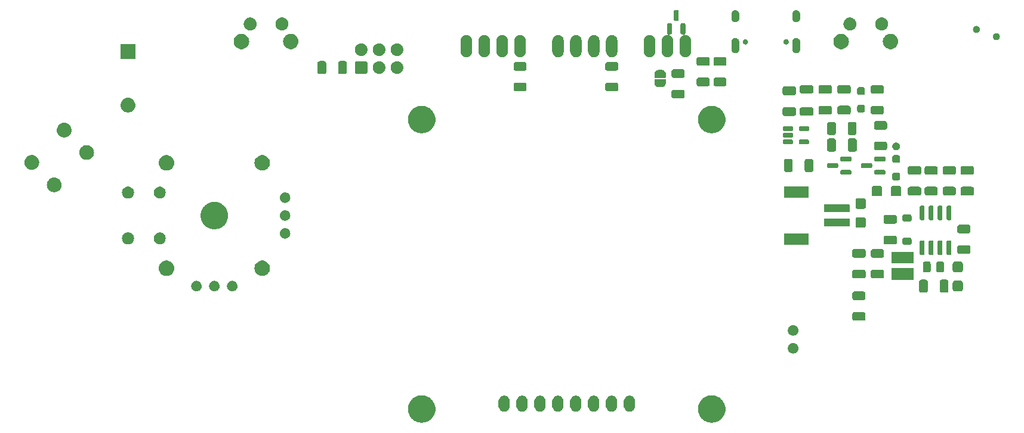
<source format=gbr>
G04 #@! TF.GenerationSoftware,KiCad,Pcbnew,8.0.7*
G04 #@! TF.CreationDate,2025-01-24T17:45:44-05:00*
G04 #@! TF.ProjectId,Game_Cat_R4,47616d65-5f43-4617-945f-52342e6b6963,4.1.4*
G04 #@! TF.SameCoordinates,Original*
G04 #@! TF.FileFunction,Soldermask,Bot*
G04 #@! TF.FilePolarity,Negative*
%FSLAX46Y46*%
G04 Gerber Fmt 4.6, Leading zero omitted, Abs format (unit mm)*
G04 Created by KiCad (PCBNEW 8.0.7) date 2025-01-24 17:45:44*
%MOMM*%
%LPD*%
G01*
G04 APERTURE LIST*
G04 APERTURE END LIST*
G36*
X109492646Y-125548966D02*
G01*
X109559448Y-125548966D01*
X109631919Y-125558926D01*
X109704333Y-125564106D01*
X109763937Y-125577072D01*
X109823872Y-125585310D01*
X109900498Y-125606779D01*
X109977007Y-125623423D01*
X110028656Y-125642687D01*
X110080882Y-125657320D01*
X110159834Y-125691614D01*
X110238463Y-125720941D01*
X110281681Y-125744539D01*
X110325693Y-125763657D01*
X110404880Y-125811811D01*
X110483379Y-125854675D01*
X110518062Y-125880638D01*
X110553744Y-125902337D01*
X110630898Y-125965106D01*
X110706771Y-126021904D01*
X110733209Y-126048342D01*
X110760789Y-126070780D01*
X110833474Y-126148607D01*
X110904089Y-126219222D01*
X110922932Y-126244394D01*
X110942969Y-126265848D01*
X111008685Y-126358946D01*
X111071318Y-126442614D01*
X111083525Y-126464970D01*
X111096891Y-126483905D01*
X111153128Y-126592438D01*
X111205052Y-126687530D01*
X111211864Y-126705795D01*
X111219685Y-126720888D01*
X111263979Y-126845521D01*
X111302570Y-126948986D01*
X111305440Y-126962179D01*
X111309066Y-126972382D01*
X111339095Y-127116892D01*
X111361887Y-127221660D01*
X111362422Y-127229141D01*
X111363372Y-127233713D01*
X111377026Y-127433344D01*
X111381794Y-127499999D01*
X111377026Y-127566659D01*
X111363372Y-127766284D01*
X111362422Y-127770854D01*
X111361887Y-127778338D01*
X111339091Y-127883127D01*
X111309066Y-128027615D01*
X111305440Y-128037815D01*
X111302570Y-128051012D01*
X111263972Y-128154496D01*
X111219685Y-128279109D01*
X111211865Y-128294199D01*
X111205052Y-128312468D01*
X111153118Y-128407578D01*
X111096891Y-128516092D01*
X111083528Y-128535022D01*
X111071318Y-128557384D01*
X111008672Y-128641068D01*
X110942969Y-128734149D01*
X110922936Y-128755598D01*
X110904089Y-128780776D01*
X110833460Y-128851404D01*
X110760789Y-128929217D01*
X110733214Y-128951650D01*
X110706771Y-128978094D01*
X110630883Y-129034902D01*
X110553744Y-129097660D01*
X110518069Y-129119353D01*
X110483379Y-129145323D01*
X110404864Y-129188195D01*
X110325693Y-129236340D01*
X110281690Y-129255453D01*
X110238463Y-129279057D01*
X110159818Y-129308389D01*
X110080882Y-129342677D01*
X110028667Y-129357306D01*
X109977007Y-129376575D01*
X109900482Y-129393222D01*
X109823872Y-129414687D01*
X109763947Y-129422923D01*
X109704333Y-129435892D01*
X109631915Y-129441071D01*
X109559448Y-129451032D01*
X109492646Y-129451032D01*
X109425994Y-129455799D01*
X109359342Y-129451032D01*
X109292540Y-129451032D01*
X109220071Y-129441071D01*
X109147655Y-129435892D01*
X109088042Y-129422923D01*
X109028115Y-129414687D01*
X108951501Y-129393221D01*
X108874981Y-129376575D01*
X108823323Y-129357307D01*
X108771105Y-129342677D01*
X108692162Y-129308387D01*
X108613525Y-129279057D01*
X108570301Y-129255455D01*
X108526294Y-129236340D01*
X108447114Y-129188189D01*
X108368609Y-129145323D01*
X108333922Y-129119357D01*
X108298243Y-129097660D01*
X108221092Y-129034893D01*
X108145217Y-128978094D01*
X108118777Y-128951654D01*
X108091198Y-128929217D01*
X108018512Y-128851389D01*
X107947899Y-128780776D01*
X107929055Y-128755604D01*
X107909018Y-128734149D01*
X107843297Y-128641044D01*
X107780670Y-128557384D01*
X107768463Y-128535029D01*
X107755096Y-128516092D01*
X107698850Y-128407542D01*
X107646936Y-128312468D01*
X107640124Y-128294206D01*
X107632302Y-128279109D01*
X107587994Y-128154439D01*
X107549418Y-128051012D01*
X107546548Y-128037822D01*
X107542921Y-128027615D01*
X107512874Y-127883024D01*
X107490101Y-127778338D01*
X107489566Y-127770861D01*
X107488615Y-127766284D01*
X107474938Y-127566338D01*
X107470194Y-127499999D01*
X107474938Y-127433664D01*
X107488615Y-127233713D01*
X107489566Y-127229134D01*
X107490101Y-127221660D01*
X107512869Y-127116994D01*
X107542921Y-126972382D01*
X107546549Y-126962172D01*
X107549418Y-126948986D01*
X107587986Y-126845578D01*
X107632302Y-126720888D01*
X107640126Y-126705788D01*
X107646936Y-126687530D01*
X107698840Y-126592474D01*
X107755096Y-126483905D01*
X107768465Y-126464964D01*
X107780670Y-126442614D01*
X107843285Y-126358969D01*
X107909018Y-126265848D01*
X107929059Y-126244388D01*
X107947899Y-126219222D01*
X108018498Y-126148622D01*
X108091198Y-126070780D01*
X108118782Y-126048338D01*
X108145217Y-126021904D01*
X108221077Y-125965115D01*
X108298243Y-125902337D01*
X108333929Y-125880635D01*
X108368609Y-125854675D01*
X108447098Y-125811816D01*
X108526294Y-125763657D01*
X108570310Y-125744537D01*
X108613525Y-125720941D01*
X108692146Y-125691616D01*
X108771105Y-125657320D01*
X108823334Y-125642686D01*
X108874981Y-125623423D01*
X108951485Y-125606780D01*
X109028115Y-125585310D01*
X109088051Y-125577071D01*
X109147655Y-125564106D01*
X109220067Y-125558927D01*
X109292540Y-125548966D01*
X109359342Y-125548966D01*
X109425994Y-125544199D01*
X109492646Y-125548966D01*
G37*
G36*
X150640646Y-125548966D02*
G01*
X150707448Y-125548966D01*
X150779919Y-125558926D01*
X150852333Y-125564106D01*
X150911937Y-125577072D01*
X150971872Y-125585310D01*
X151048498Y-125606779D01*
X151125007Y-125623423D01*
X151176656Y-125642687D01*
X151228882Y-125657320D01*
X151307834Y-125691614D01*
X151386463Y-125720941D01*
X151429681Y-125744539D01*
X151473693Y-125763657D01*
X151552880Y-125811811D01*
X151631379Y-125854675D01*
X151666062Y-125880638D01*
X151701744Y-125902337D01*
X151778898Y-125965106D01*
X151854771Y-126021904D01*
X151881209Y-126048342D01*
X151908789Y-126070780D01*
X151981474Y-126148607D01*
X152052089Y-126219222D01*
X152070932Y-126244394D01*
X152090969Y-126265848D01*
X152156685Y-126358946D01*
X152219318Y-126442614D01*
X152231525Y-126464970D01*
X152244891Y-126483905D01*
X152301128Y-126592438D01*
X152353052Y-126687530D01*
X152359864Y-126705795D01*
X152367685Y-126720888D01*
X152411979Y-126845521D01*
X152450570Y-126948986D01*
X152453440Y-126962179D01*
X152457066Y-126972382D01*
X152487095Y-127116892D01*
X152509887Y-127221660D01*
X152510422Y-127229141D01*
X152511372Y-127233713D01*
X152525026Y-127433344D01*
X152529794Y-127499999D01*
X152525026Y-127566659D01*
X152511372Y-127766284D01*
X152510422Y-127770854D01*
X152509887Y-127778338D01*
X152487091Y-127883127D01*
X152457066Y-128027615D01*
X152453440Y-128037815D01*
X152450570Y-128051012D01*
X152411972Y-128154496D01*
X152367685Y-128279109D01*
X152359865Y-128294199D01*
X152353052Y-128312468D01*
X152301118Y-128407578D01*
X152244891Y-128516092D01*
X152231528Y-128535022D01*
X152219318Y-128557384D01*
X152156672Y-128641068D01*
X152090969Y-128734149D01*
X152070936Y-128755598D01*
X152052089Y-128780776D01*
X151981460Y-128851404D01*
X151908789Y-128929217D01*
X151881214Y-128951650D01*
X151854771Y-128978094D01*
X151778883Y-129034902D01*
X151701744Y-129097660D01*
X151666069Y-129119353D01*
X151631379Y-129145323D01*
X151552864Y-129188195D01*
X151473693Y-129236340D01*
X151429690Y-129255453D01*
X151386463Y-129279057D01*
X151307818Y-129308389D01*
X151228882Y-129342677D01*
X151176667Y-129357306D01*
X151125007Y-129376575D01*
X151048482Y-129393222D01*
X150971872Y-129414687D01*
X150911947Y-129422923D01*
X150852333Y-129435892D01*
X150779915Y-129441071D01*
X150707448Y-129451032D01*
X150640646Y-129451032D01*
X150573994Y-129455799D01*
X150507342Y-129451032D01*
X150440540Y-129451032D01*
X150368071Y-129441071D01*
X150295655Y-129435892D01*
X150236042Y-129422923D01*
X150176115Y-129414687D01*
X150099501Y-129393221D01*
X150022981Y-129376575D01*
X149971323Y-129357307D01*
X149919105Y-129342677D01*
X149840162Y-129308387D01*
X149761525Y-129279057D01*
X149718301Y-129255455D01*
X149674294Y-129236340D01*
X149595114Y-129188189D01*
X149516609Y-129145323D01*
X149481922Y-129119357D01*
X149446243Y-129097660D01*
X149369092Y-129034893D01*
X149293217Y-128978094D01*
X149266777Y-128951654D01*
X149239198Y-128929217D01*
X149166512Y-128851389D01*
X149095899Y-128780776D01*
X149077055Y-128755604D01*
X149057018Y-128734149D01*
X148991297Y-128641044D01*
X148928670Y-128557384D01*
X148916463Y-128535029D01*
X148903096Y-128516092D01*
X148846850Y-128407542D01*
X148794936Y-128312468D01*
X148788124Y-128294206D01*
X148780302Y-128279109D01*
X148735994Y-128154439D01*
X148697418Y-128051012D01*
X148694548Y-128037822D01*
X148690921Y-128027615D01*
X148660874Y-127883024D01*
X148638101Y-127778338D01*
X148637566Y-127770861D01*
X148636615Y-127766284D01*
X148622938Y-127566338D01*
X148618194Y-127499999D01*
X148622938Y-127433664D01*
X148636615Y-127233713D01*
X148637566Y-127229134D01*
X148638101Y-127221660D01*
X148660869Y-127116994D01*
X148690921Y-126972382D01*
X148694549Y-126962172D01*
X148697418Y-126948986D01*
X148735986Y-126845578D01*
X148780302Y-126720888D01*
X148788126Y-126705788D01*
X148794936Y-126687530D01*
X148846840Y-126592474D01*
X148903096Y-126483905D01*
X148916465Y-126464964D01*
X148928670Y-126442614D01*
X148991285Y-126358969D01*
X149057018Y-126265848D01*
X149077059Y-126244388D01*
X149095899Y-126219222D01*
X149166498Y-126148622D01*
X149239198Y-126070780D01*
X149266782Y-126048338D01*
X149293217Y-126021904D01*
X149369077Y-125965115D01*
X149446243Y-125902337D01*
X149481929Y-125880635D01*
X149516609Y-125854675D01*
X149595098Y-125811816D01*
X149674294Y-125763657D01*
X149718310Y-125744537D01*
X149761525Y-125720941D01*
X149840146Y-125691616D01*
X149919105Y-125657320D01*
X149971334Y-125642686D01*
X150022981Y-125623423D01*
X150099485Y-125606780D01*
X150176115Y-125585310D01*
X150236051Y-125577071D01*
X150295655Y-125564106D01*
X150368067Y-125558927D01*
X150440540Y-125548966D01*
X150507342Y-125548966D01*
X150573994Y-125544199D01*
X150640646Y-125548966D01*
G37*
G36*
X121352251Y-125637451D02*
G01*
X121497159Y-125697474D01*
X121627572Y-125784613D01*
X121738480Y-125895521D01*
X121825619Y-126025934D01*
X121885642Y-126170842D01*
X121916241Y-126324675D01*
X121920094Y-126403099D01*
X121920094Y-127088899D01*
X121916241Y-127167323D01*
X121885642Y-127321156D01*
X121825619Y-127466064D01*
X121738480Y-127596477D01*
X121627572Y-127707385D01*
X121497159Y-127794524D01*
X121352251Y-127854547D01*
X121198418Y-127885146D01*
X121041570Y-127885146D01*
X120887737Y-127854547D01*
X120742829Y-127794524D01*
X120612416Y-127707385D01*
X120501508Y-127596477D01*
X120414369Y-127466064D01*
X120354346Y-127321156D01*
X120323747Y-127167323D01*
X120319894Y-127088899D01*
X120319894Y-126403099D01*
X120323747Y-126324675D01*
X120354346Y-126170842D01*
X120414369Y-126025934D01*
X120501508Y-125895521D01*
X120612416Y-125784613D01*
X120742829Y-125697474D01*
X120887737Y-125637451D01*
X121041570Y-125606852D01*
X121198418Y-125606852D01*
X121352251Y-125637451D01*
G37*
G36*
X123892251Y-125637451D02*
G01*
X124037159Y-125697474D01*
X124167572Y-125784613D01*
X124278480Y-125895521D01*
X124365619Y-126025934D01*
X124425642Y-126170842D01*
X124456241Y-126324675D01*
X124460094Y-126403099D01*
X124460094Y-127088899D01*
X124456241Y-127167323D01*
X124425642Y-127321156D01*
X124365619Y-127466064D01*
X124278480Y-127596477D01*
X124167572Y-127707385D01*
X124037159Y-127794524D01*
X123892251Y-127854547D01*
X123738418Y-127885146D01*
X123581570Y-127885146D01*
X123427737Y-127854547D01*
X123282829Y-127794524D01*
X123152416Y-127707385D01*
X123041508Y-127596477D01*
X122954369Y-127466064D01*
X122894346Y-127321156D01*
X122863747Y-127167323D01*
X122859894Y-127088899D01*
X122859894Y-126403099D01*
X122863747Y-126324675D01*
X122894346Y-126170842D01*
X122954369Y-126025934D01*
X123041508Y-125895521D01*
X123152416Y-125784613D01*
X123282829Y-125697474D01*
X123427737Y-125637451D01*
X123581570Y-125606852D01*
X123738418Y-125606852D01*
X123892251Y-125637451D01*
G37*
G36*
X126432251Y-125637451D02*
G01*
X126577159Y-125697474D01*
X126707572Y-125784613D01*
X126818480Y-125895521D01*
X126905619Y-126025934D01*
X126965642Y-126170842D01*
X126996241Y-126324675D01*
X127000094Y-126403099D01*
X127000094Y-127088899D01*
X126996241Y-127167323D01*
X126965642Y-127321156D01*
X126905619Y-127466064D01*
X126818480Y-127596477D01*
X126707572Y-127707385D01*
X126577159Y-127794524D01*
X126432251Y-127854547D01*
X126278418Y-127885146D01*
X126121570Y-127885146D01*
X125967737Y-127854547D01*
X125822829Y-127794524D01*
X125692416Y-127707385D01*
X125581508Y-127596477D01*
X125494369Y-127466064D01*
X125434346Y-127321156D01*
X125403747Y-127167323D01*
X125399894Y-127088899D01*
X125399894Y-126403099D01*
X125403747Y-126324675D01*
X125434346Y-126170842D01*
X125494369Y-126025934D01*
X125581508Y-125895521D01*
X125692416Y-125784613D01*
X125822829Y-125697474D01*
X125967737Y-125637451D01*
X126121570Y-125606852D01*
X126278418Y-125606852D01*
X126432251Y-125637451D01*
G37*
G36*
X128972251Y-125637451D02*
G01*
X129117159Y-125697474D01*
X129247572Y-125784613D01*
X129358480Y-125895521D01*
X129445619Y-126025934D01*
X129505642Y-126170842D01*
X129536241Y-126324675D01*
X129540094Y-126403099D01*
X129540094Y-127088899D01*
X129536241Y-127167323D01*
X129505642Y-127321156D01*
X129445619Y-127466064D01*
X129358480Y-127596477D01*
X129247572Y-127707385D01*
X129117159Y-127794524D01*
X128972251Y-127854547D01*
X128818418Y-127885146D01*
X128661570Y-127885146D01*
X128507737Y-127854547D01*
X128362829Y-127794524D01*
X128232416Y-127707385D01*
X128121508Y-127596477D01*
X128034369Y-127466064D01*
X127974346Y-127321156D01*
X127943747Y-127167323D01*
X127939894Y-127088899D01*
X127939894Y-126403099D01*
X127943747Y-126324675D01*
X127974346Y-126170842D01*
X128034369Y-126025934D01*
X128121508Y-125895521D01*
X128232416Y-125784613D01*
X128362829Y-125697474D01*
X128507737Y-125637451D01*
X128661570Y-125606852D01*
X128818418Y-125606852D01*
X128972251Y-125637451D01*
G37*
G36*
X131512251Y-125637451D02*
G01*
X131657159Y-125697474D01*
X131787572Y-125784613D01*
X131898480Y-125895521D01*
X131985619Y-126025934D01*
X132045642Y-126170842D01*
X132076241Y-126324675D01*
X132080094Y-126403099D01*
X132080094Y-127088899D01*
X132076241Y-127167323D01*
X132045642Y-127321156D01*
X131985619Y-127466064D01*
X131898480Y-127596477D01*
X131787572Y-127707385D01*
X131657159Y-127794524D01*
X131512251Y-127854547D01*
X131358418Y-127885146D01*
X131201570Y-127885146D01*
X131047737Y-127854547D01*
X130902829Y-127794524D01*
X130772416Y-127707385D01*
X130661508Y-127596477D01*
X130574369Y-127466064D01*
X130514346Y-127321156D01*
X130483747Y-127167323D01*
X130479894Y-127088899D01*
X130479894Y-126403099D01*
X130483747Y-126324675D01*
X130514346Y-126170842D01*
X130574369Y-126025934D01*
X130661508Y-125895521D01*
X130772416Y-125784613D01*
X130902829Y-125697474D01*
X131047737Y-125637451D01*
X131201570Y-125606852D01*
X131358418Y-125606852D01*
X131512251Y-125637451D01*
G37*
G36*
X134052251Y-125637451D02*
G01*
X134197159Y-125697474D01*
X134327572Y-125784613D01*
X134438480Y-125895521D01*
X134525619Y-126025934D01*
X134585642Y-126170842D01*
X134616241Y-126324675D01*
X134620094Y-126403099D01*
X134620094Y-127088899D01*
X134616241Y-127167323D01*
X134585642Y-127321156D01*
X134525619Y-127466064D01*
X134438480Y-127596477D01*
X134327572Y-127707385D01*
X134197159Y-127794524D01*
X134052251Y-127854547D01*
X133898418Y-127885146D01*
X133741570Y-127885146D01*
X133587737Y-127854547D01*
X133442829Y-127794524D01*
X133312416Y-127707385D01*
X133201508Y-127596477D01*
X133114369Y-127466064D01*
X133054346Y-127321156D01*
X133023747Y-127167323D01*
X133019894Y-127088899D01*
X133019894Y-126403099D01*
X133023747Y-126324675D01*
X133054346Y-126170842D01*
X133114369Y-126025934D01*
X133201508Y-125895521D01*
X133312416Y-125784613D01*
X133442829Y-125697474D01*
X133587737Y-125637451D01*
X133741570Y-125606852D01*
X133898418Y-125606852D01*
X134052251Y-125637451D01*
G37*
G36*
X136592251Y-125637451D02*
G01*
X136737159Y-125697474D01*
X136867572Y-125784613D01*
X136978480Y-125895521D01*
X137065619Y-126025934D01*
X137125642Y-126170842D01*
X137156241Y-126324675D01*
X137160094Y-126403099D01*
X137160094Y-127088899D01*
X137156241Y-127167323D01*
X137125642Y-127321156D01*
X137065619Y-127466064D01*
X136978480Y-127596477D01*
X136867572Y-127707385D01*
X136737159Y-127794524D01*
X136592251Y-127854547D01*
X136438418Y-127885146D01*
X136281570Y-127885146D01*
X136127737Y-127854547D01*
X135982829Y-127794524D01*
X135852416Y-127707385D01*
X135741508Y-127596477D01*
X135654369Y-127466064D01*
X135594346Y-127321156D01*
X135563747Y-127167323D01*
X135559894Y-127088899D01*
X135559894Y-126403099D01*
X135563747Y-126324675D01*
X135594346Y-126170842D01*
X135654369Y-126025934D01*
X135741508Y-125895521D01*
X135852416Y-125784613D01*
X135982829Y-125697474D01*
X136127737Y-125637451D01*
X136281570Y-125606852D01*
X136438418Y-125606852D01*
X136592251Y-125637451D01*
G37*
G36*
X139132251Y-125637451D02*
G01*
X139277159Y-125697474D01*
X139407572Y-125784613D01*
X139518480Y-125895521D01*
X139605619Y-126025934D01*
X139665642Y-126170842D01*
X139696241Y-126324675D01*
X139700094Y-126403099D01*
X139700094Y-127088899D01*
X139696241Y-127167323D01*
X139665642Y-127321156D01*
X139605619Y-127466064D01*
X139518480Y-127596477D01*
X139407572Y-127707385D01*
X139277159Y-127794524D01*
X139132251Y-127854547D01*
X138978418Y-127885146D01*
X138821570Y-127885146D01*
X138667737Y-127854547D01*
X138522829Y-127794524D01*
X138392416Y-127707385D01*
X138281508Y-127596477D01*
X138194369Y-127466064D01*
X138134346Y-127321156D01*
X138103747Y-127167323D01*
X138099894Y-127088899D01*
X138099894Y-126403099D01*
X138103747Y-126324675D01*
X138134346Y-126170842D01*
X138194369Y-126025934D01*
X138281508Y-125895521D01*
X138392416Y-125784613D01*
X138522829Y-125697474D01*
X138667737Y-125637451D01*
X138821570Y-125606852D01*
X138978418Y-125606852D01*
X139132251Y-125637451D01*
G37*
G36*
X162156867Y-118111661D02*
G01*
X162195101Y-118111661D01*
X162238230Y-118120828D01*
X162285061Y-118126105D01*
X162319114Y-118138021D01*
X162350819Y-118144760D01*
X162396511Y-118165103D01*
X162446119Y-118182462D01*
X162471939Y-118198685D01*
X162496251Y-118209510D01*
X162541580Y-118242443D01*
X162590599Y-118273244D01*
X162608203Y-118290848D01*
X162625051Y-118303089D01*
X162666704Y-118349349D01*
X162711256Y-118393901D01*
X162721502Y-118410208D01*
X162731575Y-118421395D01*
X162766037Y-118481086D01*
X162802038Y-118538381D01*
X162806532Y-118551225D01*
X162811174Y-118559265D01*
X162834937Y-118632402D01*
X162858395Y-118699439D01*
X162859284Y-118707334D01*
X162860369Y-118710672D01*
X162870205Y-118804259D01*
X162877500Y-118869000D01*
X162870204Y-118933745D01*
X162860369Y-119027327D01*
X162859284Y-119030663D01*
X162858395Y-119038561D01*
X162834933Y-119105610D01*
X162811174Y-119178734D01*
X162806533Y-119186771D01*
X162802038Y-119199619D01*
X162766030Y-119256925D01*
X162731575Y-119316604D01*
X162721504Y-119327788D01*
X162711256Y-119344099D01*
X162666694Y-119388660D01*
X162625051Y-119434910D01*
X162608207Y-119447147D01*
X162590599Y-119464756D01*
X162541570Y-119495562D01*
X162496251Y-119528489D01*
X162471944Y-119539310D01*
X162446119Y-119555538D01*
X162396501Y-119572900D01*
X162350819Y-119593239D01*
X162319120Y-119599976D01*
X162285061Y-119611895D01*
X162238227Y-119617171D01*
X162195101Y-119626339D01*
X162156867Y-119626339D01*
X162115500Y-119631000D01*
X162074133Y-119626339D01*
X162035899Y-119626339D01*
X161992772Y-119617171D01*
X161945939Y-119611895D01*
X161911880Y-119599977D01*
X161880180Y-119593239D01*
X161834494Y-119572898D01*
X161784881Y-119555538D01*
X161759057Y-119539312D01*
X161734748Y-119528489D01*
X161689422Y-119495557D01*
X161640401Y-119464756D01*
X161622795Y-119447150D01*
X161605948Y-119434910D01*
X161564294Y-119388649D01*
X161519744Y-119344099D01*
X161509497Y-119327791D01*
X161499424Y-119316604D01*
X161464957Y-119256905D01*
X161428962Y-119199619D01*
X161424467Y-119186775D01*
X161419825Y-119178734D01*
X161396052Y-119105570D01*
X161372605Y-119038561D01*
X161371715Y-119030668D01*
X161370630Y-119027327D01*
X161360780Y-118933613D01*
X161353500Y-118869000D01*
X161360779Y-118804392D01*
X161370630Y-118710672D01*
X161371715Y-118707329D01*
X161372605Y-118699439D01*
X161396048Y-118632442D01*
X161419825Y-118559265D01*
X161424468Y-118551221D01*
X161428962Y-118538381D01*
X161464950Y-118481105D01*
X161499424Y-118421395D01*
X161509499Y-118410205D01*
X161519744Y-118393901D01*
X161564287Y-118349357D01*
X161605950Y-118303087D01*
X161622800Y-118290844D01*
X161640401Y-118273244D01*
X161689410Y-118242449D01*
X161734744Y-118209513D01*
X161759057Y-118198687D01*
X161784881Y-118182462D01*
X161834486Y-118165104D01*
X161880182Y-118144759D01*
X161911889Y-118138019D01*
X161945939Y-118126105D01*
X161992767Y-118120828D01*
X162035899Y-118111661D01*
X162074133Y-118111661D01*
X162115500Y-118107000D01*
X162156867Y-118111661D01*
G37*
G36*
X162156867Y-115571661D02*
G01*
X162195101Y-115571661D01*
X162238230Y-115580828D01*
X162285061Y-115586105D01*
X162319114Y-115598021D01*
X162350819Y-115604760D01*
X162396511Y-115625103D01*
X162446119Y-115642462D01*
X162471939Y-115658685D01*
X162496251Y-115669510D01*
X162541580Y-115702443D01*
X162590599Y-115733244D01*
X162608203Y-115750848D01*
X162625051Y-115763089D01*
X162666704Y-115809349D01*
X162711256Y-115853901D01*
X162721502Y-115870208D01*
X162731575Y-115881395D01*
X162766037Y-115941086D01*
X162802038Y-115998381D01*
X162806532Y-116011225D01*
X162811174Y-116019265D01*
X162834937Y-116092402D01*
X162858395Y-116159439D01*
X162859284Y-116167334D01*
X162860369Y-116170672D01*
X162870205Y-116264259D01*
X162877500Y-116329000D01*
X162870204Y-116393745D01*
X162860369Y-116487327D01*
X162859284Y-116490663D01*
X162858395Y-116498561D01*
X162834933Y-116565610D01*
X162811174Y-116638734D01*
X162806533Y-116646771D01*
X162802038Y-116659619D01*
X162766030Y-116716925D01*
X162731575Y-116776604D01*
X162721504Y-116787788D01*
X162711256Y-116804099D01*
X162666694Y-116848660D01*
X162625051Y-116894910D01*
X162608207Y-116907147D01*
X162590599Y-116924756D01*
X162541570Y-116955562D01*
X162496251Y-116988489D01*
X162471944Y-116999310D01*
X162446119Y-117015538D01*
X162396501Y-117032900D01*
X162350819Y-117053239D01*
X162319120Y-117059976D01*
X162285061Y-117071895D01*
X162238227Y-117077171D01*
X162195101Y-117086339D01*
X162156867Y-117086339D01*
X162115500Y-117091000D01*
X162074133Y-117086339D01*
X162035899Y-117086339D01*
X161992772Y-117077171D01*
X161945939Y-117071895D01*
X161911880Y-117059977D01*
X161880180Y-117053239D01*
X161834494Y-117032898D01*
X161784881Y-117015538D01*
X161759057Y-116999312D01*
X161734748Y-116988489D01*
X161689422Y-116955557D01*
X161640401Y-116924756D01*
X161622795Y-116907150D01*
X161605948Y-116894910D01*
X161564294Y-116848649D01*
X161519744Y-116804099D01*
X161509497Y-116787791D01*
X161499424Y-116776604D01*
X161464957Y-116716905D01*
X161428962Y-116659619D01*
X161424467Y-116646775D01*
X161419825Y-116638734D01*
X161396052Y-116565570D01*
X161372605Y-116498561D01*
X161371715Y-116490668D01*
X161370630Y-116487327D01*
X161360780Y-116393613D01*
X161353500Y-116329000D01*
X161360779Y-116264392D01*
X161370630Y-116170672D01*
X161371715Y-116167329D01*
X161372605Y-116159439D01*
X161396048Y-116092442D01*
X161419825Y-116019265D01*
X161424468Y-116011221D01*
X161428962Y-115998381D01*
X161464950Y-115941105D01*
X161499424Y-115881395D01*
X161509499Y-115870205D01*
X161519744Y-115853901D01*
X161564287Y-115809357D01*
X161605950Y-115763087D01*
X161622800Y-115750844D01*
X161640401Y-115733244D01*
X161689410Y-115702449D01*
X161734744Y-115669513D01*
X161759057Y-115658687D01*
X161784881Y-115642462D01*
X161834486Y-115625104D01*
X161880182Y-115604759D01*
X161911889Y-115598019D01*
X161945939Y-115586105D01*
X161992767Y-115580828D01*
X162035899Y-115571661D01*
X162074133Y-115571661D01*
X162115500Y-115567000D01*
X162156867Y-115571661D01*
G37*
G36*
X172143868Y-113734790D02*
G01*
X172158084Y-113741067D01*
X172167612Y-113742576D01*
X172207293Y-113762794D01*
X172244993Y-113779441D01*
X172250219Y-113784667D01*
X172251153Y-113785143D01*
X172317456Y-113851446D01*
X172317931Y-113852379D01*
X172323159Y-113857607D01*
X172339808Y-113895314D01*
X172360023Y-113934987D01*
X172361531Y-113944512D01*
X172367810Y-113958732D01*
X172375800Y-114027600D01*
X172375800Y-114652600D01*
X172367810Y-114721468D01*
X172361531Y-114735687D01*
X172360023Y-114745212D01*
X172339811Y-114784878D01*
X172323159Y-114822593D01*
X172317930Y-114827821D01*
X172317456Y-114828753D01*
X172251153Y-114895056D01*
X172250221Y-114895530D01*
X172244993Y-114900759D01*
X172207278Y-114917411D01*
X172167612Y-114937623D01*
X172158087Y-114939131D01*
X172143868Y-114945410D01*
X172075000Y-114953400D01*
X170825000Y-114953400D01*
X170756132Y-114945410D01*
X170741912Y-114939131D01*
X170732387Y-114937623D01*
X170692714Y-114917408D01*
X170655007Y-114900759D01*
X170649779Y-114895531D01*
X170648846Y-114895056D01*
X170582543Y-114828753D01*
X170582067Y-114827819D01*
X170576841Y-114822593D01*
X170560194Y-114784893D01*
X170539976Y-114745212D01*
X170538467Y-114735684D01*
X170532190Y-114721468D01*
X170524200Y-114652600D01*
X170524200Y-114027600D01*
X170532190Y-113958732D01*
X170538466Y-113944516D01*
X170539976Y-113934987D01*
X170560198Y-113895299D01*
X170576841Y-113857607D01*
X170582066Y-113852381D01*
X170582543Y-113851446D01*
X170648846Y-113785143D01*
X170649781Y-113784666D01*
X170655007Y-113779441D01*
X170692699Y-113762798D01*
X170732387Y-113742576D01*
X170741916Y-113741066D01*
X170756132Y-113734790D01*
X170825000Y-113726800D01*
X172075000Y-113726800D01*
X172143868Y-113734790D01*
G37*
G36*
X172143868Y-110809790D02*
G01*
X172158084Y-110816067D01*
X172167612Y-110817576D01*
X172207293Y-110837794D01*
X172244993Y-110854441D01*
X172250219Y-110859667D01*
X172251153Y-110860143D01*
X172317456Y-110926446D01*
X172317931Y-110927379D01*
X172323159Y-110932607D01*
X172339808Y-110970314D01*
X172360023Y-111009987D01*
X172361531Y-111019512D01*
X172367810Y-111033732D01*
X172375800Y-111102600D01*
X172375800Y-111727600D01*
X172367810Y-111796468D01*
X172361531Y-111810687D01*
X172360023Y-111820212D01*
X172339811Y-111859878D01*
X172323159Y-111897593D01*
X172317930Y-111902821D01*
X172317456Y-111903753D01*
X172251153Y-111970056D01*
X172250221Y-111970530D01*
X172244993Y-111975759D01*
X172207278Y-111992411D01*
X172167612Y-112012623D01*
X172158087Y-112014131D01*
X172143868Y-112020410D01*
X172075000Y-112028400D01*
X170825000Y-112028400D01*
X170756132Y-112020410D01*
X170741912Y-112014131D01*
X170732387Y-112012623D01*
X170692714Y-111992408D01*
X170655007Y-111975759D01*
X170649779Y-111970531D01*
X170648846Y-111970056D01*
X170582543Y-111903753D01*
X170582067Y-111902819D01*
X170576841Y-111897593D01*
X170560194Y-111859893D01*
X170539976Y-111820212D01*
X170538467Y-111810684D01*
X170532190Y-111796468D01*
X170524200Y-111727600D01*
X170524200Y-111102600D01*
X170532190Y-111033732D01*
X170538466Y-111019516D01*
X170539976Y-111009987D01*
X170560198Y-110970299D01*
X170576841Y-110932607D01*
X170582066Y-110927381D01*
X170582543Y-110926446D01*
X170648846Y-110860143D01*
X170649781Y-110859666D01*
X170655007Y-110854441D01*
X170692699Y-110837798D01*
X170732387Y-110817576D01*
X170741916Y-110816066D01*
X170756132Y-110809790D01*
X170825000Y-110801800D01*
X172075000Y-110801800D01*
X172143868Y-110809790D01*
G37*
G36*
X180996479Y-109127690D02*
G01*
X181010695Y-109133967D01*
X181020223Y-109135476D01*
X181059904Y-109155694D01*
X181097604Y-109172341D01*
X181102830Y-109177567D01*
X181103764Y-109178043D01*
X181170067Y-109244346D01*
X181170542Y-109245279D01*
X181175770Y-109250507D01*
X181192419Y-109288214D01*
X181212634Y-109327887D01*
X181214142Y-109337412D01*
X181220421Y-109351632D01*
X181228411Y-109420500D01*
X181228411Y-110670500D01*
X181220421Y-110739368D01*
X181214142Y-110753587D01*
X181212634Y-110763112D01*
X181192422Y-110802778D01*
X181175770Y-110840493D01*
X181170541Y-110845721D01*
X181170067Y-110846653D01*
X181103764Y-110912956D01*
X181102832Y-110913430D01*
X181097604Y-110918659D01*
X181059889Y-110935311D01*
X181020223Y-110955523D01*
X181010698Y-110957031D01*
X180996479Y-110963310D01*
X180927611Y-110971300D01*
X180302611Y-110971300D01*
X180233743Y-110963310D01*
X180219523Y-110957031D01*
X180209998Y-110955523D01*
X180170325Y-110935308D01*
X180132618Y-110918659D01*
X180127390Y-110913431D01*
X180126457Y-110912956D01*
X180060154Y-110846653D01*
X180059678Y-110845719D01*
X180054452Y-110840493D01*
X180037805Y-110802793D01*
X180017587Y-110763112D01*
X180016078Y-110753584D01*
X180009801Y-110739368D01*
X180001811Y-110670500D01*
X180001811Y-109420500D01*
X180009801Y-109351632D01*
X180016077Y-109337416D01*
X180017587Y-109327887D01*
X180037809Y-109288199D01*
X180054452Y-109250507D01*
X180059677Y-109245281D01*
X180060154Y-109244346D01*
X180126457Y-109178043D01*
X180127392Y-109177566D01*
X180132618Y-109172341D01*
X180170310Y-109155698D01*
X180209998Y-109135476D01*
X180219527Y-109133966D01*
X180233743Y-109127690D01*
X180302611Y-109119700D01*
X180927611Y-109119700D01*
X180996479Y-109127690D01*
G37*
G36*
X183921479Y-109127690D02*
G01*
X183935695Y-109133967D01*
X183945223Y-109135476D01*
X183984904Y-109155694D01*
X184022604Y-109172341D01*
X184027830Y-109177567D01*
X184028764Y-109178043D01*
X184095067Y-109244346D01*
X184095542Y-109245279D01*
X184100770Y-109250507D01*
X184117419Y-109288214D01*
X184137634Y-109327887D01*
X184139142Y-109337412D01*
X184145421Y-109351632D01*
X184153411Y-109420500D01*
X184153411Y-110670500D01*
X184145421Y-110739368D01*
X184139142Y-110753587D01*
X184137634Y-110763112D01*
X184117422Y-110802778D01*
X184100770Y-110840493D01*
X184095541Y-110845721D01*
X184095067Y-110846653D01*
X184028764Y-110912956D01*
X184027832Y-110913430D01*
X184022604Y-110918659D01*
X183984889Y-110935311D01*
X183945223Y-110955523D01*
X183935698Y-110957031D01*
X183921479Y-110963310D01*
X183852611Y-110971300D01*
X183227611Y-110971300D01*
X183158743Y-110963310D01*
X183144523Y-110957031D01*
X183134998Y-110955523D01*
X183095325Y-110935308D01*
X183057618Y-110918659D01*
X183052390Y-110913431D01*
X183051457Y-110912956D01*
X182985154Y-110846653D01*
X182984678Y-110845719D01*
X182979452Y-110840493D01*
X182962805Y-110802793D01*
X182942587Y-110763112D01*
X182941078Y-110753584D01*
X182934801Y-110739368D01*
X182926811Y-110670500D01*
X182926811Y-109420500D01*
X182934801Y-109351632D01*
X182941077Y-109337416D01*
X182942587Y-109327887D01*
X182962809Y-109288199D01*
X182979452Y-109250507D01*
X182984677Y-109245281D01*
X182985154Y-109244346D01*
X183051457Y-109178043D01*
X183052392Y-109177566D01*
X183057618Y-109172341D01*
X183095310Y-109155698D01*
X183134998Y-109135476D01*
X183144527Y-109133966D01*
X183158743Y-109127690D01*
X183227611Y-109119700D01*
X183852611Y-109119700D01*
X183921479Y-109127690D01*
G37*
G36*
X77500754Y-109288292D02*
G01*
X77538274Y-109288292D01*
X77580603Y-109297289D01*
X77626735Y-109302487D01*
X77660276Y-109314223D01*
X77691396Y-109320838D01*
X77736242Y-109340805D01*
X77785109Y-109357904D01*
X77810545Y-109373886D01*
X77834401Y-109384508D01*
X77878885Y-109416827D01*
X77927181Y-109447174D01*
X77944523Y-109464516D01*
X77961053Y-109476526D01*
X78001909Y-109521902D01*
X78045826Y-109565819D01*
X78055929Y-109581899D01*
X78065798Y-109592859D01*
X78099562Y-109651340D01*
X78135096Y-109707891D01*
X78139531Y-109720567D01*
X78144073Y-109728433D01*
X78167325Y-109799998D01*
X78190513Y-109866265D01*
X78191392Y-109874070D01*
X78192446Y-109877313D01*
X78202004Y-109968249D01*
X78209300Y-110033000D01*
X78202003Y-110097756D01*
X78192446Y-110188686D01*
X78191392Y-110191927D01*
X78190513Y-110199735D01*
X78167320Y-110266014D01*
X78144073Y-110337566D01*
X78139532Y-110345430D01*
X78135096Y-110358109D01*
X78099555Y-110414670D01*
X78065798Y-110473140D01*
X78055931Y-110484097D01*
X78045826Y-110500181D01*
X78001900Y-110544106D01*
X77961053Y-110589473D01*
X77944527Y-110601479D01*
X77927181Y-110618826D01*
X77878875Y-110649178D01*
X77834401Y-110681491D01*
X77810550Y-110692109D01*
X77785109Y-110708096D01*
X77736232Y-110725198D01*
X77691396Y-110745161D01*
X77660282Y-110751774D01*
X77626735Y-110763513D01*
X77580600Y-110768711D01*
X77538274Y-110777708D01*
X77500754Y-110777708D01*
X77460000Y-110782300D01*
X77419246Y-110777708D01*
X77381726Y-110777708D01*
X77339398Y-110768711D01*
X77293265Y-110763513D01*
X77259719Y-110751774D01*
X77228603Y-110745161D01*
X77183762Y-110725196D01*
X77134891Y-110708096D01*
X77109451Y-110692111D01*
X77085598Y-110681491D01*
X77041117Y-110649174D01*
X76992819Y-110618826D01*
X76975475Y-110601482D01*
X76958946Y-110589473D01*
X76918089Y-110544096D01*
X76874174Y-110500181D01*
X76864070Y-110484101D01*
X76854201Y-110473140D01*
X76820431Y-110414651D01*
X76784904Y-110358109D01*
X76780469Y-110345434D01*
X76775926Y-110337566D01*
X76752665Y-110265974D01*
X76729487Y-110199735D01*
X76728607Y-110191932D01*
X76727553Y-110188686D01*
X76717981Y-110097624D01*
X76710700Y-110033000D01*
X76717980Y-109968381D01*
X76727553Y-109877313D01*
X76728608Y-109874065D01*
X76729487Y-109866265D01*
X76752660Y-109800038D01*
X76775926Y-109728433D01*
X76780470Y-109720562D01*
X76784904Y-109707891D01*
X76820424Y-109651360D01*
X76854201Y-109592859D01*
X76864072Y-109581895D01*
X76874174Y-109565819D01*
X76918080Y-109521912D01*
X76958946Y-109476526D01*
X76975478Y-109464514D01*
X76992819Y-109447174D01*
X77041109Y-109416831D01*
X77085597Y-109384509D01*
X77109453Y-109373887D01*
X77134891Y-109357904D01*
X77183760Y-109340803D01*
X77228605Y-109320838D01*
X77259722Y-109314223D01*
X77293265Y-109302487D01*
X77339397Y-109297289D01*
X77381726Y-109288292D01*
X77419246Y-109288292D01*
X77460000Y-109283700D01*
X77500754Y-109288292D01*
G37*
G36*
X80040754Y-109288292D02*
G01*
X80078274Y-109288292D01*
X80120603Y-109297289D01*
X80166735Y-109302487D01*
X80200276Y-109314223D01*
X80231396Y-109320838D01*
X80276242Y-109340805D01*
X80325109Y-109357904D01*
X80350545Y-109373886D01*
X80374401Y-109384508D01*
X80418885Y-109416827D01*
X80467181Y-109447174D01*
X80484523Y-109464516D01*
X80501053Y-109476526D01*
X80541909Y-109521902D01*
X80585826Y-109565819D01*
X80595929Y-109581899D01*
X80605798Y-109592859D01*
X80639562Y-109651340D01*
X80675096Y-109707891D01*
X80679531Y-109720567D01*
X80684073Y-109728433D01*
X80707325Y-109799998D01*
X80730513Y-109866265D01*
X80731392Y-109874070D01*
X80732446Y-109877313D01*
X80742004Y-109968249D01*
X80749300Y-110033000D01*
X80742003Y-110097756D01*
X80732446Y-110188686D01*
X80731392Y-110191927D01*
X80730513Y-110199735D01*
X80707320Y-110266014D01*
X80684073Y-110337566D01*
X80679532Y-110345430D01*
X80675096Y-110358109D01*
X80639555Y-110414670D01*
X80605798Y-110473140D01*
X80595931Y-110484097D01*
X80585826Y-110500181D01*
X80541900Y-110544106D01*
X80501053Y-110589473D01*
X80484527Y-110601479D01*
X80467181Y-110618826D01*
X80418875Y-110649178D01*
X80374401Y-110681491D01*
X80350550Y-110692109D01*
X80325109Y-110708096D01*
X80276232Y-110725198D01*
X80231396Y-110745161D01*
X80200282Y-110751774D01*
X80166735Y-110763513D01*
X80120600Y-110768711D01*
X80078274Y-110777708D01*
X80040754Y-110777708D01*
X80000000Y-110782300D01*
X79959246Y-110777708D01*
X79921726Y-110777708D01*
X79879398Y-110768711D01*
X79833265Y-110763513D01*
X79799719Y-110751774D01*
X79768603Y-110745161D01*
X79723762Y-110725196D01*
X79674891Y-110708096D01*
X79649451Y-110692111D01*
X79625598Y-110681491D01*
X79581117Y-110649174D01*
X79532819Y-110618826D01*
X79515475Y-110601482D01*
X79498946Y-110589473D01*
X79458089Y-110544096D01*
X79414174Y-110500181D01*
X79404070Y-110484101D01*
X79394201Y-110473140D01*
X79360431Y-110414651D01*
X79324904Y-110358109D01*
X79320469Y-110345434D01*
X79315926Y-110337566D01*
X79292665Y-110265974D01*
X79269487Y-110199735D01*
X79268607Y-110191932D01*
X79267553Y-110188686D01*
X79257981Y-110097624D01*
X79250700Y-110033000D01*
X79257980Y-109968381D01*
X79267553Y-109877313D01*
X79268608Y-109874065D01*
X79269487Y-109866265D01*
X79292660Y-109800038D01*
X79315926Y-109728433D01*
X79320470Y-109720562D01*
X79324904Y-109707891D01*
X79360424Y-109651360D01*
X79394201Y-109592859D01*
X79404072Y-109581895D01*
X79414174Y-109565819D01*
X79458080Y-109521912D01*
X79498946Y-109476526D01*
X79515478Y-109464514D01*
X79532819Y-109447174D01*
X79581109Y-109416831D01*
X79625597Y-109384509D01*
X79649453Y-109373887D01*
X79674891Y-109357904D01*
X79723760Y-109340803D01*
X79768605Y-109320838D01*
X79799722Y-109314223D01*
X79833265Y-109302487D01*
X79879397Y-109297289D01*
X79921726Y-109288292D01*
X79959246Y-109288292D01*
X80000000Y-109283700D01*
X80040754Y-109288292D01*
G37*
G36*
X82580754Y-109288292D02*
G01*
X82618274Y-109288292D01*
X82660603Y-109297289D01*
X82706735Y-109302487D01*
X82740276Y-109314223D01*
X82771396Y-109320838D01*
X82816242Y-109340805D01*
X82865109Y-109357904D01*
X82890545Y-109373886D01*
X82914401Y-109384508D01*
X82958885Y-109416827D01*
X83007181Y-109447174D01*
X83024523Y-109464516D01*
X83041053Y-109476526D01*
X83081909Y-109521902D01*
X83125826Y-109565819D01*
X83135929Y-109581899D01*
X83145798Y-109592859D01*
X83179562Y-109651340D01*
X83215096Y-109707891D01*
X83219531Y-109720567D01*
X83224073Y-109728433D01*
X83247325Y-109799998D01*
X83270513Y-109866265D01*
X83271392Y-109874070D01*
X83272446Y-109877313D01*
X83282004Y-109968249D01*
X83289300Y-110033000D01*
X83282003Y-110097756D01*
X83272446Y-110188686D01*
X83271392Y-110191927D01*
X83270513Y-110199735D01*
X83247320Y-110266014D01*
X83224073Y-110337566D01*
X83219532Y-110345430D01*
X83215096Y-110358109D01*
X83179555Y-110414670D01*
X83145798Y-110473140D01*
X83135931Y-110484097D01*
X83125826Y-110500181D01*
X83081900Y-110544106D01*
X83041053Y-110589473D01*
X83024527Y-110601479D01*
X83007181Y-110618826D01*
X82958875Y-110649178D01*
X82914401Y-110681491D01*
X82890550Y-110692109D01*
X82865109Y-110708096D01*
X82816232Y-110725198D01*
X82771396Y-110745161D01*
X82740282Y-110751774D01*
X82706735Y-110763513D01*
X82660600Y-110768711D01*
X82618274Y-110777708D01*
X82580754Y-110777708D01*
X82540000Y-110782300D01*
X82499246Y-110777708D01*
X82461726Y-110777708D01*
X82419398Y-110768711D01*
X82373265Y-110763513D01*
X82339719Y-110751774D01*
X82308603Y-110745161D01*
X82263762Y-110725196D01*
X82214891Y-110708096D01*
X82189451Y-110692111D01*
X82165598Y-110681491D01*
X82121117Y-110649174D01*
X82072819Y-110618826D01*
X82055475Y-110601482D01*
X82038946Y-110589473D01*
X81998089Y-110544096D01*
X81954174Y-110500181D01*
X81944070Y-110484101D01*
X81934201Y-110473140D01*
X81900431Y-110414651D01*
X81864904Y-110358109D01*
X81860469Y-110345434D01*
X81855926Y-110337566D01*
X81832665Y-110265974D01*
X81809487Y-110199735D01*
X81808607Y-110191932D01*
X81807553Y-110188686D01*
X81797981Y-110097624D01*
X81790700Y-110033000D01*
X81797980Y-109968381D01*
X81807553Y-109877313D01*
X81808608Y-109874065D01*
X81809487Y-109866265D01*
X81832660Y-109800038D01*
X81855926Y-109728433D01*
X81860470Y-109720562D01*
X81864904Y-109707891D01*
X81900424Y-109651360D01*
X81934201Y-109592859D01*
X81944072Y-109581895D01*
X81954174Y-109565819D01*
X81998080Y-109521912D01*
X82038946Y-109476526D01*
X82055478Y-109464514D01*
X82072819Y-109447174D01*
X82121109Y-109416831D01*
X82165597Y-109384509D01*
X82189453Y-109373887D01*
X82214891Y-109357904D01*
X82263760Y-109340803D01*
X82308605Y-109320838D01*
X82339722Y-109314223D01*
X82373265Y-109302487D01*
X82419397Y-109297289D01*
X82461726Y-109288292D01*
X82499246Y-109288292D01*
X82540000Y-109283700D01*
X82580754Y-109288292D01*
G37*
G36*
X185975079Y-109272190D02*
G01*
X185989295Y-109278467D01*
X185998823Y-109279976D01*
X186038504Y-109300194D01*
X186076204Y-109316841D01*
X186081430Y-109322067D01*
X186082364Y-109322543D01*
X186148667Y-109388846D01*
X186149142Y-109389779D01*
X186154370Y-109395007D01*
X186171019Y-109432714D01*
X186191234Y-109472387D01*
X186192742Y-109481912D01*
X186199021Y-109496132D01*
X186207011Y-109565000D01*
X186207011Y-110465000D01*
X186199021Y-110533868D01*
X186192742Y-110548087D01*
X186191234Y-110557612D01*
X186171022Y-110597278D01*
X186154370Y-110634993D01*
X186149141Y-110640221D01*
X186148667Y-110641153D01*
X186082364Y-110707456D01*
X186081432Y-110707930D01*
X186076204Y-110713159D01*
X186038489Y-110729811D01*
X185998823Y-110750023D01*
X185989298Y-110751531D01*
X185975079Y-110757810D01*
X185906211Y-110765800D01*
X185056211Y-110765800D01*
X184987343Y-110757810D01*
X184973123Y-110751531D01*
X184963598Y-110750023D01*
X184923925Y-110729808D01*
X184886218Y-110713159D01*
X184880990Y-110707931D01*
X184880057Y-110707456D01*
X184813754Y-110641153D01*
X184813278Y-110640219D01*
X184808052Y-110634993D01*
X184791405Y-110597293D01*
X184771187Y-110557612D01*
X184769678Y-110548084D01*
X184763401Y-110533868D01*
X184755411Y-110465000D01*
X184755411Y-109565000D01*
X184763401Y-109496132D01*
X184769677Y-109481916D01*
X184771187Y-109472387D01*
X184791409Y-109432699D01*
X184808052Y-109395007D01*
X184813277Y-109389781D01*
X184813754Y-109388846D01*
X184880057Y-109322543D01*
X184880992Y-109322066D01*
X184886218Y-109316841D01*
X184923910Y-109300198D01*
X184963598Y-109279976D01*
X184973127Y-109278466D01*
X184987343Y-109272190D01*
X185056211Y-109264200D01*
X185906211Y-109264200D01*
X185975079Y-109272190D01*
G37*
G36*
X179192040Y-107506956D02*
G01*
X179208521Y-107517968D01*
X179219533Y-107534449D01*
X179223400Y-107553889D01*
X179223400Y-109073889D01*
X179219533Y-109093329D01*
X179208521Y-109109810D01*
X179192040Y-109120822D01*
X179172600Y-109124689D01*
X176122600Y-109124689D01*
X176103160Y-109120822D01*
X176086679Y-109109810D01*
X176075667Y-109093329D01*
X176071800Y-109073889D01*
X176071800Y-107553889D01*
X176075667Y-107534449D01*
X176086679Y-107517968D01*
X176103160Y-107506956D01*
X176122600Y-107503089D01*
X179172600Y-107503089D01*
X179192040Y-107506956D01*
G37*
G36*
X172168868Y-107696079D02*
G01*
X172183084Y-107702356D01*
X172192612Y-107703865D01*
X172232293Y-107724083D01*
X172269993Y-107740730D01*
X172275219Y-107745956D01*
X172276153Y-107746432D01*
X172342456Y-107812735D01*
X172342931Y-107813668D01*
X172348159Y-107818896D01*
X172364808Y-107856603D01*
X172385023Y-107896276D01*
X172386531Y-107905801D01*
X172392810Y-107920021D01*
X172400800Y-107988889D01*
X172400800Y-108638889D01*
X172392810Y-108707757D01*
X172386531Y-108721976D01*
X172385023Y-108731501D01*
X172364811Y-108771167D01*
X172348159Y-108808882D01*
X172342930Y-108814110D01*
X172342456Y-108815042D01*
X172276153Y-108881345D01*
X172275221Y-108881819D01*
X172269993Y-108887048D01*
X172232278Y-108903700D01*
X172192612Y-108923912D01*
X172183087Y-108925420D01*
X172168868Y-108931699D01*
X172100000Y-108939689D01*
X170800000Y-108939689D01*
X170731132Y-108931699D01*
X170716912Y-108925420D01*
X170707387Y-108923912D01*
X170667714Y-108903697D01*
X170630007Y-108887048D01*
X170624779Y-108881820D01*
X170623846Y-108881345D01*
X170557543Y-108815042D01*
X170557067Y-108814108D01*
X170551841Y-108808882D01*
X170535194Y-108771182D01*
X170514976Y-108731501D01*
X170513467Y-108721973D01*
X170507190Y-108707757D01*
X170499200Y-108638889D01*
X170499200Y-107988889D01*
X170507190Y-107920021D01*
X170513466Y-107905805D01*
X170514976Y-107896276D01*
X170535198Y-107856588D01*
X170551841Y-107818896D01*
X170557066Y-107813670D01*
X170557543Y-107812735D01*
X170623846Y-107746432D01*
X170624781Y-107745955D01*
X170630007Y-107740730D01*
X170667699Y-107724087D01*
X170707387Y-107703865D01*
X170716916Y-107702355D01*
X170731132Y-107696079D01*
X170800000Y-107688089D01*
X172100000Y-107688089D01*
X172168868Y-107696079D01*
G37*
G36*
X174770478Y-107708579D02*
G01*
X174784694Y-107714856D01*
X174794222Y-107716365D01*
X174833903Y-107736583D01*
X174871603Y-107753230D01*
X174876829Y-107758456D01*
X174877763Y-107758932D01*
X174944066Y-107825235D01*
X174944541Y-107826168D01*
X174949769Y-107831396D01*
X174966418Y-107869103D01*
X174986633Y-107908776D01*
X174988141Y-107918301D01*
X174994420Y-107932521D01*
X175002410Y-108001389D01*
X175002410Y-108626389D01*
X174994420Y-108695257D01*
X174988141Y-108709476D01*
X174986633Y-108719001D01*
X174966421Y-108758667D01*
X174949769Y-108796382D01*
X174944540Y-108801610D01*
X174944066Y-108802542D01*
X174877763Y-108868845D01*
X174876831Y-108869319D01*
X174871603Y-108874548D01*
X174833888Y-108891200D01*
X174794222Y-108911412D01*
X174784697Y-108912920D01*
X174770478Y-108919199D01*
X174701610Y-108927189D01*
X173451610Y-108927189D01*
X173382742Y-108919199D01*
X173368522Y-108912920D01*
X173358997Y-108911412D01*
X173319324Y-108891197D01*
X173281617Y-108874548D01*
X173276389Y-108869320D01*
X173275456Y-108868845D01*
X173209153Y-108802542D01*
X173208677Y-108801608D01*
X173203451Y-108796382D01*
X173186804Y-108758682D01*
X173166586Y-108719001D01*
X173165077Y-108709473D01*
X173158800Y-108695257D01*
X173150810Y-108626389D01*
X173150810Y-108001389D01*
X173158800Y-107932521D01*
X173165076Y-107918305D01*
X173166586Y-107908776D01*
X173186808Y-107869088D01*
X173203451Y-107831396D01*
X173208676Y-107826170D01*
X173209153Y-107825235D01*
X173275456Y-107758932D01*
X173276391Y-107758455D01*
X173281617Y-107753230D01*
X173319309Y-107736587D01*
X173358997Y-107716365D01*
X173368526Y-107714855D01*
X173382742Y-107708579D01*
X173451610Y-107700589D01*
X174701610Y-107700589D01*
X174770478Y-107708579D01*
G37*
G36*
X73506132Y-106436386D02*
G01*
X73695166Y-106509618D01*
X73867524Y-106616338D01*
X74017338Y-106752912D01*
X74139506Y-106914688D01*
X74229867Y-107096158D01*
X74285345Y-107291142D01*
X74304050Y-107493000D01*
X74285345Y-107694858D01*
X74229867Y-107889842D01*
X74139506Y-108071312D01*
X74017338Y-108233088D01*
X73867524Y-108369662D01*
X73695166Y-108476382D01*
X73506132Y-108549614D01*
X73306861Y-108586864D01*
X73104139Y-108586864D01*
X72904868Y-108549614D01*
X72715834Y-108476382D01*
X72543476Y-108369662D01*
X72393662Y-108233088D01*
X72271494Y-108071312D01*
X72181133Y-107889842D01*
X72125655Y-107694858D01*
X72106950Y-107493000D01*
X72125655Y-107291142D01*
X72181133Y-107096158D01*
X72271494Y-106914688D01*
X72393662Y-106752912D01*
X72543476Y-106616338D01*
X72715834Y-106509618D01*
X72904868Y-106436386D01*
X73104139Y-106399136D01*
X73306861Y-106399136D01*
X73506132Y-106436386D01*
G37*
G36*
X87095132Y-106436386D02*
G01*
X87284166Y-106509618D01*
X87456524Y-106616338D01*
X87606338Y-106752912D01*
X87728506Y-106914688D01*
X87818867Y-107096158D01*
X87874345Y-107291142D01*
X87893050Y-107493000D01*
X87874345Y-107694858D01*
X87818867Y-107889842D01*
X87728506Y-108071312D01*
X87606338Y-108233088D01*
X87456524Y-108369662D01*
X87284166Y-108476382D01*
X87095132Y-108549614D01*
X86895861Y-108586864D01*
X86693139Y-108586864D01*
X86493868Y-108549614D01*
X86304834Y-108476382D01*
X86132476Y-108369662D01*
X85982662Y-108233088D01*
X85860494Y-108071312D01*
X85770133Y-107889842D01*
X85714655Y-107694858D01*
X85695950Y-107493000D01*
X85714655Y-107291142D01*
X85770133Y-107096158D01*
X85860494Y-106914688D01*
X85982662Y-106752912D01*
X86132476Y-106616338D01*
X86304834Y-106509618D01*
X86493868Y-106436386D01*
X86693139Y-106399136D01*
X86895861Y-106399136D01*
X87095132Y-106436386D01*
G37*
G36*
X181397980Y-106547190D02*
G01*
X181412196Y-106553467D01*
X181421724Y-106554976D01*
X181461405Y-106575194D01*
X181499105Y-106591841D01*
X181504331Y-106597067D01*
X181505265Y-106597543D01*
X181571568Y-106663846D01*
X181572043Y-106664779D01*
X181577271Y-106670007D01*
X181593920Y-106707714D01*
X181614135Y-106747387D01*
X181615643Y-106756912D01*
X181621922Y-106771132D01*
X181629912Y-106840000D01*
X181629912Y-107790000D01*
X181621922Y-107858868D01*
X181615643Y-107873087D01*
X181614135Y-107882612D01*
X181593923Y-107922278D01*
X181577271Y-107959993D01*
X181572042Y-107965221D01*
X181571568Y-107966153D01*
X181505265Y-108032456D01*
X181504333Y-108032930D01*
X181499105Y-108038159D01*
X181461390Y-108054811D01*
X181421724Y-108075023D01*
X181412199Y-108076531D01*
X181397980Y-108082810D01*
X181329112Y-108090800D01*
X180829112Y-108090800D01*
X180760244Y-108082810D01*
X180746024Y-108076531D01*
X180736499Y-108075023D01*
X180696826Y-108054808D01*
X180659119Y-108038159D01*
X180653891Y-108032931D01*
X180652958Y-108032456D01*
X180586655Y-107966153D01*
X180586179Y-107965219D01*
X180580953Y-107959993D01*
X180564306Y-107922293D01*
X180544088Y-107882612D01*
X180542579Y-107873084D01*
X180536302Y-107858868D01*
X180528312Y-107790000D01*
X180528312Y-106840000D01*
X180536302Y-106771132D01*
X180542578Y-106756916D01*
X180544088Y-106747387D01*
X180564310Y-106707699D01*
X180580953Y-106670007D01*
X180586178Y-106664781D01*
X180586655Y-106663846D01*
X180652958Y-106597543D01*
X180653893Y-106597066D01*
X180659119Y-106591841D01*
X180696811Y-106575198D01*
X180736499Y-106554976D01*
X180746028Y-106553466D01*
X180760244Y-106547190D01*
X180829112Y-106539200D01*
X181329112Y-106539200D01*
X181397980Y-106547190D01*
G37*
G36*
X183297980Y-106547190D02*
G01*
X183312196Y-106553467D01*
X183321724Y-106554976D01*
X183361405Y-106575194D01*
X183399105Y-106591841D01*
X183404331Y-106597067D01*
X183405265Y-106597543D01*
X183471568Y-106663846D01*
X183472043Y-106664779D01*
X183477271Y-106670007D01*
X183493920Y-106707714D01*
X183514135Y-106747387D01*
X183515643Y-106756912D01*
X183521922Y-106771132D01*
X183529912Y-106840000D01*
X183529912Y-107790000D01*
X183521922Y-107858868D01*
X183515643Y-107873087D01*
X183514135Y-107882612D01*
X183493923Y-107922278D01*
X183477271Y-107959993D01*
X183472042Y-107965221D01*
X183471568Y-107966153D01*
X183405265Y-108032456D01*
X183404333Y-108032930D01*
X183399105Y-108038159D01*
X183361390Y-108054811D01*
X183321724Y-108075023D01*
X183312199Y-108076531D01*
X183297980Y-108082810D01*
X183229112Y-108090800D01*
X182729112Y-108090800D01*
X182660244Y-108082810D01*
X182646024Y-108076531D01*
X182636499Y-108075023D01*
X182596826Y-108054808D01*
X182559119Y-108038159D01*
X182553891Y-108032931D01*
X182552958Y-108032456D01*
X182486655Y-107966153D01*
X182486179Y-107965219D01*
X182480953Y-107959993D01*
X182464306Y-107922293D01*
X182444088Y-107882612D01*
X182442579Y-107873084D01*
X182436302Y-107858868D01*
X182428312Y-107790000D01*
X182428312Y-106840000D01*
X182436302Y-106771132D01*
X182442578Y-106756916D01*
X182444088Y-106747387D01*
X182464310Y-106707699D01*
X182480953Y-106670007D01*
X182486178Y-106664781D01*
X182486655Y-106663846D01*
X182552958Y-106597543D01*
X182553893Y-106597066D01*
X182559119Y-106591841D01*
X182596811Y-106575198D01*
X182636499Y-106554976D01*
X182646028Y-106553466D01*
X182660244Y-106547190D01*
X182729112Y-106539200D01*
X183229112Y-106539200D01*
X183297980Y-106547190D01*
G37*
G36*
X185975079Y-106572190D02*
G01*
X185989295Y-106578467D01*
X185998823Y-106579976D01*
X186038504Y-106600194D01*
X186076204Y-106616841D01*
X186081430Y-106622067D01*
X186082364Y-106622543D01*
X186148667Y-106688846D01*
X186149142Y-106689779D01*
X186154370Y-106695007D01*
X186171019Y-106732714D01*
X186191234Y-106772387D01*
X186192742Y-106781912D01*
X186199021Y-106796132D01*
X186207011Y-106865000D01*
X186207011Y-107765000D01*
X186199021Y-107833868D01*
X186192742Y-107848087D01*
X186191234Y-107857612D01*
X186171022Y-107897278D01*
X186154370Y-107934993D01*
X186149141Y-107940221D01*
X186148667Y-107941153D01*
X186082364Y-108007456D01*
X186081432Y-108007930D01*
X186076204Y-108013159D01*
X186038489Y-108029811D01*
X185998823Y-108050023D01*
X185989298Y-108051531D01*
X185975079Y-108057810D01*
X185906211Y-108065800D01*
X185056211Y-108065800D01*
X184987343Y-108057810D01*
X184973123Y-108051531D01*
X184963598Y-108050023D01*
X184923925Y-108029808D01*
X184886218Y-108013159D01*
X184880990Y-108007931D01*
X184880057Y-108007456D01*
X184813754Y-107941153D01*
X184813278Y-107940219D01*
X184808052Y-107934993D01*
X184791405Y-107897293D01*
X184771187Y-107857612D01*
X184769678Y-107848084D01*
X184763401Y-107833868D01*
X184755411Y-107765000D01*
X184755411Y-106865000D01*
X184763401Y-106796132D01*
X184769677Y-106781916D01*
X184771187Y-106772387D01*
X184791409Y-106732699D01*
X184808052Y-106695007D01*
X184813277Y-106689781D01*
X184813754Y-106688846D01*
X184880057Y-106622543D01*
X184880992Y-106622066D01*
X184886218Y-106616841D01*
X184923910Y-106600198D01*
X184963598Y-106579976D01*
X184973127Y-106578466D01*
X184987343Y-106572190D01*
X185056211Y-106564200D01*
X185906211Y-106564200D01*
X185975079Y-106572190D01*
G37*
G36*
X179192040Y-105216956D02*
G01*
X179208521Y-105227968D01*
X179219533Y-105244449D01*
X179223400Y-105263889D01*
X179223400Y-106783889D01*
X179219533Y-106803329D01*
X179208521Y-106819810D01*
X179192040Y-106830822D01*
X179172600Y-106834689D01*
X176122600Y-106834689D01*
X176103160Y-106830822D01*
X176086679Y-106819810D01*
X176075667Y-106803329D01*
X176071800Y-106783889D01*
X176071800Y-105263889D01*
X176075667Y-105244449D01*
X176086679Y-105227968D01*
X176103160Y-105216956D01*
X176122600Y-105213089D01*
X179172600Y-105213089D01*
X179192040Y-105216956D01*
G37*
G36*
X174770478Y-104783579D02*
G01*
X174784694Y-104789856D01*
X174794222Y-104791365D01*
X174833903Y-104811583D01*
X174871603Y-104828230D01*
X174876829Y-104833456D01*
X174877763Y-104833932D01*
X174944066Y-104900235D01*
X174944541Y-104901168D01*
X174949769Y-104906396D01*
X174966418Y-104944103D01*
X174986633Y-104983776D01*
X174988141Y-104993301D01*
X174994420Y-105007521D01*
X175002410Y-105076389D01*
X175002410Y-105701389D01*
X174994420Y-105770257D01*
X174988141Y-105784476D01*
X174986633Y-105794001D01*
X174966421Y-105833667D01*
X174949769Y-105871382D01*
X174944540Y-105876610D01*
X174944066Y-105877542D01*
X174877763Y-105943845D01*
X174876831Y-105944319D01*
X174871603Y-105949548D01*
X174833888Y-105966200D01*
X174794222Y-105986412D01*
X174784697Y-105987920D01*
X174770478Y-105994199D01*
X174701610Y-106002189D01*
X173451610Y-106002189D01*
X173382742Y-105994199D01*
X173368522Y-105987920D01*
X173358997Y-105986412D01*
X173319324Y-105966197D01*
X173281617Y-105949548D01*
X173276389Y-105944320D01*
X173275456Y-105943845D01*
X173209153Y-105877542D01*
X173208677Y-105876608D01*
X173203451Y-105871382D01*
X173186804Y-105833682D01*
X173166586Y-105794001D01*
X173165077Y-105784473D01*
X173158800Y-105770257D01*
X173150810Y-105701389D01*
X173150810Y-105076389D01*
X173158800Y-105007521D01*
X173165076Y-104993305D01*
X173166586Y-104983776D01*
X173186808Y-104944088D01*
X173203451Y-104906396D01*
X173208676Y-104901170D01*
X173209153Y-104900235D01*
X173275456Y-104833932D01*
X173276391Y-104833455D01*
X173281617Y-104828230D01*
X173319309Y-104811587D01*
X173358997Y-104791365D01*
X173368526Y-104789855D01*
X173382742Y-104783579D01*
X173451610Y-104775589D01*
X174701610Y-104775589D01*
X174770478Y-104783579D01*
G37*
G36*
X172168868Y-104746079D02*
G01*
X172183084Y-104752356D01*
X172192612Y-104753865D01*
X172232293Y-104774083D01*
X172269993Y-104790730D01*
X172275219Y-104795956D01*
X172276153Y-104796432D01*
X172342456Y-104862735D01*
X172342931Y-104863668D01*
X172348159Y-104868896D01*
X172364808Y-104906603D01*
X172385023Y-104946276D01*
X172386531Y-104955801D01*
X172392810Y-104970021D01*
X172400800Y-105038889D01*
X172400800Y-105688889D01*
X172392810Y-105757757D01*
X172386531Y-105771976D01*
X172385023Y-105781501D01*
X172364811Y-105821167D01*
X172348159Y-105858882D01*
X172342930Y-105864110D01*
X172342456Y-105865042D01*
X172276153Y-105931345D01*
X172275221Y-105931819D01*
X172269993Y-105937048D01*
X172232278Y-105953700D01*
X172192612Y-105973912D01*
X172183087Y-105975420D01*
X172168868Y-105981699D01*
X172100000Y-105989689D01*
X170800000Y-105989689D01*
X170731132Y-105981699D01*
X170716912Y-105975420D01*
X170707387Y-105973912D01*
X170667714Y-105953697D01*
X170630007Y-105937048D01*
X170624779Y-105931820D01*
X170623846Y-105931345D01*
X170557543Y-105865042D01*
X170557067Y-105864108D01*
X170551841Y-105858882D01*
X170535194Y-105821182D01*
X170514976Y-105781501D01*
X170513467Y-105771973D01*
X170507190Y-105757757D01*
X170499200Y-105688889D01*
X170499200Y-105038889D01*
X170507190Y-104970021D01*
X170513466Y-104955805D01*
X170514976Y-104946276D01*
X170535198Y-104906588D01*
X170551841Y-104868896D01*
X170557066Y-104863670D01*
X170557543Y-104862735D01*
X170623846Y-104796432D01*
X170624781Y-104795955D01*
X170630007Y-104790730D01*
X170667699Y-104774087D01*
X170707387Y-104753865D01*
X170716916Y-104752355D01*
X170731132Y-104746079D01*
X170800000Y-104738089D01*
X172100000Y-104738089D01*
X172168868Y-104746079D01*
G37*
G36*
X180583807Y-103558631D02*
G01*
X180619335Y-103562753D01*
X180631473Y-103568112D01*
X180653454Y-103572485D01*
X180676985Y-103588208D01*
X180689219Y-103593610D01*
X180697574Y-103601965D01*
X180718598Y-103616013D01*
X180732645Y-103637036D01*
X180741000Y-103645391D01*
X180746400Y-103657622D01*
X180762126Y-103681157D01*
X180766498Y-103703139D01*
X180771857Y-103715275D01*
X180775977Y-103750793D01*
X180777411Y-103758000D01*
X180777411Y-105408000D01*
X180775977Y-105415208D01*
X180771857Y-105450724D01*
X180766498Y-105462858D01*
X180762126Y-105484843D01*
X180746399Y-105508379D01*
X180741000Y-105520608D01*
X180732647Y-105528960D01*
X180718598Y-105549987D01*
X180697571Y-105564036D01*
X180689219Y-105572389D01*
X180676990Y-105577788D01*
X180653454Y-105593515D01*
X180631469Y-105597887D01*
X180619335Y-105603246D01*
X180583818Y-105607366D01*
X180576611Y-105608800D01*
X180276611Y-105608800D01*
X180269403Y-105607366D01*
X180233886Y-105603246D01*
X180221750Y-105597887D01*
X180199768Y-105593515D01*
X180176233Y-105577789D01*
X180164002Y-105572389D01*
X180155647Y-105564034D01*
X180134624Y-105549987D01*
X180120576Y-105528963D01*
X180112221Y-105520608D01*
X180106819Y-105508374D01*
X180091096Y-105484843D01*
X180086723Y-105462862D01*
X180081364Y-105450724D01*
X180077242Y-105415195D01*
X180075811Y-105408000D01*
X180075811Y-103758000D01*
X180077242Y-103750804D01*
X180081364Y-103715275D01*
X180086724Y-103703135D01*
X180091096Y-103681157D01*
X180106818Y-103657627D01*
X180112221Y-103645391D01*
X180120578Y-103637033D01*
X180134624Y-103616013D01*
X180155644Y-103601967D01*
X180164002Y-103593610D01*
X180176238Y-103588207D01*
X180199768Y-103572485D01*
X180221746Y-103568113D01*
X180233886Y-103562753D01*
X180269416Y-103558631D01*
X180276611Y-103557200D01*
X180576611Y-103557200D01*
X180583807Y-103558631D01*
G37*
G36*
X181853807Y-103558631D02*
G01*
X181889335Y-103562753D01*
X181901473Y-103568112D01*
X181923454Y-103572485D01*
X181946985Y-103588208D01*
X181959219Y-103593610D01*
X181967574Y-103601965D01*
X181988598Y-103616013D01*
X182002645Y-103637036D01*
X182011000Y-103645391D01*
X182016400Y-103657622D01*
X182032126Y-103681157D01*
X182036498Y-103703139D01*
X182041857Y-103715275D01*
X182045977Y-103750793D01*
X182047411Y-103758000D01*
X182047411Y-105408000D01*
X182045977Y-105415208D01*
X182041857Y-105450724D01*
X182036498Y-105462858D01*
X182032126Y-105484843D01*
X182016399Y-105508379D01*
X182011000Y-105520608D01*
X182002647Y-105528960D01*
X181988598Y-105549987D01*
X181967571Y-105564036D01*
X181959219Y-105572389D01*
X181946990Y-105577788D01*
X181923454Y-105593515D01*
X181901469Y-105597887D01*
X181889335Y-105603246D01*
X181853818Y-105607366D01*
X181846611Y-105608800D01*
X181546611Y-105608800D01*
X181539403Y-105607366D01*
X181503886Y-105603246D01*
X181491750Y-105597887D01*
X181469768Y-105593515D01*
X181446233Y-105577789D01*
X181434002Y-105572389D01*
X181425647Y-105564034D01*
X181404624Y-105549987D01*
X181390576Y-105528963D01*
X181382221Y-105520608D01*
X181376819Y-105508374D01*
X181361096Y-105484843D01*
X181356723Y-105462862D01*
X181351364Y-105450724D01*
X181347242Y-105415195D01*
X181345811Y-105408000D01*
X181345811Y-103758000D01*
X181347242Y-103750804D01*
X181351364Y-103715275D01*
X181356724Y-103703135D01*
X181361096Y-103681157D01*
X181376818Y-103657627D01*
X181382221Y-103645391D01*
X181390578Y-103637033D01*
X181404624Y-103616013D01*
X181425644Y-103601967D01*
X181434002Y-103593610D01*
X181446238Y-103588207D01*
X181469768Y-103572485D01*
X181491746Y-103568113D01*
X181503886Y-103562753D01*
X181539416Y-103558631D01*
X181546611Y-103557200D01*
X181846611Y-103557200D01*
X181853807Y-103558631D01*
G37*
G36*
X183123807Y-103558631D02*
G01*
X183159335Y-103562753D01*
X183171473Y-103568112D01*
X183193454Y-103572485D01*
X183216985Y-103588208D01*
X183229219Y-103593610D01*
X183237574Y-103601965D01*
X183258598Y-103616013D01*
X183272645Y-103637036D01*
X183281000Y-103645391D01*
X183286400Y-103657622D01*
X183302126Y-103681157D01*
X183306498Y-103703139D01*
X183311857Y-103715275D01*
X183315977Y-103750793D01*
X183317411Y-103758000D01*
X183317411Y-105408000D01*
X183315977Y-105415208D01*
X183311857Y-105450724D01*
X183306498Y-105462858D01*
X183302126Y-105484843D01*
X183286399Y-105508379D01*
X183281000Y-105520608D01*
X183272647Y-105528960D01*
X183258598Y-105549987D01*
X183237571Y-105564036D01*
X183229219Y-105572389D01*
X183216990Y-105577788D01*
X183193454Y-105593515D01*
X183171469Y-105597887D01*
X183159335Y-105603246D01*
X183123818Y-105607366D01*
X183116611Y-105608800D01*
X182816611Y-105608800D01*
X182809403Y-105607366D01*
X182773886Y-105603246D01*
X182761750Y-105597887D01*
X182739768Y-105593515D01*
X182716233Y-105577789D01*
X182704002Y-105572389D01*
X182695647Y-105564034D01*
X182674624Y-105549987D01*
X182660576Y-105528963D01*
X182652221Y-105520608D01*
X182646819Y-105508374D01*
X182631096Y-105484843D01*
X182626723Y-105462862D01*
X182621364Y-105450724D01*
X182617242Y-105415195D01*
X182615811Y-105408000D01*
X182615811Y-103758000D01*
X182617242Y-103750804D01*
X182621364Y-103715275D01*
X182626724Y-103703135D01*
X182631096Y-103681157D01*
X182646818Y-103657627D01*
X182652221Y-103645391D01*
X182660578Y-103637033D01*
X182674624Y-103616013D01*
X182695644Y-103601967D01*
X182704002Y-103593610D01*
X182716238Y-103588207D01*
X182739768Y-103572485D01*
X182761746Y-103568113D01*
X182773886Y-103562753D01*
X182809416Y-103558631D01*
X182816611Y-103557200D01*
X183116611Y-103557200D01*
X183123807Y-103558631D01*
G37*
G36*
X184393807Y-103558631D02*
G01*
X184429335Y-103562753D01*
X184441473Y-103568112D01*
X184463454Y-103572485D01*
X184486985Y-103588208D01*
X184499219Y-103593610D01*
X184507574Y-103601965D01*
X184528598Y-103616013D01*
X184542645Y-103637036D01*
X184551000Y-103645391D01*
X184556400Y-103657622D01*
X184572126Y-103681157D01*
X184576498Y-103703139D01*
X184581857Y-103715275D01*
X184585977Y-103750793D01*
X184587411Y-103758000D01*
X184587411Y-105408000D01*
X184585977Y-105415208D01*
X184581857Y-105450724D01*
X184576498Y-105462858D01*
X184572126Y-105484843D01*
X184556399Y-105508379D01*
X184551000Y-105520608D01*
X184542647Y-105528960D01*
X184528598Y-105549987D01*
X184507571Y-105564036D01*
X184499219Y-105572389D01*
X184486990Y-105577788D01*
X184463454Y-105593515D01*
X184441469Y-105597887D01*
X184429335Y-105603246D01*
X184393818Y-105607366D01*
X184386611Y-105608800D01*
X184086611Y-105608800D01*
X184079403Y-105607366D01*
X184043886Y-105603246D01*
X184031750Y-105597887D01*
X184009768Y-105593515D01*
X183986233Y-105577789D01*
X183974002Y-105572389D01*
X183965647Y-105564034D01*
X183944624Y-105549987D01*
X183930576Y-105528963D01*
X183922221Y-105520608D01*
X183916819Y-105508374D01*
X183901096Y-105484843D01*
X183896723Y-105462862D01*
X183891364Y-105450724D01*
X183887242Y-105415195D01*
X183885811Y-105408000D01*
X183885811Y-103758000D01*
X183887242Y-103750804D01*
X183891364Y-103715275D01*
X183896724Y-103703135D01*
X183901096Y-103681157D01*
X183916818Y-103657627D01*
X183922221Y-103645391D01*
X183930578Y-103637033D01*
X183944624Y-103616013D01*
X183965644Y-103601967D01*
X183974002Y-103593610D01*
X183986238Y-103588207D01*
X184009768Y-103572485D01*
X184031746Y-103568113D01*
X184043886Y-103562753D01*
X184079416Y-103558631D01*
X184086611Y-103557200D01*
X184386611Y-103557200D01*
X184393807Y-103558631D01*
G37*
G36*
X187038679Y-104237479D02*
G01*
X187052895Y-104243756D01*
X187062423Y-104245265D01*
X187102104Y-104265483D01*
X187139804Y-104282130D01*
X187145030Y-104287356D01*
X187145964Y-104287832D01*
X187212267Y-104354135D01*
X187212742Y-104355068D01*
X187217970Y-104360296D01*
X187234619Y-104398003D01*
X187254834Y-104437676D01*
X187256342Y-104447201D01*
X187262621Y-104461421D01*
X187270611Y-104530289D01*
X187270611Y-105155289D01*
X187262621Y-105224157D01*
X187256342Y-105238376D01*
X187254834Y-105247901D01*
X187234622Y-105287567D01*
X187217970Y-105325282D01*
X187212741Y-105330510D01*
X187212267Y-105331442D01*
X187145964Y-105397745D01*
X187145032Y-105398219D01*
X187139804Y-105403448D01*
X187102089Y-105420100D01*
X187062423Y-105440312D01*
X187052898Y-105441820D01*
X187038679Y-105448099D01*
X186969811Y-105456089D01*
X185719811Y-105456089D01*
X185650943Y-105448099D01*
X185636723Y-105441820D01*
X185627198Y-105440312D01*
X185587525Y-105420097D01*
X185549818Y-105403448D01*
X185544590Y-105398220D01*
X185543657Y-105397745D01*
X185477354Y-105331442D01*
X185476878Y-105330508D01*
X185471652Y-105325282D01*
X185455005Y-105287582D01*
X185434787Y-105247901D01*
X185433278Y-105238373D01*
X185427001Y-105224157D01*
X185419011Y-105155289D01*
X185419011Y-104530289D01*
X185427001Y-104461421D01*
X185433277Y-104447205D01*
X185434787Y-104437676D01*
X185455009Y-104397988D01*
X185471652Y-104360296D01*
X185476877Y-104355070D01*
X185477354Y-104354135D01*
X185543657Y-104287832D01*
X185544592Y-104287355D01*
X185549818Y-104282130D01*
X185587510Y-104265487D01*
X185627198Y-104245265D01*
X185636727Y-104243755D01*
X185650943Y-104237479D01*
X185719811Y-104229489D01*
X186969811Y-104229489D01*
X187038679Y-104237479D01*
G37*
G36*
X178669242Y-103174095D02*
G01*
X178729109Y-103182817D01*
X178740097Y-103188189D01*
X178757155Y-103191582D01*
X178784738Y-103210012D01*
X178811157Y-103222928D01*
X178825432Y-103237203D01*
X178846631Y-103251368D01*
X178860795Y-103272566D01*
X178875070Y-103286841D01*
X178887984Y-103313257D01*
X178906417Y-103340844D01*
X178909810Y-103357902D01*
X178915181Y-103368889D01*
X178923900Y-103428740D01*
X178927411Y-103446388D01*
X178927411Y-103896388D01*
X178923900Y-103914037D01*
X178915181Y-103973886D01*
X178909810Y-103984871D01*
X178906417Y-104001932D01*
X178887982Y-104029521D01*
X178875070Y-104055934D01*
X178860797Y-104070206D01*
X178846631Y-104091408D01*
X178825429Y-104105574D01*
X178811157Y-104119847D01*
X178784744Y-104132759D01*
X178757155Y-104151194D01*
X178740094Y-104154587D01*
X178729109Y-104159958D01*
X178669260Y-104168677D01*
X178651611Y-104172188D01*
X177901611Y-104172188D01*
X177883963Y-104168677D01*
X177824112Y-104159958D01*
X177813125Y-104154587D01*
X177796067Y-104151194D01*
X177768480Y-104132761D01*
X177742064Y-104119847D01*
X177727789Y-104105572D01*
X177706591Y-104091408D01*
X177692426Y-104070209D01*
X177678151Y-104055934D01*
X177665235Y-104029515D01*
X177646805Y-104001932D01*
X177643412Y-103984874D01*
X177638040Y-103973886D01*
X177629318Y-103914019D01*
X177625811Y-103896388D01*
X177625811Y-103446388D01*
X177629317Y-103428759D01*
X177638040Y-103368889D01*
X177643412Y-103357899D01*
X177646805Y-103340844D01*
X177665233Y-103313263D01*
X177678151Y-103286841D01*
X177692428Y-103272563D01*
X177706591Y-103251368D01*
X177727786Y-103237205D01*
X177742064Y-103222928D01*
X177768486Y-103210010D01*
X177796067Y-103191582D01*
X177813122Y-103188189D01*
X177824112Y-103182817D01*
X177883982Y-103174094D01*
X177901611Y-103170588D01*
X178651611Y-103170588D01*
X178669242Y-103174095D01*
G37*
G36*
X164294100Y-102553067D02*
G01*
X164310581Y-102564079D01*
X164321593Y-102580560D01*
X164325460Y-102600000D01*
X164325460Y-104100000D01*
X164321593Y-104119440D01*
X164310581Y-104135921D01*
X164294100Y-104146933D01*
X164274660Y-104150800D01*
X160874660Y-104150800D01*
X160855220Y-104146933D01*
X160838739Y-104135921D01*
X160827727Y-104119440D01*
X160823860Y-104100000D01*
X160823860Y-102600000D01*
X160827727Y-102580560D01*
X160838739Y-102564079D01*
X160855220Y-102553067D01*
X160874660Y-102549200D01*
X164274660Y-102549200D01*
X164294100Y-102553067D01*
G37*
G36*
X176613868Y-102878578D02*
G01*
X176628084Y-102884855D01*
X176637612Y-102886364D01*
X176677293Y-102906582D01*
X176714993Y-102923229D01*
X176720219Y-102928455D01*
X176721153Y-102928931D01*
X176787456Y-102995234D01*
X176787931Y-102996167D01*
X176793159Y-103001395D01*
X176809808Y-103039102D01*
X176830023Y-103078775D01*
X176831531Y-103088300D01*
X176837810Y-103102520D01*
X176845800Y-103171388D01*
X176845800Y-103821388D01*
X176837810Y-103890256D01*
X176831531Y-103904475D01*
X176830023Y-103914000D01*
X176809811Y-103953666D01*
X176793159Y-103991381D01*
X176787930Y-103996609D01*
X176787456Y-103997541D01*
X176721153Y-104063844D01*
X176720221Y-104064318D01*
X176714993Y-104069547D01*
X176677278Y-104086199D01*
X176637612Y-104106411D01*
X176628087Y-104107919D01*
X176613868Y-104114198D01*
X176545000Y-104122188D01*
X175245000Y-104122188D01*
X175176132Y-104114198D01*
X175161912Y-104107919D01*
X175152387Y-104106411D01*
X175112714Y-104086196D01*
X175075007Y-104069547D01*
X175069779Y-104064319D01*
X175068846Y-104063844D01*
X175002543Y-103997541D01*
X175002067Y-103996607D01*
X174996841Y-103991381D01*
X174980194Y-103953681D01*
X174959976Y-103914000D01*
X174958467Y-103904472D01*
X174952190Y-103890256D01*
X174944200Y-103821388D01*
X174944200Y-103171388D01*
X174952190Y-103102520D01*
X174958466Y-103088304D01*
X174959976Y-103078775D01*
X174980198Y-103039087D01*
X174996841Y-103001395D01*
X175002066Y-102996169D01*
X175002543Y-102995234D01*
X175068846Y-102928931D01*
X175069781Y-102928454D01*
X175075007Y-102923229D01*
X175112699Y-102906586D01*
X175152387Y-102886364D01*
X175161916Y-102884854D01*
X175176132Y-102878578D01*
X175245000Y-102870588D01*
X176545000Y-102870588D01*
X176613868Y-102878578D01*
G37*
G36*
X68012912Y-102440841D02*
G01*
X68175400Y-102513186D01*
X68319296Y-102617732D01*
X68438312Y-102749912D01*
X68527244Y-102903948D01*
X68582208Y-103073109D01*
X68600800Y-103250000D01*
X68582208Y-103426891D01*
X68527244Y-103596052D01*
X68438312Y-103750088D01*
X68319296Y-103882268D01*
X68175400Y-103986814D01*
X68012912Y-104059159D01*
X67838933Y-104096139D01*
X67661067Y-104096139D01*
X67487088Y-104059159D01*
X67324600Y-103986814D01*
X67180704Y-103882268D01*
X67061688Y-103750088D01*
X66972756Y-103596052D01*
X66917792Y-103426891D01*
X66899200Y-103250000D01*
X66917792Y-103073109D01*
X66972756Y-102903948D01*
X67061688Y-102749912D01*
X67180704Y-102617732D01*
X67324600Y-102513186D01*
X67487088Y-102440841D01*
X67661067Y-102403861D01*
X67838933Y-102403861D01*
X68012912Y-102440841D01*
G37*
G36*
X72512912Y-102440841D02*
G01*
X72675400Y-102513186D01*
X72819296Y-102617732D01*
X72938312Y-102749912D01*
X73027244Y-102903948D01*
X73082208Y-103073109D01*
X73100800Y-103250000D01*
X73082208Y-103426891D01*
X73027244Y-103596052D01*
X72938312Y-103750088D01*
X72819296Y-103882268D01*
X72675400Y-103986814D01*
X72512912Y-104059159D01*
X72338933Y-104096139D01*
X72161067Y-104096139D01*
X71987088Y-104059159D01*
X71824600Y-103986814D01*
X71680704Y-103882268D01*
X71561688Y-103750088D01*
X71472756Y-103596052D01*
X71417792Y-103426891D01*
X71399200Y-103250000D01*
X71417792Y-103073109D01*
X71472756Y-102903948D01*
X71561688Y-102749912D01*
X71680704Y-102617732D01*
X71824600Y-102513186D01*
X71987088Y-102440841D01*
X72161067Y-102403861D01*
X72338933Y-102403861D01*
X72512912Y-102440841D01*
G37*
G36*
X90073754Y-101795292D02*
G01*
X90111274Y-101795292D01*
X90153603Y-101804289D01*
X90199735Y-101809487D01*
X90233276Y-101821223D01*
X90264396Y-101827838D01*
X90309242Y-101847805D01*
X90358109Y-101864904D01*
X90383545Y-101880886D01*
X90407401Y-101891508D01*
X90451885Y-101923827D01*
X90500181Y-101954174D01*
X90517523Y-101971516D01*
X90534053Y-101983526D01*
X90574909Y-102028902D01*
X90618826Y-102072819D01*
X90628929Y-102088899D01*
X90638798Y-102099859D01*
X90672562Y-102158340D01*
X90708096Y-102214891D01*
X90712531Y-102227567D01*
X90717073Y-102235433D01*
X90740325Y-102306998D01*
X90763513Y-102373265D01*
X90764392Y-102381070D01*
X90765446Y-102384313D01*
X90775004Y-102475249D01*
X90782300Y-102540000D01*
X90775003Y-102604756D01*
X90765446Y-102695686D01*
X90764392Y-102698927D01*
X90763513Y-102706735D01*
X90740320Y-102773014D01*
X90717073Y-102844566D01*
X90712532Y-102852430D01*
X90708096Y-102865109D01*
X90672555Y-102921670D01*
X90638798Y-102980140D01*
X90628931Y-102991097D01*
X90618826Y-103007181D01*
X90574900Y-103051106D01*
X90534053Y-103096473D01*
X90517527Y-103108479D01*
X90500181Y-103125826D01*
X90451875Y-103156178D01*
X90407401Y-103188491D01*
X90383550Y-103199109D01*
X90358109Y-103215096D01*
X90309232Y-103232198D01*
X90264396Y-103252161D01*
X90233282Y-103258774D01*
X90199735Y-103270513D01*
X90153600Y-103275711D01*
X90111274Y-103284708D01*
X90073754Y-103284708D01*
X90033000Y-103289300D01*
X89992246Y-103284708D01*
X89954726Y-103284708D01*
X89912398Y-103275711D01*
X89866265Y-103270513D01*
X89832719Y-103258774D01*
X89801603Y-103252161D01*
X89756762Y-103232196D01*
X89707891Y-103215096D01*
X89682451Y-103199111D01*
X89658598Y-103188491D01*
X89614117Y-103156174D01*
X89565819Y-103125826D01*
X89548475Y-103108482D01*
X89531946Y-103096473D01*
X89491089Y-103051096D01*
X89447174Y-103007181D01*
X89437070Y-102991101D01*
X89427201Y-102980140D01*
X89393431Y-102921651D01*
X89357904Y-102865109D01*
X89353469Y-102852434D01*
X89348926Y-102844566D01*
X89325665Y-102772974D01*
X89302487Y-102706735D01*
X89301607Y-102698932D01*
X89300553Y-102695686D01*
X89290981Y-102604624D01*
X89283700Y-102540000D01*
X89290980Y-102475381D01*
X89300553Y-102384313D01*
X89301608Y-102381065D01*
X89302487Y-102373265D01*
X89325660Y-102307038D01*
X89348926Y-102235433D01*
X89353470Y-102227562D01*
X89357904Y-102214891D01*
X89393424Y-102158360D01*
X89427201Y-102099859D01*
X89437072Y-102088895D01*
X89447174Y-102072819D01*
X89491080Y-102028912D01*
X89531946Y-101983526D01*
X89548478Y-101971514D01*
X89565819Y-101954174D01*
X89614109Y-101923831D01*
X89658597Y-101891509D01*
X89682453Y-101880887D01*
X89707891Y-101864904D01*
X89756760Y-101847803D01*
X89801605Y-101827838D01*
X89832722Y-101821223D01*
X89866265Y-101809487D01*
X89912397Y-101804289D01*
X89954726Y-101795292D01*
X89992246Y-101795292D01*
X90033000Y-101790700D01*
X90073754Y-101795292D01*
G37*
G36*
X187038679Y-101312479D02*
G01*
X187052895Y-101318756D01*
X187062423Y-101320265D01*
X187102104Y-101340483D01*
X187139804Y-101357130D01*
X187145030Y-101362356D01*
X187145964Y-101362832D01*
X187212267Y-101429135D01*
X187212742Y-101430068D01*
X187217970Y-101435296D01*
X187234619Y-101473003D01*
X187254834Y-101512676D01*
X187256342Y-101522201D01*
X187262621Y-101536421D01*
X187270611Y-101605289D01*
X187270611Y-102230289D01*
X187262621Y-102299157D01*
X187256342Y-102313376D01*
X187254834Y-102322901D01*
X187234622Y-102362567D01*
X187217970Y-102400282D01*
X187212741Y-102405510D01*
X187212267Y-102406442D01*
X187145964Y-102472745D01*
X187145032Y-102473219D01*
X187139804Y-102478448D01*
X187102089Y-102495100D01*
X187062423Y-102515312D01*
X187052898Y-102516820D01*
X187038679Y-102523099D01*
X186969811Y-102531089D01*
X185719811Y-102531089D01*
X185650943Y-102523099D01*
X185636723Y-102516820D01*
X185627198Y-102515312D01*
X185587525Y-102495097D01*
X185549818Y-102478448D01*
X185544590Y-102473220D01*
X185543657Y-102472745D01*
X185477354Y-102406442D01*
X185476878Y-102405508D01*
X185471652Y-102400282D01*
X185455005Y-102362582D01*
X185434787Y-102322901D01*
X185433278Y-102313373D01*
X185427001Y-102299157D01*
X185419011Y-102230289D01*
X185419011Y-101605289D01*
X185427001Y-101536421D01*
X185433277Y-101522205D01*
X185434787Y-101512676D01*
X185455009Y-101472988D01*
X185471652Y-101435296D01*
X185476877Y-101430070D01*
X185477354Y-101429135D01*
X185543657Y-101362832D01*
X185544592Y-101362355D01*
X185549818Y-101357130D01*
X185587510Y-101340487D01*
X185627198Y-101320265D01*
X185636727Y-101318755D01*
X185650943Y-101312479D01*
X185719811Y-101304489D01*
X186969811Y-101304489D01*
X187038679Y-101312479D01*
G37*
G36*
X80066652Y-98048967D02*
G01*
X80133454Y-98048967D01*
X80205925Y-98058927D01*
X80278339Y-98064107D01*
X80337943Y-98077073D01*
X80397878Y-98085311D01*
X80474504Y-98106780D01*
X80551013Y-98123424D01*
X80602662Y-98142688D01*
X80654888Y-98157321D01*
X80733840Y-98191615D01*
X80812469Y-98220942D01*
X80855687Y-98244540D01*
X80899699Y-98263658D01*
X80978886Y-98311812D01*
X81057385Y-98354676D01*
X81092068Y-98380639D01*
X81127750Y-98402338D01*
X81204904Y-98465107D01*
X81280777Y-98521905D01*
X81307215Y-98548343D01*
X81334795Y-98570781D01*
X81407480Y-98648608D01*
X81478095Y-98719223D01*
X81496938Y-98744395D01*
X81516975Y-98765849D01*
X81582691Y-98858947D01*
X81645324Y-98942615D01*
X81657531Y-98964971D01*
X81670897Y-98983906D01*
X81727134Y-99092439D01*
X81779058Y-99187531D01*
X81785870Y-99205796D01*
X81793691Y-99220889D01*
X81837985Y-99345522D01*
X81876576Y-99448987D01*
X81879446Y-99462180D01*
X81883072Y-99472383D01*
X81913101Y-99616893D01*
X81935893Y-99721661D01*
X81936428Y-99729142D01*
X81937378Y-99733714D01*
X81951032Y-99933345D01*
X81955800Y-100000000D01*
X81951032Y-100066660D01*
X81937378Y-100266285D01*
X81936428Y-100270855D01*
X81935893Y-100278339D01*
X81913097Y-100383128D01*
X81883072Y-100527616D01*
X81879446Y-100537816D01*
X81876576Y-100551013D01*
X81837978Y-100654497D01*
X81793691Y-100779110D01*
X81785871Y-100794200D01*
X81779058Y-100812469D01*
X81727124Y-100907579D01*
X81670897Y-101016093D01*
X81657534Y-101035023D01*
X81645324Y-101057385D01*
X81582678Y-101141069D01*
X81516975Y-101234150D01*
X81496942Y-101255599D01*
X81478095Y-101280777D01*
X81407466Y-101351405D01*
X81334795Y-101429218D01*
X81307220Y-101451651D01*
X81280777Y-101478095D01*
X81204889Y-101534903D01*
X81127750Y-101597661D01*
X81092075Y-101619354D01*
X81057385Y-101645324D01*
X80978870Y-101688196D01*
X80899699Y-101736341D01*
X80855696Y-101755454D01*
X80812469Y-101779058D01*
X80733824Y-101808390D01*
X80654888Y-101842678D01*
X80602673Y-101857307D01*
X80551013Y-101876576D01*
X80474488Y-101893223D01*
X80397878Y-101914688D01*
X80337953Y-101922924D01*
X80278339Y-101935893D01*
X80205921Y-101941072D01*
X80133454Y-101951033D01*
X80066652Y-101951033D01*
X80000000Y-101955800D01*
X79933348Y-101951033D01*
X79866546Y-101951033D01*
X79794077Y-101941072D01*
X79721661Y-101935893D01*
X79662048Y-101922924D01*
X79602121Y-101914688D01*
X79525507Y-101893222D01*
X79448987Y-101876576D01*
X79397329Y-101857308D01*
X79345111Y-101842678D01*
X79266168Y-101808388D01*
X79187531Y-101779058D01*
X79144307Y-101755456D01*
X79100300Y-101736341D01*
X79021120Y-101688190D01*
X78942615Y-101645324D01*
X78907928Y-101619358D01*
X78872249Y-101597661D01*
X78795098Y-101534894D01*
X78719223Y-101478095D01*
X78692783Y-101451655D01*
X78665204Y-101429218D01*
X78592518Y-101351390D01*
X78521905Y-101280777D01*
X78503061Y-101255605D01*
X78483024Y-101234150D01*
X78417303Y-101141045D01*
X78354676Y-101057385D01*
X78342469Y-101035030D01*
X78329102Y-101016093D01*
X78272856Y-100907543D01*
X78220942Y-100812469D01*
X78214130Y-100794207D01*
X78206308Y-100779110D01*
X78162000Y-100654440D01*
X78123424Y-100551013D01*
X78120554Y-100537823D01*
X78116927Y-100527616D01*
X78086880Y-100383025D01*
X78064107Y-100278339D01*
X78063572Y-100270862D01*
X78062621Y-100266285D01*
X78048944Y-100066339D01*
X78044200Y-100000000D01*
X78048944Y-99933665D01*
X78062621Y-99733714D01*
X78063572Y-99729135D01*
X78064107Y-99721661D01*
X78086875Y-99616995D01*
X78116927Y-99472383D01*
X78120555Y-99462173D01*
X78123424Y-99448987D01*
X78161992Y-99345579D01*
X78206308Y-99220889D01*
X78214132Y-99205789D01*
X78220942Y-99187531D01*
X78272846Y-99092475D01*
X78329102Y-98983906D01*
X78342471Y-98964965D01*
X78354676Y-98942615D01*
X78417291Y-98858970D01*
X78483024Y-98765849D01*
X78503065Y-98744389D01*
X78521905Y-98719223D01*
X78592504Y-98648623D01*
X78665204Y-98570781D01*
X78692788Y-98548339D01*
X78719223Y-98521905D01*
X78795083Y-98465116D01*
X78872249Y-98402338D01*
X78907935Y-98380636D01*
X78942615Y-98354676D01*
X79021104Y-98311817D01*
X79100300Y-98263658D01*
X79144316Y-98244538D01*
X79187531Y-98220942D01*
X79266152Y-98191617D01*
X79345111Y-98157321D01*
X79397340Y-98142687D01*
X79448987Y-98123424D01*
X79525491Y-98106781D01*
X79602121Y-98085311D01*
X79662057Y-98077072D01*
X79721661Y-98064107D01*
X79794073Y-98058928D01*
X79866546Y-98048967D01*
X79933348Y-98048967D01*
X80000000Y-98044200D01*
X80066652Y-98048967D01*
G37*
G36*
X172197868Y-100257190D02*
G01*
X172212084Y-100263467D01*
X172221612Y-100264976D01*
X172261293Y-100285194D01*
X172298993Y-100301841D01*
X172304219Y-100307067D01*
X172305153Y-100307543D01*
X172371456Y-100373846D01*
X172371931Y-100374779D01*
X172377159Y-100380007D01*
X172393808Y-100417714D01*
X172414023Y-100457387D01*
X172415531Y-100466912D01*
X172421810Y-100481132D01*
X172429800Y-100550000D01*
X172429800Y-101450000D01*
X172421810Y-101518868D01*
X172415531Y-101533087D01*
X172414023Y-101542612D01*
X172393811Y-101582278D01*
X172377159Y-101619993D01*
X172371930Y-101625221D01*
X172371456Y-101626153D01*
X172305153Y-101692456D01*
X172304221Y-101692930D01*
X172298993Y-101698159D01*
X172261278Y-101714811D01*
X172221612Y-101735023D01*
X172212087Y-101736531D01*
X172197868Y-101742810D01*
X172129000Y-101750800D01*
X171279000Y-101750800D01*
X171210132Y-101742810D01*
X171195912Y-101736531D01*
X171186387Y-101735023D01*
X171146714Y-101714808D01*
X171109007Y-101698159D01*
X171103779Y-101692931D01*
X171102846Y-101692456D01*
X171036543Y-101626153D01*
X171036067Y-101625219D01*
X171030841Y-101619993D01*
X171014194Y-101582293D01*
X170993976Y-101542612D01*
X170992467Y-101533084D01*
X170986190Y-101518868D01*
X170978200Y-101450000D01*
X170978200Y-100550000D01*
X170986190Y-100481132D01*
X170992466Y-100466916D01*
X170993976Y-100457387D01*
X171014198Y-100417699D01*
X171030841Y-100380007D01*
X171036066Y-100374781D01*
X171036543Y-100373846D01*
X171102846Y-100307543D01*
X171103781Y-100307066D01*
X171109007Y-100301841D01*
X171146699Y-100285198D01*
X171186387Y-100264976D01*
X171195916Y-100263466D01*
X171210132Y-100257190D01*
X171279000Y-100249200D01*
X172129000Y-100249200D01*
X172197868Y-100257190D01*
G37*
G36*
X170094100Y-100453067D02*
G01*
X170110581Y-100464079D01*
X170121593Y-100480560D01*
X170125460Y-100500000D01*
X170125460Y-101500000D01*
X170121593Y-101519440D01*
X170110581Y-101535921D01*
X170094100Y-101546933D01*
X170074660Y-101550800D01*
X166574660Y-101550800D01*
X166555220Y-101546933D01*
X166538739Y-101535921D01*
X166527727Y-101519440D01*
X166523860Y-101500000D01*
X166523860Y-100500000D01*
X166527727Y-100480560D01*
X166538739Y-100464079D01*
X166555220Y-100453067D01*
X166574660Y-100449200D01*
X170074660Y-100449200D01*
X170094100Y-100453067D01*
G37*
G36*
X176613868Y-99928578D02*
G01*
X176628084Y-99934855D01*
X176637612Y-99936364D01*
X176677293Y-99956582D01*
X176714993Y-99973229D01*
X176720219Y-99978455D01*
X176721153Y-99978931D01*
X176787456Y-100045234D01*
X176787931Y-100046167D01*
X176793159Y-100051395D01*
X176809808Y-100089102D01*
X176830023Y-100128775D01*
X176831531Y-100138300D01*
X176837810Y-100152520D01*
X176845800Y-100221388D01*
X176845800Y-100871388D01*
X176837810Y-100940256D01*
X176831531Y-100954475D01*
X176830023Y-100964000D01*
X176809811Y-101003666D01*
X176793159Y-101041381D01*
X176787930Y-101046609D01*
X176787456Y-101047541D01*
X176721153Y-101113844D01*
X176720221Y-101114318D01*
X176714993Y-101119547D01*
X176677278Y-101136199D01*
X176637612Y-101156411D01*
X176628087Y-101157919D01*
X176613868Y-101164198D01*
X176545000Y-101172188D01*
X175245000Y-101172188D01*
X175176132Y-101164198D01*
X175161912Y-101157919D01*
X175152387Y-101156411D01*
X175112714Y-101136196D01*
X175075007Y-101119547D01*
X175069779Y-101114319D01*
X175068846Y-101113844D01*
X175002543Y-101047541D01*
X175002067Y-101046607D01*
X174996841Y-101041381D01*
X174980194Y-101003681D01*
X174959976Y-100964000D01*
X174958467Y-100954472D01*
X174952190Y-100940256D01*
X174944200Y-100871388D01*
X174944200Y-100221388D01*
X174952190Y-100152520D01*
X174958466Y-100138304D01*
X174959976Y-100128775D01*
X174980198Y-100089087D01*
X174996841Y-100051395D01*
X175002066Y-100046169D01*
X175002543Y-100045234D01*
X175068846Y-99978931D01*
X175069781Y-99978454D01*
X175075007Y-99973229D01*
X175112699Y-99956586D01*
X175152387Y-99936364D01*
X175161916Y-99934854D01*
X175176132Y-99928578D01*
X175245000Y-99920588D01*
X176545000Y-99920588D01*
X176613868Y-99928578D01*
G37*
G36*
X178669242Y-99874095D02*
G01*
X178729109Y-99882817D01*
X178740097Y-99888189D01*
X178757155Y-99891582D01*
X178784738Y-99910012D01*
X178811157Y-99922928D01*
X178825432Y-99937203D01*
X178846631Y-99951368D01*
X178860795Y-99972566D01*
X178875070Y-99986841D01*
X178887984Y-100013257D01*
X178906417Y-100040844D01*
X178909810Y-100057902D01*
X178915181Y-100068889D01*
X178923900Y-100128740D01*
X178927411Y-100146388D01*
X178927411Y-100596388D01*
X178923900Y-100614037D01*
X178915181Y-100673886D01*
X178909810Y-100684871D01*
X178906417Y-100701932D01*
X178887982Y-100729521D01*
X178875070Y-100755934D01*
X178860797Y-100770206D01*
X178846631Y-100791408D01*
X178825429Y-100805574D01*
X178811157Y-100819847D01*
X178784744Y-100832759D01*
X178757155Y-100851194D01*
X178740094Y-100854587D01*
X178729109Y-100859958D01*
X178669260Y-100868677D01*
X178651611Y-100872188D01*
X177901611Y-100872188D01*
X177883963Y-100868677D01*
X177824112Y-100859958D01*
X177813125Y-100854587D01*
X177796067Y-100851194D01*
X177768480Y-100832761D01*
X177742064Y-100819847D01*
X177727789Y-100805572D01*
X177706591Y-100791408D01*
X177692426Y-100770209D01*
X177678151Y-100755934D01*
X177665235Y-100729515D01*
X177646805Y-100701932D01*
X177643412Y-100684874D01*
X177638040Y-100673886D01*
X177629318Y-100614019D01*
X177625811Y-100596388D01*
X177625811Y-100146388D01*
X177629317Y-100128759D01*
X177638040Y-100068889D01*
X177643412Y-100057899D01*
X177646805Y-100040844D01*
X177665233Y-100013263D01*
X177678151Y-99986841D01*
X177692428Y-99972563D01*
X177706591Y-99951368D01*
X177727786Y-99937205D01*
X177742064Y-99922928D01*
X177768486Y-99910010D01*
X177796067Y-99891582D01*
X177813122Y-99888189D01*
X177824112Y-99882817D01*
X177883982Y-99874094D01*
X177901611Y-99870588D01*
X178651611Y-99870588D01*
X178669242Y-99874095D01*
G37*
G36*
X90073754Y-99255292D02*
G01*
X90111274Y-99255292D01*
X90153603Y-99264289D01*
X90199735Y-99269487D01*
X90233276Y-99281223D01*
X90264396Y-99287838D01*
X90309242Y-99307805D01*
X90358109Y-99324904D01*
X90383545Y-99340886D01*
X90407401Y-99351508D01*
X90451885Y-99383827D01*
X90500181Y-99414174D01*
X90517523Y-99431516D01*
X90534053Y-99443526D01*
X90574909Y-99488902D01*
X90618826Y-99532819D01*
X90628929Y-99548899D01*
X90638798Y-99559859D01*
X90672562Y-99618340D01*
X90708096Y-99674891D01*
X90712531Y-99687567D01*
X90717073Y-99695433D01*
X90740325Y-99766998D01*
X90763513Y-99833265D01*
X90764392Y-99841070D01*
X90765446Y-99844313D01*
X90775004Y-99935249D01*
X90782300Y-100000000D01*
X90775003Y-100064756D01*
X90765446Y-100155686D01*
X90764392Y-100158927D01*
X90763513Y-100166735D01*
X90740320Y-100233014D01*
X90717073Y-100304566D01*
X90712532Y-100312430D01*
X90708096Y-100325109D01*
X90672555Y-100381670D01*
X90638798Y-100440140D01*
X90628931Y-100451097D01*
X90618826Y-100467181D01*
X90574900Y-100511106D01*
X90534053Y-100556473D01*
X90517527Y-100568479D01*
X90500181Y-100585826D01*
X90451875Y-100616178D01*
X90407401Y-100648491D01*
X90383550Y-100659109D01*
X90358109Y-100675096D01*
X90309232Y-100692198D01*
X90264396Y-100712161D01*
X90233282Y-100718774D01*
X90199735Y-100730513D01*
X90153600Y-100735711D01*
X90111274Y-100744708D01*
X90073754Y-100744708D01*
X90033000Y-100749300D01*
X89992246Y-100744708D01*
X89954726Y-100744708D01*
X89912398Y-100735711D01*
X89866265Y-100730513D01*
X89832719Y-100718774D01*
X89801603Y-100712161D01*
X89756762Y-100692196D01*
X89707891Y-100675096D01*
X89682451Y-100659111D01*
X89658598Y-100648491D01*
X89614117Y-100616174D01*
X89565819Y-100585826D01*
X89548475Y-100568482D01*
X89531946Y-100556473D01*
X89491089Y-100511096D01*
X89447174Y-100467181D01*
X89437070Y-100451101D01*
X89427201Y-100440140D01*
X89393431Y-100381651D01*
X89357904Y-100325109D01*
X89353469Y-100312434D01*
X89348926Y-100304566D01*
X89325665Y-100232974D01*
X89302487Y-100166735D01*
X89301607Y-100158932D01*
X89300553Y-100155686D01*
X89290981Y-100064624D01*
X89283700Y-100000000D01*
X89290980Y-99935381D01*
X89300553Y-99844313D01*
X89301608Y-99841065D01*
X89302487Y-99833265D01*
X89325660Y-99767038D01*
X89348926Y-99695433D01*
X89353470Y-99687562D01*
X89357904Y-99674891D01*
X89393424Y-99618360D01*
X89427201Y-99559859D01*
X89437072Y-99548895D01*
X89447174Y-99532819D01*
X89491080Y-99488912D01*
X89531946Y-99443526D01*
X89548478Y-99431514D01*
X89565819Y-99414174D01*
X89614109Y-99383831D01*
X89658597Y-99351509D01*
X89682453Y-99340887D01*
X89707891Y-99324904D01*
X89756760Y-99307803D01*
X89801605Y-99287838D01*
X89832722Y-99281223D01*
X89866265Y-99269487D01*
X89912397Y-99264289D01*
X89954726Y-99255292D01*
X89992246Y-99255292D01*
X90033000Y-99250700D01*
X90073754Y-99255292D01*
G37*
G36*
X180583807Y-98608631D02*
G01*
X180619335Y-98612753D01*
X180631473Y-98618112D01*
X180653454Y-98622485D01*
X180676985Y-98638208D01*
X180689219Y-98643610D01*
X180697574Y-98651965D01*
X180718598Y-98666013D01*
X180732645Y-98687036D01*
X180741000Y-98695391D01*
X180746400Y-98707622D01*
X180762126Y-98731157D01*
X180766498Y-98753139D01*
X180771857Y-98765275D01*
X180775977Y-98800793D01*
X180777411Y-98808000D01*
X180777411Y-100458000D01*
X180775977Y-100465208D01*
X180771857Y-100500724D01*
X180766498Y-100512858D01*
X180762126Y-100534843D01*
X180746399Y-100558379D01*
X180741000Y-100570608D01*
X180732647Y-100578960D01*
X180718598Y-100599987D01*
X180697571Y-100614036D01*
X180689219Y-100622389D01*
X180676990Y-100627788D01*
X180653454Y-100643515D01*
X180631469Y-100647887D01*
X180619335Y-100653246D01*
X180583818Y-100657366D01*
X180576611Y-100658800D01*
X180276611Y-100658800D01*
X180269403Y-100657366D01*
X180233886Y-100653246D01*
X180221750Y-100647887D01*
X180199768Y-100643515D01*
X180176233Y-100627789D01*
X180164002Y-100622389D01*
X180155647Y-100614034D01*
X180134624Y-100599987D01*
X180120576Y-100578963D01*
X180112221Y-100570608D01*
X180106819Y-100558374D01*
X180091096Y-100534843D01*
X180086723Y-100512862D01*
X180081364Y-100500724D01*
X180077242Y-100465195D01*
X180075811Y-100458000D01*
X180075811Y-98808000D01*
X180077242Y-98800804D01*
X180081364Y-98765275D01*
X180086724Y-98753135D01*
X180091096Y-98731157D01*
X180106818Y-98707627D01*
X180112221Y-98695391D01*
X180120578Y-98687033D01*
X180134624Y-98666013D01*
X180155644Y-98651967D01*
X180164002Y-98643610D01*
X180176238Y-98638207D01*
X180199768Y-98622485D01*
X180221746Y-98618113D01*
X180233886Y-98612753D01*
X180269416Y-98608631D01*
X180276611Y-98607200D01*
X180576611Y-98607200D01*
X180583807Y-98608631D01*
G37*
G36*
X181853807Y-98608631D02*
G01*
X181889335Y-98612753D01*
X181901473Y-98618112D01*
X181923454Y-98622485D01*
X181946985Y-98638208D01*
X181959219Y-98643610D01*
X181967574Y-98651965D01*
X181988598Y-98666013D01*
X182002645Y-98687036D01*
X182011000Y-98695391D01*
X182016400Y-98707622D01*
X182032126Y-98731157D01*
X182036498Y-98753139D01*
X182041857Y-98765275D01*
X182045977Y-98800793D01*
X182047411Y-98808000D01*
X182047411Y-100458000D01*
X182045977Y-100465208D01*
X182041857Y-100500724D01*
X182036498Y-100512858D01*
X182032126Y-100534843D01*
X182016399Y-100558379D01*
X182011000Y-100570608D01*
X182002647Y-100578960D01*
X181988598Y-100599987D01*
X181967571Y-100614036D01*
X181959219Y-100622389D01*
X181946990Y-100627788D01*
X181923454Y-100643515D01*
X181901469Y-100647887D01*
X181889335Y-100653246D01*
X181853818Y-100657366D01*
X181846611Y-100658800D01*
X181546611Y-100658800D01*
X181539403Y-100657366D01*
X181503886Y-100653246D01*
X181491750Y-100647887D01*
X181469768Y-100643515D01*
X181446233Y-100627789D01*
X181434002Y-100622389D01*
X181425647Y-100614034D01*
X181404624Y-100599987D01*
X181390576Y-100578963D01*
X181382221Y-100570608D01*
X181376819Y-100558374D01*
X181361096Y-100534843D01*
X181356723Y-100512862D01*
X181351364Y-100500724D01*
X181347242Y-100465195D01*
X181345811Y-100458000D01*
X181345811Y-98808000D01*
X181347242Y-98800804D01*
X181351364Y-98765275D01*
X181356724Y-98753135D01*
X181361096Y-98731157D01*
X181376818Y-98707627D01*
X181382221Y-98695391D01*
X181390578Y-98687033D01*
X181404624Y-98666013D01*
X181425644Y-98651967D01*
X181434002Y-98643610D01*
X181446238Y-98638207D01*
X181469768Y-98622485D01*
X181491746Y-98618113D01*
X181503886Y-98612753D01*
X181539416Y-98608631D01*
X181546611Y-98607200D01*
X181846611Y-98607200D01*
X181853807Y-98608631D01*
G37*
G36*
X183123807Y-98608631D02*
G01*
X183159335Y-98612753D01*
X183171473Y-98618112D01*
X183193454Y-98622485D01*
X183216985Y-98638208D01*
X183229219Y-98643610D01*
X183237574Y-98651965D01*
X183258598Y-98666013D01*
X183272645Y-98687036D01*
X183281000Y-98695391D01*
X183286400Y-98707622D01*
X183302126Y-98731157D01*
X183306498Y-98753139D01*
X183311857Y-98765275D01*
X183315977Y-98800793D01*
X183317411Y-98808000D01*
X183317411Y-100458000D01*
X183315977Y-100465208D01*
X183311857Y-100500724D01*
X183306498Y-100512858D01*
X183302126Y-100534843D01*
X183286399Y-100558379D01*
X183281000Y-100570608D01*
X183272647Y-100578960D01*
X183258598Y-100599987D01*
X183237571Y-100614036D01*
X183229219Y-100622389D01*
X183216990Y-100627788D01*
X183193454Y-100643515D01*
X183171469Y-100647887D01*
X183159335Y-100653246D01*
X183123818Y-100657366D01*
X183116611Y-100658800D01*
X182816611Y-100658800D01*
X182809403Y-100657366D01*
X182773886Y-100653246D01*
X182761750Y-100647887D01*
X182739768Y-100643515D01*
X182716233Y-100627789D01*
X182704002Y-100622389D01*
X182695647Y-100614034D01*
X182674624Y-100599987D01*
X182660576Y-100578963D01*
X182652221Y-100570608D01*
X182646819Y-100558374D01*
X182631096Y-100534843D01*
X182626723Y-100512862D01*
X182621364Y-100500724D01*
X182617242Y-100465195D01*
X182615811Y-100458000D01*
X182615811Y-98808000D01*
X182617242Y-98800804D01*
X182621364Y-98765275D01*
X182626724Y-98753135D01*
X182631096Y-98731157D01*
X182646818Y-98707627D01*
X182652221Y-98695391D01*
X182660578Y-98687033D01*
X182674624Y-98666013D01*
X182695644Y-98651967D01*
X182704002Y-98643610D01*
X182716238Y-98638207D01*
X182739768Y-98622485D01*
X182761746Y-98618113D01*
X182773886Y-98612753D01*
X182809416Y-98608631D01*
X182816611Y-98607200D01*
X183116611Y-98607200D01*
X183123807Y-98608631D01*
G37*
G36*
X184393807Y-98608631D02*
G01*
X184429335Y-98612753D01*
X184441473Y-98618112D01*
X184463454Y-98622485D01*
X184486985Y-98638208D01*
X184499219Y-98643610D01*
X184507574Y-98651965D01*
X184528598Y-98666013D01*
X184542645Y-98687036D01*
X184551000Y-98695391D01*
X184556400Y-98707622D01*
X184572126Y-98731157D01*
X184576498Y-98753139D01*
X184581857Y-98765275D01*
X184585977Y-98800793D01*
X184587411Y-98808000D01*
X184587411Y-100458000D01*
X184585977Y-100465208D01*
X184581857Y-100500724D01*
X184576498Y-100512858D01*
X184572126Y-100534843D01*
X184556399Y-100558379D01*
X184551000Y-100570608D01*
X184542647Y-100578960D01*
X184528598Y-100599987D01*
X184507571Y-100614036D01*
X184499219Y-100622389D01*
X184486990Y-100627788D01*
X184463454Y-100643515D01*
X184441469Y-100647887D01*
X184429335Y-100653246D01*
X184393818Y-100657366D01*
X184386611Y-100658800D01*
X184086611Y-100658800D01*
X184079403Y-100657366D01*
X184043886Y-100653246D01*
X184031750Y-100647887D01*
X184009768Y-100643515D01*
X183986233Y-100627789D01*
X183974002Y-100622389D01*
X183965647Y-100614034D01*
X183944624Y-100599987D01*
X183930576Y-100578963D01*
X183922221Y-100570608D01*
X183916819Y-100558374D01*
X183901096Y-100534843D01*
X183896723Y-100512862D01*
X183891364Y-100500724D01*
X183887242Y-100465195D01*
X183885811Y-100458000D01*
X183885811Y-98808000D01*
X183887242Y-98800804D01*
X183891364Y-98765275D01*
X183896724Y-98753135D01*
X183901096Y-98731157D01*
X183916818Y-98707627D01*
X183922221Y-98695391D01*
X183930578Y-98687033D01*
X183944624Y-98666013D01*
X183965644Y-98651967D01*
X183974002Y-98643610D01*
X183986238Y-98638207D01*
X184009768Y-98622485D01*
X184031746Y-98618113D01*
X184043886Y-98612753D01*
X184079416Y-98608631D01*
X184086611Y-98607200D01*
X184386611Y-98607200D01*
X184393807Y-98608631D01*
G37*
G36*
X170094100Y-98453067D02*
G01*
X170110581Y-98464079D01*
X170121593Y-98480560D01*
X170125460Y-98500000D01*
X170125460Y-99500000D01*
X170121593Y-99519440D01*
X170110581Y-99535921D01*
X170094100Y-99546933D01*
X170074660Y-99550800D01*
X166574660Y-99550800D01*
X166555220Y-99546933D01*
X166538739Y-99535921D01*
X166527727Y-99519440D01*
X166523860Y-99500000D01*
X166523860Y-98500000D01*
X166527727Y-98480560D01*
X166538739Y-98464079D01*
X166555220Y-98453067D01*
X166574660Y-98449200D01*
X170074660Y-98449200D01*
X170094100Y-98453067D01*
G37*
G36*
X172197868Y-97557190D02*
G01*
X172212084Y-97563467D01*
X172221612Y-97564976D01*
X172261293Y-97585194D01*
X172298993Y-97601841D01*
X172304219Y-97607067D01*
X172305153Y-97607543D01*
X172371456Y-97673846D01*
X172371931Y-97674779D01*
X172377159Y-97680007D01*
X172393808Y-97717714D01*
X172414023Y-97757387D01*
X172415531Y-97766912D01*
X172421810Y-97781132D01*
X172429800Y-97850000D01*
X172429800Y-98750000D01*
X172421810Y-98818868D01*
X172415531Y-98833087D01*
X172414023Y-98842612D01*
X172393811Y-98882278D01*
X172377159Y-98919993D01*
X172371930Y-98925221D01*
X172371456Y-98926153D01*
X172305153Y-98992456D01*
X172304221Y-98992930D01*
X172298993Y-98998159D01*
X172261278Y-99014811D01*
X172221612Y-99035023D01*
X172212087Y-99036531D01*
X172197868Y-99042810D01*
X172129000Y-99050800D01*
X171279000Y-99050800D01*
X171210132Y-99042810D01*
X171195912Y-99036531D01*
X171186387Y-99035023D01*
X171146714Y-99014808D01*
X171109007Y-98998159D01*
X171103779Y-98992931D01*
X171102846Y-98992456D01*
X171036543Y-98926153D01*
X171036067Y-98925219D01*
X171030841Y-98919993D01*
X171014194Y-98882293D01*
X170993976Y-98842612D01*
X170992467Y-98833084D01*
X170986190Y-98818868D01*
X170978200Y-98750000D01*
X170978200Y-97850000D01*
X170986190Y-97781132D01*
X170992466Y-97766916D01*
X170993976Y-97757387D01*
X171014198Y-97717699D01*
X171030841Y-97680007D01*
X171036066Y-97674781D01*
X171036543Y-97673846D01*
X171102846Y-97607543D01*
X171103781Y-97607066D01*
X171109007Y-97601841D01*
X171146699Y-97585198D01*
X171186387Y-97564976D01*
X171195916Y-97563466D01*
X171210132Y-97557190D01*
X171279000Y-97549200D01*
X172129000Y-97549200D01*
X172197868Y-97557190D01*
G37*
G36*
X90073754Y-96715292D02*
G01*
X90111274Y-96715292D01*
X90153603Y-96724289D01*
X90199735Y-96729487D01*
X90233276Y-96741223D01*
X90264396Y-96747838D01*
X90309242Y-96767805D01*
X90358109Y-96784904D01*
X90383545Y-96800886D01*
X90407401Y-96811508D01*
X90451885Y-96843827D01*
X90500181Y-96874174D01*
X90517523Y-96891516D01*
X90534053Y-96903526D01*
X90574909Y-96948902D01*
X90618826Y-96992819D01*
X90628929Y-97008899D01*
X90638798Y-97019859D01*
X90672562Y-97078340D01*
X90708096Y-97134891D01*
X90712531Y-97147567D01*
X90717073Y-97155433D01*
X90740325Y-97226998D01*
X90763513Y-97293265D01*
X90764392Y-97301070D01*
X90765446Y-97304313D01*
X90775004Y-97395249D01*
X90782300Y-97460000D01*
X90775003Y-97524756D01*
X90765446Y-97615686D01*
X90764392Y-97618927D01*
X90763513Y-97626735D01*
X90740320Y-97693014D01*
X90717073Y-97764566D01*
X90712532Y-97772430D01*
X90708096Y-97785109D01*
X90672555Y-97841670D01*
X90638798Y-97900140D01*
X90628931Y-97911097D01*
X90618826Y-97927181D01*
X90574900Y-97971106D01*
X90534053Y-98016473D01*
X90517527Y-98028479D01*
X90500181Y-98045826D01*
X90451875Y-98076178D01*
X90407401Y-98108491D01*
X90383550Y-98119109D01*
X90358109Y-98135096D01*
X90309232Y-98152198D01*
X90264396Y-98172161D01*
X90233282Y-98178774D01*
X90199735Y-98190513D01*
X90153600Y-98195711D01*
X90111274Y-98204708D01*
X90073754Y-98204708D01*
X90033000Y-98209300D01*
X89992246Y-98204708D01*
X89954726Y-98204708D01*
X89912398Y-98195711D01*
X89866265Y-98190513D01*
X89832719Y-98178774D01*
X89801603Y-98172161D01*
X89756762Y-98152196D01*
X89707891Y-98135096D01*
X89682451Y-98119111D01*
X89658598Y-98108491D01*
X89614117Y-98076174D01*
X89565819Y-98045826D01*
X89548475Y-98028482D01*
X89531946Y-98016473D01*
X89491089Y-97971096D01*
X89447174Y-97927181D01*
X89437070Y-97911101D01*
X89427201Y-97900140D01*
X89393431Y-97841651D01*
X89357904Y-97785109D01*
X89353469Y-97772434D01*
X89348926Y-97764566D01*
X89325665Y-97692974D01*
X89302487Y-97626735D01*
X89301607Y-97618932D01*
X89300553Y-97615686D01*
X89290981Y-97524624D01*
X89283700Y-97460000D01*
X89290980Y-97395381D01*
X89300553Y-97304313D01*
X89301608Y-97301065D01*
X89302487Y-97293265D01*
X89325660Y-97227038D01*
X89348926Y-97155433D01*
X89353470Y-97147562D01*
X89357904Y-97134891D01*
X89393424Y-97078360D01*
X89427201Y-97019859D01*
X89437072Y-97008895D01*
X89447174Y-96992819D01*
X89491080Y-96948912D01*
X89531946Y-96903526D01*
X89548478Y-96891514D01*
X89565819Y-96874174D01*
X89614109Y-96843831D01*
X89658597Y-96811509D01*
X89682453Y-96800887D01*
X89707891Y-96784904D01*
X89756760Y-96767803D01*
X89801605Y-96747838D01*
X89832722Y-96741223D01*
X89866265Y-96729487D01*
X89912397Y-96724289D01*
X89954726Y-96715292D01*
X89992246Y-96715292D01*
X90033000Y-96710700D01*
X90073754Y-96715292D01*
G37*
G36*
X68012912Y-95940841D02*
G01*
X68175400Y-96013186D01*
X68319296Y-96117732D01*
X68438312Y-96249912D01*
X68527244Y-96403948D01*
X68582208Y-96573109D01*
X68600800Y-96750000D01*
X68582208Y-96926891D01*
X68527244Y-97096052D01*
X68438312Y-97250088D01*
X68319296Y-97382268D01*
X68175400Y-97486814D01*
X68012912Y-97559159D01*
X67838933Y-97596139D01*
X67661067Y-97596139D01*
X67487088Y-97559159D01*
X67324600Y-97486814D01*
X67180704Y-97382268D01*
X67061688Y-97250088D01*
X66972756Y-97096052D01*
X66917792Y-96926891D01*
X66899200Y-96750000D01*
X66917792Y-96573109D01*
X66972756Y-96403948D01*
X67061688Y-96249912D01*
X67180704Y-96117732D01*
X67324600Y-96013186D01*
X67487088Y-95940841D01*
X67661067Y-95903861D01*
X67838933Y-95903861D01*
X68012912Y-95940841D01*
G37*
G36*
X72512912Y-95940841D02*
G01*
X72675400Y-96013186D01*
X72819296Y-96117732D01*
X72938312Y-96249912D01*
X73027244Y-96403948D01*
X73082208Y-96573109D01*
X73100800Y-96750000D01*
X73082208Y-96926891D01*
X73027244Y-97096052D01*
X72938312Y-97250088D01*
X72819296Y-97382268D01*
X72675400Y-97486814D01*
X72512912Y-97559159D01*
X72338933Y-97596139D01*
X72161067Y-97596139D01*
X71987088Y-97559159D01*
X71824600Y-97486814D01*
X71680704Y-97382268D01*
X71561688Y-97250088D01*
X71472756Y-97096052D01*
X71417792Y-96926891D01*
X71399200Y-96750000D01*
X71417792Y-96573109D01*
X71472756Y-96403948D01*
X71561688Y-96249912D01*
X71680704Y-96117732D01*
X71824600Y-96013186D01*
X71987088Y-95940841D01*
X72161067Y-95903861D01*
X72338933Y-95903861D01*
X72512912Y-95940841D01*
G37*
G36*
X164294100Y-95853067D02*
G01*
X164310581Y-95864079D01*
X164321593Y-95880560D01*
X164325460Y-95900000D01*
X164325460Y-97400000D01*
X164321593Y-97419440D01*
X164310581Y-97435921D01*
X164294100Y-97446933D01*
X164274660Y-97450800D01*
X160874660Y-97450800D01*
X160855220Y-97446933D01*
X160838739Y-97435921D01*
X160827727Y-97419440D01*
X160823860Y-97400000D01*
X160823860Y-95900000D01*
X160827727Y-95880560D01*
X160838739Y-95864079D01*
X160855220Y-95853067D01*
X160874660Y-95849200D01*
X164274660Y-95849200D01*
X164294100Y-95853067D01*
G37*
G36*
X174536268Y-95802190D02*
G01*
X174550484Y-95808467D01*
X174560012Y-95809976D01*
X174599693Y-95830194D01*
X174637393Y-95846841D01*
X174642619Y-95852067D01*
X174643553Y-95852543D01*
X174709856Y-95918846D01*
X174710331Y-95919779D01*
X174715559Y-95925007D01*
X174732208Y-95962714D01*
X174752423Y-96002387D01*
X174753931Y-96011912D01*
X174760210Y-96026132D01*
X174768200Y-96095000D01*
X174768200Y-96945000D01*
X174760210Y-97013868D01*
X174753931Y-97028087D01*
X174752423Y-97037612D01*
X174732211Y-97077278D01*
X174715559Y-97114993D01*
X174710330Y-97120221D01*
X174709856Y-97121153D01*
X174643553Y-97187456D01*
X174642621Y-97187930D01*
X174637393Y-97193159D01*
X174599678Y-97209811D01*
X174560012Y-97230023D01*
X174550487Y-97231531D01*
X174536268Y-97237810D01*
X174467400Y-97245800D01*
X173567400Y-97245800D01*
X173498532Y-97237810D01*
X173484312Y-97231531D01*
X173474787Y-97230023D01*
X173435114Y-97209808D01*
X173397407Y-97193159D01*
X173392179Y-97187931D01*
X173391246Y-97187456D01*
X173324943Y-97121153D01*
X173324467Y-97120219D01*
X173319241Y-97114993D01*
X173302594Y-97077293D01*
X173282376Y-97037612D01*
X173280867Y-97028084D01*
X173274590Y-97013868D01*
X173266600Y-96945000D01*
X173266600Y-96095000D01*
X173274590Y-96026132D01*
X173280866Y-96011916D01*
X173282376Y-96002387D01*
X173302598Y-95962699D01*
X173319241Y-95925007D01*
X173324466Y-95919781D01*
X173324943Y-95918846D01*
X173391246Y-95852543D01*
X173392181Y-95852066D01*
X173397407Y-95846841D01*
X173435099Y-95830198D01*
X173474787Y-95809976D01*
X173484316Y-95808466D01*
X173498532Y-95802190D01*
X173567400Y-95794200D01*
X174467400Y-95794200D01*
X174536268Y-95802190D01*
G37*
G36*
X177236268Y-95802190D02*
G01*
X177250484Y-95808467D01*
X177260012Y-95809976D01*
X177299693Y-95830194D01*
X177337393Y-95846841D01*
X177342619Y-95852067D01*
X177343553Y-95852543D01*
X177409856Y-95918846D01*
X177410331Y-95919779D01*
X177415559Y-95925007D01*
X177432208Y-95962714D01*
X177452423Y-96002387D01*
X177453931Y-96011912D01*
X177460210Y-96026132D01*
X177468200Y-96095000D01*
X177468200Y-96945000D01*
X177460210Y-97013868D01*
X177453931Y-97028087D01*
X177452423Y-97037612D01*
X177432211Y-97077278D01*
X177415559Y-97114993D01*
X177410330Y-97120221D01*
X177409856Y-97121153D01*
X177343553Y-97187456D01*
X177342621Y-97187930D01*
X177337393Y-97193159D01*
X177299678Y-97209811D01*
X177260012Y-97230023D01*
X177250487Y-97231531D01*
X177236268Y-97237810D01*
X177167400Y-97245800D01*
X176267400Y-97245800D01*
X176198532Y-97237810D01*
X176184312Y-97231531D01*
X176174787Y-97230023D01*
X176135114Y-97209808D01*
X176097407Y-97193159D01*
X176092179Y-97187931D01*
X176091246Y-97187456D01*
X176024943Y-97121153D01*
X176024467Y-97120219D01*
X176019241Y-97114993D01*
X176002594Y-97077293D01*
X175982376Y-97037612D01*
X175980867Y-97028084D01*
X175974590Y-97013868D01*
X175966600Y-96945000D01*
X175966600Y-96095000D01*
X175974590Y-96026132D01*
X175980866Y-96011916D01*
X175982376Y-96002387D01*
X176002598Y-95962699D01*
X176019241Y-95925007D01*
X176024466Y-95919781D01*
X176024943Y-95918846D01*
X176091246Y-95852543D01*
X176092181Y-95852066D01*
X176097407Y-95846841D01*
X176135099Y-95830198D01*
X176174787Y-95809976D01*
X176184316Y-95808466D01*
X176198532Y-95802190D01*
X176267400Y-95794200D01*
X177167400Y-95794200D01*
X177236268Y-95802190D01*
G37*
G36*
X180053279Y-95916178D02*
G01*
X180067495Y-95922455D01*
X180077023Y-95923964D01*
X180116704Y-95944182D01*
X180154404Y-95960829D01*
X180159630Y-95966055D01*
X180160564Y-95966531D01*
X180226867Y-96032834D01*
X180227342Y-96033767D01*
X180232570Y-96038995D01*
X180249219Y-96076702D01*
X180269434Y-96116375D01*
X180270942Y-96125900D01*
X180277221Y-96140120D01*
X180285211Y-96208988D01*
X180285211Y-96858988D01*
X180277221Y-96927856D01*
X180270942Y-96942075D01*
X180269434Y-96951600D01*
X180249222Y-96991266D01*
X180232570Y-97028981D01*
X180227341Y-97034209D01*
X180226867Y-97035141D01*
X180160564Y-97101444D01*
X180159632Y-97101918D01*
X180154404Y-97107147D01*
X180116689Y-97123799D01*
X180077023Y-97144011D01*
X180067498Y-97145519D01*
X180053279Y-97151798D01*
X179984411Y-97159788D01*
X178684411Y-97159788D01*
X178615543Y-97151798D01*
X178601323Y-97145519D01*
X178591798Y-97144011D01*
X178552125Y-97123796D01*
X178514418Y-97107147D01*
X178509190Y-97101919D01*
X178508257Y-97101444D01*
X178441954Y-97035141D01*
X178441478Y-97034207D01*
X178436252Y-97028981D01*
X178419605Y-96991281D01*
X178399387Y-96951600D01*
X178397878Y-96942072D01*
X178391601Y-96927856D01*
X178383611Y-96858988D01*
X178383611Y-96208988D01*
X178391601Y-96140120D01*
X178397877Y-96125904D01*
X178399387Y-96116375D01*
X178419609Y-96076687D01*
X178436252Y-96038995D01*
X178441477Y-96033769D01*
X178441954Y-96032834D01*
X178508257Y-95966531D01*
X178509192Y-95966054D01*
X178514418Y-95960829D01*
X178552110Y-95944186D01*
X178591798Y-95923964D01*
X178601327Y-95922454D01*
X178615543Y-95916178D01*
X178684411Y-95908188D01*
X179984411Y-95908188D01*
X180053279Y-95916178D01*
G37*
G36*
X187535868Y-95916178D02*
G01*
X187550084Y-95922455D01*
X187559612Y-95923964D01*
X187599293Y-95944182D01*
X187636993Y-95960829D01*
X187642219Y-95966055D01*
X187643153Y-95966531D01*
X187709456Y-96032834D01*
X187709931Y-96033767D01*
X187715159Y-96038995D01*
X187731808Y-96076702D01*
X187752023Y-96116375D01*
X187753531Y-96125900D01*
X187759810Y-96140120D01*
X187767800Y-96208988D01*
X187767800Y-96858988D01*
X187759810Y-96927856D01*
X187753531Y-96942075D01*
X187752023Y-96951600D01*
X187731811Y-96991266D01*
X187715159Y-97028981D01*
X187709930Y-97034209D01*
X187709456Y-97035141D01*
X187643153Y-97101444D01*
X187642221Y-97101918D01*
X187636993Y-97107147D01*
X187599278Y-97123799D01*
X187559612Y-97144011D01*
X187550087Y-97145519D01*
X187535868Y-97151798D01*
X187467000Y-97159788D01*
X186167000Y-97159788D01*
X186098132Y-97151798D01*
X186083912Y-97145519D01*
X186074387Y-97144011D01*
X186034714Y-97123796D01*
X185997007Y-97107147D01*
X185991779Y-97101919D01*
X185990846Y-97101444D01*
X185924543Y-97035141D01*
X185924067Y-97034207D01*
X185918841Y-97028981D01*
X185902194Y-96991281D01*
X185881976Y-96951600D01*
X185880467Y-96942072D01*
X185874190Y-96927856D01*
X185866200Y-96858988D01*
X185866200Y-96208988D01*
X185874190Y-96140120D01*
X185880466Y-96125904D01*
X185881976Y-96116375D01*
X185902198Y-96076687D01*
X185918841Y-96038995D01*
X185924066Y-96033769D01*
X185924543Y-96032834D01*
X185990846Y-95966531D01*
X185991781Y-95966054D01*
X185997007Y-95960829D01*
X186034699Y-95944186D01*
X186074387Y-95923964D01*
X186083916Y-95922454D01*
X186098132Y-95916178D01*
X186167000Y-95908188D01*
X187467000Y-95908188D01*
X187535868Y-95916178D01*
G37*
G36*
X182390480Y-95916178D02*
G01*
X182404696Y-95922455D01*
X182414224Y-95923964D01*
X182453905Y-95944182D01*
X182491605Y-95960829D01*
X182496831Y-95966055D01*
X182497765Y-95966531D01*
X182564068Y-96032834D01*
X182564543Y-96033767D01*
X182569771Y-96038995D01*
X182586420Y-96076702D01*
X182606635Y-96116375D01*
X182608143Y-96125900D01*
X182614422Y-96140120D01*
X182622412Y-96208988D01*
X182622412Y-96833988D01*
X182614422Y-96902856D01*
X182608143Y-96917075D01*
X182606635Y-96926600D01*
X182586423Y-96966266D01*
X182569771Y-97003981D01*
X182564542Y-97009209D01*
X182564068Y-97010141D01*
X182497765Y-97076444D01*
X182496833Y-97076918D01*
X182491605Y-97082147D01*
X182453890Y-97098799D01*
X182414224Y-97119011D01*
X182404699Y-97120519D01*
X182390480Y-97126798D01*
X182321612Y-97134788D01*
X181071612Y-97134788D01*
X181002744Y-97126798D01*
X180988524Y-97120519D01*
X180978999Y-97119011D01*
X180939326Y-97098796D01*
X180901619Y-97082147D01*
X180896391Y-97076919D01*
X180895458Y-97076444D01*
X180829155Y-97010141D01*
X180828679Y-97009207D01*
X180823453Y-97003981D01*
X180806806Y-96966281D01*
X180786588Y-96926600D01*
X180785079Y-96917072D01*
X180778802Y-96902856D01*
X180770812Y-96833988D01*
X180770812Y-96208988D01*
X180778802Y-96140120D01*
X180785078Y-96125904D01*
X180786588Y-96116375D01*
X180806810Y-96076687D01*
X180823453Y-96038995D01*
X180828678Y-96033769D01*
X180829155Y-96032834D01*
X180895458Y-95966531D01*
X180896393Y-95966054D01*
X180901619Y-95960829D01*
X180939311Y-95944186D01*
X180978999Y-95923964D01*
X180988528Y-95922454D01*
X181002744Y-95916178D01*
X181071612Y-95908188D01*
X182321612Y-95908188D01*
X182390480Y-95916178D01*
G37*
G36*
X184970868Y-95916178D02*
G01*
X184985084Y-95922455D01*
X184994612Y-95923964D01*
X185034293Y-95944182D01*
X185071993Y-95960829D01*
X185077219Y-95966055D01*
X185078153Y-95966531D01*
X185144456Y-96032834D01*
X185144931Y-96033767D01*
X185150159Y-96038995D01*
X185166808Y-96076702D01*
X185187023Y-96116375D01*
X185188531Y-96125900D01*
X185194810Y-96140120D01*
X185202800Y-96208988D01*
X185202800Y-96833988D01*
X185194810Y-96902856D01*
X185188531Y-96917075D01*
X185187023Y-96926600D01*
X185166811Y-96966266D01*
X185150159Y-97003981D01*
X185144930Y-97009209D01*
X185144456Y-97010141D01*
X185078153Y-97076444D01*
X185077221Y-97076918D01*
X185071993Y-97082147D01*
X185034278Y-97098799D01*
X184994612Y-97119011D01*
X184985087Y-97120519D01*
X184970868Y-97126798D01*
X184902000Y-97134788D01*
X183652000Y-97134788D01*
X183583132Y-97126798D01*
X183568912Y-97120519D01*
X183559387Y-97119011D01*
X183519714Y-97098796D01*
X183482007Y-97082147D01*
X183476779Y-97076919D01*
X183475846Y-97076444D01*
X183409543Y-97010141D01*
X183409067Y-97009207D01*
X183403841Y-97003981D01*
X183387194Y-96966281D01*
X183366976Y-96926600D01*
X183365467Y-96917072D01*
X183359190Y-96902856D01*
X183351200Y-96833988D01*
X183351200Y-96208988D01*
X183359190Y-96140120D01*
X183365466Y-96125904D01*
X183366976Y-96116375D01*
X183387198Y-96076687D01*
X183403841Y-96038995D01*
X183409066Y-96033769D01*
X183409543Y-96032834D01*
X183475846Y-95966531D01*
X183476781Y-95966054D01*
X183482007Y-95960829D01*
X183519699Y-95944186D01*
X183559387Y-95923964D01*
X183568916Y-95922454D01*
X183583132Y-95916178D01*
X183652000Y-95908188D01*
X184902000Y-95908188D01*
X184970868Y-95916178D01*
G37*
G36*
X57333345Y-94592043D02*
G01*
X57380903Y-94592043D01*
X57433870Y-94601943D01*
X57488982Y-94607372D01*
X57530845Y-94620071D01*
X57571439Y-94627659D01*
X57627658Y-94649438D01*
X57686105Y-94667168D01*
X57719500Y-94685018D01*
X57752194Y-94697684D01*
X57809002Y-94732858D01*
X57867774Y-94764273D01*
X57892468Y-94784539D01*
X57916999Y-94799728D01*
X57971348Y-94849273D01*
X58027009Y-94894953D01*
X58043502Y-94915050D01*
X58060249Y-94930317D01*
X58108867Y-94994699D01*
X58157689Y-95054188D01*
X58167129Y-95071850D01*
X58177066Y-95085008D01*
X58216596Y-95164394D01*
X58254794Y-95235857D01*
X58258867Y-95249286D01*
X58263469Y-95258527D01*
X58290642Y-95354035D01*
X58314590Y-95432980D01*
X58315376Y-95440970D01*
X58316513Y-95444963D01*
X58328324Y-95572427D01*
X58334781Y-95637981D01*
X58328323Y-95703540D01*
X58316513Y-95830998D01*
X58315377Y-95834990D01*
X58314590Y-95842982D01*
X58290637Y-95921942D01*
X58263469Y-96017434D01*
X58258868Y-96026672D01*
X58254794Y-96040105D01*
X58216588Y-96111581D01*
X58177066Y-96190953D01*
X58167131Y-96204108D01*
X58157689Y-96221774D01*
X58108858Y-96281274D01*
X58060249Y-96345644D01*
X58043506Y-96360907D01*
X58027009Y-96381009D01*
X57971337Y-96426697D01*
X57916999Y-96476233D01*
X57892473Y-96491418D01*
X57867774Y-96511689D01*
X57808990Y-96543109D01*
X57752194Y-96578277D01*
X57719507Y-96590939D01*
X57686105Y-96608794D01*
X57627647Y-96626526D01*
X57571439Y-96648302D01*
X57530852Y-96655888D01*
X57488982Y-96668590D01*
X57433867Y-96674018D01*
X57380903Y-96683919D01*
X57333345Y-96683919D01*
X57283981Y-96688781D01*
X57234617Y-96683919D01*
X57187059Y-96683919D01*
X57134094Y-96674018D01*
X57078980Y-96668590D01*
X57037110Y-96655889D01*
X56996522Y-96648302D01*
X56940310Y-96626525D01*
X56881857Y-96608794D01*
X56848457Y-96590941D01*
X56815767Y-96578277D01*
X56758964Y-96543105D01*
X56700188Y-96511689D01*
X56675491Y-96491421D01*
X56650962Y-96476233D01*
X56596614Y-96426688D01*
X56540953Y-96381009D01*
X56524458Y-96360910D01*
X56507712Y-96345644D01*
X56459090Y-96281259D01*
X56410273Y-96221774D01*
X56400832Y-96204112D01*
X56390895Y-96190953D01*
X56351358Y-96111553D01*
X56313168Y-96040105D01*
X56309095Y-96026677D01*
X56304492Y-96017434D01*
X56277307Y-95921888D01*
X56253372Y-95842982D01*
X56252585Y-95834995D01*
X56251448Y-95830998D01*
X56239621Y-95703368D01*
X56233181Y-95637981D01*
X56239620Y-95572598D01*
X56251448Y-95444963D01*
X56252585Y-95440964D01*
X56253372Y-95432980D01*
X56277303Y-95354088D01*
X56304492Y-95258527D01*
X56309095Y-95249281D01*
X56313168Y-95235857D01*
X56351351Y-95164421D01*
X56390895Y-95085008D01*
X56400834Y-95071845D01*
X56410273Y-95054188D01*
X56459081Y-94994714D01*
X56507712Y-94930317D01*
X56524462Y-94915047D01*
X56540953Y-94894953D01*
X56596603Y-94849282D01*
X56650962Y-94799728D01*
X56675496Y-94784536D01*
X56700188Y-94764273D01*
X56758952Y-94732862D01*
X56815767Y-94697684D01*
X56848464Y-94685017D01*
X56881857Y-94667168D01*
X56940298Y-94649440D01*
X56996522Y-94627659D01*
X57037117Y-94620070D01*
X57078980Y-94607372D01*
X57134091Y-94601943D01*
X57187059Y-94592043D01*
X57234617Y-94592043D01*
X57283981Y-94587181D01*
X57333345Y-94592043D01*
G37*
G36*
X177055868Y-93920390D02*
G01*
X177070084Y-93926667D01*
X177079612Y-93928176D01*
X177119293Y-93948394D01*
X177156993Y-93965041D01*
X177162219Y-93970267D01*
X177163153Y-93970743D01*
X177229456Y-94037046D01*
X177229931Y-94037979D01*
X177235159Y-94043207D01*
X177251808Y-94080914D01*
X177272023Y-94120587D01*
X177273531Y-94130112D01*
X177279810Y-94144332D01*
X177287800Y-94213200D01*
X177287800Y-94713200D01*
X177279810Y-94782068D01*
X177273531Y-94796287D01*
X177272023Y-94805812D01*
X177251811Y-94845478D01*
X177235159Y-94883193D01*
X177229930Y-94888421D01*
X177229456Y-94889353D01*
X177163153Y-94955656D01*
X177162221Y-94956130D01*
X177156993Y-94961359D01*
X177119278Y-94978011D01*
X177079612Y-94998223D01*
X177070087Y-94999731D01*
X177055868Y-95006010D01*
X176987000Y-95014000D01*
X176487000Y-95014000D01*
X176418132Y-95006010D01*
X176403912Y-94999731D01*
X176394387Y-94998223D01*
X176354714Y-94978008D01*
X176317007Y-94961359D01*
X176311779Y-94956131D01*
X176310846Y-94955656D01*
X176244543Y-94889353D01*
X176244067Y-94888419D01*
X176238841Y-94883193D01*
X176222194Y-94845493D01*
X176201976Y-94805812D01*
X176200467Y-94796284D01*
X176194190Y-94782068D01*
X176186200Y-94713200D01*
X176186200Y-94213200D01*
X176194190Y-94144332D01*
X176200466Y-94130116D01*
X176201976Y-94120587D01*
X176222198Y-94080899D01*
X176238841Y-94043207D01*
X176244066Y-94037981D01*
X176244543Y-94037046D01*
X176310846Y-93970743D01*
X176311781Y-93970266D01*
X176317007Y-93965041D01*
X176354699Y-93948398D01*
X176394387Y-93928176D01*
X176403916Y-93926666D01*
X176418132Y-93920390D01*
X176487000Y-93912400D01*
X176987000Y-93912400D01*
X177055868Y-93920390D01*
G37*
G36*
X170196856Y-93513831D02*
G01*
X170232384Y-93517953D01*
X170244522Y-93523312D01*
X170266503Y-93527685D01*
X170290034Y-93543408D01*
X170302268Y-93548810D01*
X170310623Y-93557165D01*
X170331647Y-93571213D01*
X170345694Y-93592236D01*
X170354049Y-93600591D01*
X170359449Y-93612822D01*
X170375175Y-93636357D01*
X170379547Y-93658339D01*
X170384906Y-93670475D01*
X170389026Y-93705993D01*
X170390460Y-93713200D01*
X170390460Y-94013200D01*
X170389026Y-94020408D01*
X170384906Y-94055924D01*
X170379547Y-94068058D01*
X170375175Y-94090043D01*
X170359448Y-94113579D01*
X170354049Y-94125808D01*
X170345696Y-94134160D01*
X170331647Y-94155187D01*
X170310620Y-94169236D01*
X170302268Y-94177589D01*
X170290039Y-94182988D01*
X170266503Y-94198715D01*
X170244518Y-94203087D01*
X170232384Y-94208446D01*
X170196867Y-94212566D01*
X170189660Y-94214000D01*
X169014660Y-94214000D01*
X169007452Y-94212566D01*
X168971935Y-94208446D01*
X168959799Y-94203087D01*
X168937817Y-94198715D01*
X168914282Y-94182989D01*
X168902051Y-94177589D01*
X168893696Y-94169234D01*
X168872673Y-94155187D01*
X168858625Y-94134163D01*
X168850270Y-94125808D01*
X168844868Y-94113574D01*
X168829145Y-94090043D01*
X168824772Y-94068062D01*
X168819413Y-94055924D01*
X168815291Y-94020395D01*
X168813860Y-94013200D01*
X168813860Y-93713200D01*
X168815291Y-93706004D01*
X168819413Y-93670475D01*
X168824773Y-93658335D01*
X168829145Y-93636357D01*
X168844867Y-93612827D01*
X168850270Y-93600591D01*
X168858627Y-93592233D01*
X168872673Y-93571213D01*
X168893693Y-93557167D01*
X168902051Y-93548810D01*
X168914287Y-93543407D01*
X168937817Y-93527685D01*
X168959795Y-93523313D01*
X168971935Y-93517953D01*
X169007465Y-93513831D01*
X169014660Y-93512400D01*
X170189660Y-93512400D01*
X170196856Y-93513831D01*
G37*
G36*
X175014196Y-93513831D02*
G01*
X175049724Y-93517953D01*
X175061862Y-93523312D01*
X175083843Y-93527685D01*
X175107374Y-93543408D01*
X175119608Y-93548810D01*
X175127963Y-93557165D01*
X175148987Y-93571213D01*
X175163034Y-93592236D01*
X175171389Y-93600591D01*
X175176789Y-93612822D01*
X175192515Y-93636357D01*
X175196887Y-93658339D01*
X175202246Y-93670475D01*
X175206366Y-93705993D01*
X175207800Y-93713200D01*
X175207800Y-94013200D01*
X175206366Y-94020408D01*
X175202246Y-94055924D01*
X175196887Y-94068058D01*
X175192515Y-94090043D01*
X175176788Y-94113579D01*
X175171389Y-94125808D01*
X175163036Y-94134160D01*
X175148987Y-94155187D01*
X175127960Y-94169236D01*
X175119608Y-94177589D01*
X175107379Y-94182988D01*
X175083843Y-94198715D01*
X175061858Y-94203087D01*
X175049724Y-94208446D01*
X175014207Y-94212566D01*
X175007000Y-94214000D01*
X173832000Y-94214000D01*
X173824792Y-94212566D01*
X173789275Y-94208446D01*
X173777139Y-94203087D01*
X173755157Y-94198715D01*
X173731622Y-94182989D01*
X173719391Y-94177589D01*
X173711036Y-94169234D01*
X173690013Y-94155187D01*
X173675965Y-94134163D01*
X173667610Y-94125808D01*
X173662208Y-94113574D01*
X173646485Y-94090043D01*
X173642112Y-94068062D01*
X173636753Y-94055924D01*
X173632631Y-94020395D01*
X173631200Y-94013200D01*
X173631200Y-93713200D01*
X173632631Y-93706004D01*
X173636753Y-93670475D01*
X173642113Y-93658335D01*
X173646485Y-93636357D01*
X173662207Y-93612827D01*
X173667610Y-93600591D01*
X173675967Y-93592233D01*
X173690013Y-93571213D01*
X173711033Y-93557167D01*
X173719391Y-93548810D01*
X173731627Y-93543407D01*
X173755157Y-93527685D01*
X173777135Y-93523313D01*
X173789275Y-93517953D01*
X173824805Y-93513831D01*
X173832000Y-93512400D01*
X175007000Y-93512400D01*
X175014196Y-93513831D01*
G37*
G36*
X180053279Y-92966178D02*
G01*
X180067495Y-92972455D01*
X180077023Y-92973964D01*
X180116704Y-92994182D01*
X180154404Y-93010829D01*
X180159630Y-93016055D01*
X180160564Y-93016531D01*
X180226867Y-93082834D01*
X180227342Y-93083767D01*
X180232570Y-93088995D01*
X180249219Y-93126702D01*
X180269434Y-93166375D01*
X180270942Y-93175900D01*
X180277221Y-93190120D01*
X180285211Y-93258988D01*
X180285211Y-93908988D01*
X180277221Y-93977856D01*
X180270942Y-93992075D01*
X180269434Y-94001600D01*
X180249222Y-94041266D01*
X180232570Y-94078981D01*
X180227341Y-94084209D01*
X180226867Y-94085141D01*
X180160564Y-94151444D01*
X180159632Y-94151918D01*
X180154404Y-94157147D01*
X180116689Y-94173799D01*
X180077023Y-94194011D01*
X180067498Y-94195519D01*
X180053279Y-94201798D01*
X179984411Y-94209788D01*
X178684411Y-94209788D01*
X178615543Y-94201798D01*
X178601323Y-94195519D01*
X178591798Y-94194011D01*
X178552125Y-94173796D01*
X178514418Y-94157147D01*
X178509190Y-94151919D01*
X178508257Y-94151444D01*
X178441954Y-94085141D01*
X178441478Y-94084207D01*
X178436252Y-94078981D01*
X178419605Y-94041281D01*
X178399387Y-94001600D01*
X178397878Y-93992072D01*
X178391601Y-93977856D01*
X178383611Y-93908988D01*
X178383611Y-93258988D01*
X178391601Y-93190120D01*
X178397877Y-93175904D01*
X178399387Y-93166375D01*
X178419609Y-93126687D01*
X178436252Y-93088995D01*
X178441477Y-93083769D01*
X178441954Y-93082834D01*
X178508257Y-93016531D01*
X178509192Y-93016054D01*
X178514418Y-93010829D01*
X178552110Y-92994186D01*
X178591798Y-92973964D01*
X178601327Y-92972454D01*
X178615543Y-92966178D01*
X178684411Y-92958188D01*
X179984411Y-92958188D01*
X180053279Y-92966178D01*
G37*
G36*
X182390480Y-92991178D02*
G01*
X182404696Y-92997455D01*
X182414224Y-92998964D01*
X182453905Y-93019182D01*
X182491605Y-93035829D01*
X182496831Y-93041055D01*
X182497765Y-93041531D01*
X182564068Y-93107834D01*
X182564543Y-93108767D01*
X182569771Y-93113995D01*
X182586420Y-93151702D01*
X182606635Y-93191375D01*
X182608143Y-93200900D01*
X182614422Y-93215120D01*
X182622412Y-93283988D01*
X182622412Y-93908988D01*
X182614422Y-93977856D01*
X182608143Y-93992075D01*
X182606635Y-94001600D01*
X182586423Y-94041266D01*
X182569771Y-94078981D01*
X182564542Y-94084209D01*
X182564068Y-94085141D01*
X182497765Y-94151444D01*
X182496833Y-94151918D01*
X182491605Y-94157147D01*
X182453890Y-94173799D01*
X182414224Y-94194011D01*
X182404699Y-94195519D01*
X182390480Y-94201798D01*
X182321612Y-94209788D01*
X181071612Y-94209788D01*
X181002744Y-94201798D01*
X180988524Y-94195519D01*
X180978999Y-94194011D01*
X180939326Y-94173796D01*
X180901619Y-94157147D01*
X180896391Y-94151919D01*
X180895458Y-94151444D01*
X180829155Y-94085141D01*
X180828679Y-94084207D01*
X180823453Y-94078981D01*
X180806806Y-94041281D01*
X180786588Y-94001600D01*
X180785079Y-93992072D01*
X180778802Y-93977856D01*
X180770812Y-93908988D01*
X180770812Y-93283988D01*
X180778802Y-93215120D01*
X180785078Y-93200904D01*
X180786588Y-93191375D01*
X180806810Y-93151687D01*
X180823453Y-93113995D01*
X180828678Y-93108769D01*
X180829155Y-93107834D01*
X180895458Y-93041531D01*
X180896393Y-93041054D01*
X180901619Y-93035829D01*
X180939311Y-93019186D01*
X180978999Y-92998964D01*
X180988528Y-92997454D01*
X181002744Y-92991178D01*
X181071612Y-92983188D01*
X182321612Y-92983188D01*
X182390480Y-92991178D01*
G37*
G36*
X184970868Y-92991178D02*
G01*
X184985084Y-92997455D01*
X184994612Y-92998964D01*
X185034293Y-93019182D01*
X185071993Y-93035829D01*
X185077219Y-93041055D01*
X185078153Y-93041531D01*
X185144456Y-93107834D01*
X185144931Y-93108767D01*
X185150159Y-93113995D01*
X185166808Y-93151702D01*
X185187023Y-93191375D01*
X185188531Y-93200900D01*
X185194810Y-93215120D01*
X185202800Y-93283988D01*
X185202800Y-93908988D01*
X185194810Y-93977856D01*
X185188531Y-93992075D01*
X185187023Y-94001600D01*
X185166811Y-94041266D01*
X185150159Y-94078981D01*
X185144930Y-94084209D01*
X185144456Y-94085141D01*
X185078153Y-94151444D01*
X185077221Y-94151918D01*
X185071993Y-94157147D01*
X185034278Y-94173799D01*
X184994612Y-94194011D01*
X184985087Y-94195519D01*
X184970868Y-94201798D01*
X184902000Y-94209788D01*
X183652000Y-94209788D01*
X183583132Y-94201798D01*
X183568912Y-94195519D01*
X183559387Y-94194011D01*
X183519714Y-94173796D01*
X183482007Y-94157147D01*
X183476779Y-94151919D01*
X183475846Y-94151444D01*
X183409543Y-94085141D01*
X183409067Y-94084207D01*
X183403841Y-94078981D01*
X183387194Y-94041281D01*
X183366976Y-94001600D01*
X183365467Y-93992072D01*
X183359190Y-93977856D01*
X183351200Y-93908988D01*
X183351200Y-93283988D01*
X183359190Y-93215120D01*
X183365466Y-93200904D01*
X183366976Y-93191375D01*
X183387198Y-93151687D01*
X183403841Y-93113995D01*
X183409066Y-93108769D01*
X183409543Y-93107834D01*
X183475846Y-93041531D01*
X183476781Y-93041054D01*
X183482007Y-93035829D01*
X183519699Y-93019186D01*
X183559387Y-92998964D01*
X183568916Y-92997454D01*
X183583132Y-92991178D01*
X183652000Y-92983188D01*
X184902000Y-92983188D01*
X184970868Y-92991178D01*
G37*
G36*
X187535868Y-92966178D02*
G01*
X187550084Y-92972455D01*
X187559612Y-92973964D01*
X187599293Y-92994182D01*
X187636993Y-93010829D01*
X187642219Y-93016055D01*
X187643153Y-93016531D01*
X187709456Y-93082834D01*
X187709931Y-93083767D01*
X187715159Y-93088995D01*
X187731808Y-93126702D01*
X187752023Y-93166375D01*
X187753531Y-93175900D01*
X187759810Y-93190120D01*
X187767800Y-93258988D01*
X187767800Y-93908988D01*
X187759810Y-93977856D01*
X187753531Y-93992075D01*
X187752023Y-94001600D01*
X187731811Y-94041266D01*
X187715159Y-94078981D01*
X187709930Y-94084209D01*
X187709456Y-94085141D01*
X187643153Y-94151444D01*
X187642221Y-94151918D01*
X187636993Y-94157147D01*
X187599278Y-94173799D01*
X187559612Y-94194011D01*
X187550087Y-94195519D01*
X187535868Y-94201798D01*
X187467000Y-94209788D01*
X186167000Y-94209788D01*
X186098132Y-94201798D01*
X186083912Y-94195519D01*
X186074387Y-94194011D01*
X186034714Y-94173796D01*
X185997007Y-94157147D01*
X185991779Y-94151919D01*
X185990846Y-94151444D01*
X185924543Y-94085141D01*
X185924067Y-94084207D01*
X185918841Y-94078981D01*
X185902194Y-94041281D01*
X185881976Y-94001600D01*
X185880467Y-93992072D01*
X185874190Y-93977856D01*
X185866200Y-93908988D01*
X185866200Y-93258988D01*
X185874190Y-93190120D01*
X185880466Y-93175904D01*
X185881976Y-93166375D01*
X185902198Y-93126687D01*
X185918841Y-93088995D01*
X185924066Y-93083769D01*
X185924543Y-93082834D01*
X185990846Y-93016531D01*
X185991781Y-93016054D01*
X185997007Y-93010829D01*
X186034699Y-92994186D01*
X186074387Y-92973964D01*
X186083916Y-92972454D01*
X186098132Y-92966178D01*
X186167000Y-92958188D01*
X187467000Y-92958188D01*
X187535868Y-92966178D01*
G37*
G36*
X161823528Y-91969990D02*
G01*
X161837744Y-91976267D01*
X161847272Y-91977776D01*
X161886953Y-91997994D01*
X161924653Y-92014641D01*
X161929879Y-92019867D01*
X161930813Y-92020343D01*
X161997116Y-92086646D01*
X161997591Y-92087579D01*
X162002819Y-92092807D01*
X162019468Y-92130514D01*
X162039683Y-92170187D01*
X162041191Y-92179712D01*
X162047470Y-92193932D01*
X162055460Y-92262800D01*
X162055460Y-93512800D01*
X162047470Y-93581668D01*
X162041191Y-93595887D01*
X162039683Y-93605412D01*
X162019471Y-93645078D01*
X162002819Y-93682793D01*
X161997590Y-93688021D01*
X161997116Y-93688953D01*
X161930813Y-93755256D01*
X161929881Y-93755730D01*
X161924653Y-93760959D01*
X161886938Y-93777611D01*
X161847272Y-93797823D01*
X161837747Y-93799331D01*
X161823528Y-93805610D01*
X161754660Y-93813600D01*
X161129660Y-93813600D01*
X161060792Y-93805610D01*
X161046572Y-93799331D01*
X161037047Y-93797823D01*
X160997374Y-93777608D01*
X160959667Y-93760959D01*
X160954439Y-93755731D01*
X160953506Y-93755256D01*
X160887203Y-93688953D01*
X160886727Y-93688019D01*
X160881501Y-93682793D01*
X160864854Y-93645093D01*
X160844636Y-93605412D01*
X160843127Y-93595884D01*
X160836850Y-93581668D01*
X160828860Y-93512800D01*
X160828860Y-92262800D01*
X160836850Y-92193932D01*
X160843126Y-92179716D01*
X160844636Y-92170187D01*
X160864858Y-92130499D01*
X160881501Y-92092807D01*
X160886726Y-92087581D01*
X160887203Y-92086646D01*
X160953506Y-92020343D01*
X160954441Y-92019866D01*
X160959667Y-92014641D01*
X160997359Y-91997998D01*
X161037047Y-91977776D01*
X161046576Y-91976266D01*
X161060792Y-91969990D01*
X161129660Y-91962000D01*
X161754660Y-91962000D01*
X161823528Y-91969990D01*
G37*
G36*
X164748528Y-91969990D02*
G01*
X164762744Y-91976267D01*
X164772272Y-91977776D01*
X164811953Y-91997994D01*
X164849653Y-92014641D01*
X164854879Y-92019867D01*
X164855813Y-92020343D01*
X164922116Y-92086646D01*
X164922591Y-92087579D01*
X164927819Y-92092807D01*
X164944468Y-92130514D01*
X164964683Y-92170187D01*
X164966191Y-92179712D01*
X164972470Y-92193932D01*
X164980460Y-92262800D01*
X164980460Y-93512800D01*
X164972470Y-93581668D01*
X164966191Y-93595887D01*
X164964683Y-93605412D01*
X164944471Y-93645078D01*
X164927819Y-93682793D01*
X164922590Y-93688021D01*
X164922116Y-93688953D01*
X164855813Y-93755256D01*
X164854881Y-93755730D01*
X164849653Y-93760959D01*
X164811938Y-93777611D01*
X164772272Y-93797823D01*
X164762747Y-93799331D01*
X164748528Y-93805610D01*
X164679660Y-93813600D01*
X164054660Y-93813600D01*
X163985792Y-93805610D01*
X163971572Y-93799331D01*
X163962047Y-93797823D01*
X163922374Y-93777608D01*
X163884667Y-93760959D01*
X163879439Y-93755731D01*
X163878506Y-93755256D01*
X163812203Y-93688953D01*
X163811727Y-93688019D01*
X163806501Y-93682793D01*
X163789854Y-93645093D01*
X163769636Y-93605412D01*
X163768127Y-93595884D01*
X163761850Y-93581668D01*
X163753860Y-93512800D01*
X163753860Y-92262800D01*
X163761850Y-92193932D01*
X163768126Y-92179716D01*
X163769636Y-92170187D01*
X163789858Y-92130499D01*
X163806501Y-92092807D01*
X163811726Y-92087581D01*
X163812203Y-92086646D01*
X163878506Y-92020343D01*
X163879441Y-92019866D01*
X163884667Y-92014641D01*
X163922359Y-91997998D01*
X163962047Y-91977776D01*
X163971576Y-91976266D01*
X163985792Y-91969990D01*
X164054660Y-91962000D01*
X164679660Y-91962000D01*
X164748528Y-91969990D01*
G37*
G36*
X73506132Y-91450386D02*
G01*
X73695166Y-91523618D01*
X73867524Y-91630338D01*
X74017338Y-91766912D01*
X74139506Y-91928688D01*
X74229867Y-92110158D01*
X74285345Y-92305142D01*
X74304050Y-92507000D01*
X74285345Y-92708858D01*
X74229867Y-92903842D01*
X74139506Y-93085312D01*
X74017338Y-93247088D01*
X73867524Y-93383662D01*
X73695166Y-93490382D01*
X73506132Y-93563614D01*
X73306861Y-93600864D01*
X73104139Y-93600864D01*
X72904868Y-93563614D01*
X72715834Y-93490382D01*
X72543476Y-93383662D01*
X72393662Y-93247088D01*
X72271494Y-93085312D01*
X72181133Y-92903842D01*
X72125655Y-92708858D01*
X72106950Y-92507000D01*
X72125655Y-92305142D01*
X72181133Y-92110158D01*
X72271494Y-91928688D01*
X72393662Y-91766912D01*
X72543476Y-91630338D01*
X72715834Y-91523618D01*
X72904868Y-91450386D01*
X73104139Y-91413136D01*
X73306861Y-91413136D01*
X73506132Y-91450386D01*
G37*
G36*
X87095132Y-91450386D02*
G01*
X87284166Y-91523618D01*
X87456524Y-91630338D01*
X87606338Y-91766912D01*
X87728506Y-91928688D01*
X87818867Y-92110158D01*
X87874345Y-92305142D01*
X87893050Y-92507000D01*
X87874345Y-92708858D01*
X87818867Y-92903842D01*
X87728506Y-93085312D01*
X87606338Y-93247088D01*
X87456524Y-93383662D01*
X87284166Y-93490382D01*
X87095132Y-93563614D01*
X86895861Y-93600864D01*
X86693139Y-93600864D01*
X86493868Y-93563614D01*
X86304834Y-93490382D01*
X86132476Y-93383662D01*
X85982662Y-93247088D01*
X85860494Y-93085312D01*
X85770133Y-92903842D01*
X85714655Y-92708858D01*
X85695950Y-92507000D01*
X85714655Y-92305142D01*
X85770133Y-92110158D01*
X85860494Y-91928688D01*
X85982662Y-91766912D01*
X86132476Y-91630338D01*
X86304834Y-91523618D01*
X86493868Y-91450386D01*
X86693139Y-91413136D01*
X86895861Y-91413136D01*
X87095132Y-91450386D01*
G37*
G36*
X54151364Y-91410062D02*
G01*
X54198922Y-91410062D01*
X54251889Y-91419962D01*
X54307001Y-91425391D01*
X54348864Y-91438090D01*
X54389458Y-91445678D01*
X54445677Y-91467457D01*
X54504124Y-91485187D01*
X54537519Y-91503037D01*
X54570213Y-91515703D01*
X54627021Y-91550877D01*
X54685793Y-91582292D01*
X54710487Y-91602558D01*
X54735018Y-91617747D01*
X54789367Y-91667292D01*
X54845028Y-91712972D01*
X54861521Y-91733069D01*
X54878268Y-91748336D01*
X54926886Y-91812718D01*
X54975708Y-91872207D01*
X54985148Y-91889869D01*
X54995085Y-91903027D01*
X55034615Y-91982413D01*
X55072813Y-92053876D01*
X55076886Y-92067305D01*
X55081488Y-92076546D01*
X55108661Y-92172054D01*
X55132609Y-92250999D01*
X55133395Y-92258989D01*
X55134532Y-92262982D01*
X55146343Y-92390446D01*
X55152800Y-92456000D01*
X55146342Y-92521559D01*
X55134532Y-92649017D01*
X55133396Y-92653009D01*
X55132609Y-92661001D01*
X55108656Y-92739961D01*
X55081488Y-92835453D01*
X55076887Y-92844691D01*
X55072813Y-92858124D01*
X55034607Y-92929600D01*
X54995085Y-93008972D01*
X54985150Y-93022127D01*
X54975708Y-93039793D01*
X54926877Y-93099293D01*
X54878268Y-93163663D01*
X54861525Y-93178926D01*
X54845028Y-93199028D01*
X54789356Y-93244716D01*
X54735018Y-93294252D01*
X54710492Y-93309437D01*
X54685793Y-93329708D01*
X54627009Y-93361128D01*
X54570213Y-93396296D01*
X54537526Y-93408958D01*
X54504124Y-93426813D01*
X54445666Y-93444545D01*
X54389458Y-93466321D01*
X54348871Y-93473907D01*
X54307001Y-93486609D01*
X54251886Y-93492037D01*
X54198922Y-93501938D01*
X54151364Y-93501938D01*
X54102000Y-93506800D01*
X54052636Y-93501938D01*
X54005078Y-93501938D01*
X53952113Y-93492037D01*
X53896999Y-93486609D01*
X53855129Y-93473908D01*
X53814541Y-93466321D01*
X53758329Y-93444544D01*
X53699876Y-93426813D01*
X53666476Y-93408960D01*
X53633786Y-93396296D01*
X53576983Y-93361124D01*
X53518207Y-93329708D01*
X53493510Y-93309440D01*
X53468981Y-93294252D01*
X53414633Y-93244707D01*
X53358972Y-93199028D01*
X53342477Y-93178929D01*
X53325731Y-93163663D01*
X53277109Y-93099278D01*
X53228292Y-93039793D01*
X53218851Y-93022131D01*
X53208914Y-93008972D01*
X53169377Y-92929572D01*
X53131187Y-92858124D01*
X53127114Y-92844696D01*
X53122511Y-92835453D01*
X53095326Y-92739907D01*
X53071391Y-92661001D01*
X53070604Y-92653014D01*
X53069467Y-92649017D01*
X53057640Y-92521387D01*
X53051200Y-92456000D01*
X53057639Y-92390617D01*
X53069467Y-92262982D01*
X53070604Y-92258983D01*
X53071391Y-92250999D01*
X53095322Y-92172107D01*
X53122511Y-92076546D01*
X53127114Y-92067300D01*
X53131187Y-92053876D01*
X53169370Y-91982440D01*
X53208914Y-91903027D01*
X53218853Y-91889864D01*
X53228292Y-91872207D01*
X53277100Y-91812733D01*
X53325731Y-91748336D01*
X53342481Y-91733066D01*
X53358972Y-91712972D01*
X53414622Y-91667301D01*
X53468981Y-91617747D01*
X53493515Y-91602555D01*
X53518207Y-91582292D01*
X53576971Y-91550881D01*
X53633786Y-91515703D01*
X53666483Y-91503036D01*
X53699876Y-91485187D01*
X53758317Y-91467459D01*
X53814541Y-91445678D01*
X53855136Y-91438089D01*
X53896999Y-91425391D01*
X53952110Y-91419962D01*
X54005078Y-91410062D01*
X54052636Y-91410062D01*
X54102000Y-91405200D01*
X54151364Y-91410062D01*
G37*
G36*
X168321856Y-92563831D02*
G01*
X168357384Y-92567953D01*
X168369522Y-92573312D01*
X168391503Y-92577685D01*
X168415034Y-92593408D01*
X168427268Y-92598810D01*
X168435623Y-92607165D01*
X168456647Y-92621213D01*
X168470694Y-92642236D01*
X168479049Y-92650591D01*
X168484449Y-92662822D01*
X168500175Y-92686357D01*
X168504547Y-92708339D01*
X168509906Y-92720475D01*
X168514026Y-92755993D01*
X168515460Y-92763200D01*
X168515460Y-93063200D01*
X168514026Y-93070408D01*
X168509906Y-93105924D01*
X168504547Y-93118058D01*
X168500175Y-93140043D01*
X168484448Y-93163579D01*
X168479049Y-93175808D01*
X168470696Y-93184160D01*
X168456647Y-93205187D01*
X168435620Y-93219236D01*
X168427268Y-93227589D01*
X168415039Y-93232988D01*
X168391503Y-93248715D01*
X168369518Y-93253087D01*
X168357384Y-93258446D01*
X168321867Y-93262566D01*
X168314660Y-93264000D01*
X167139660Y-93264000D01*
X167132452Y-93262566D01*
X167096935Y-93258446D01*
X167084799Y-93253087D01*
X167062817Y-93248715D01*
X167039282Y-93232989D01*
X167027051Y-93227589D01*
X167018696Y-93219234D01*
X166997673Y-93205187D01*
X166983625Y-93184163D01*
X166975270Y-93175808D01*
X166969868Y-93163574D01*
X166954145Y-93140043D01*
X166949772Y-93118062D01*
X166944413Y-93105924D01*
X166940291Y-93070395D01*
X166938860Y-93063200D01*
X166938860Y-92763200D01*
X166940291Y-92756004D01*
X166944413Y-92720475D01*
X166949773Y-92708335D01*
X166954145Y-92686357D01*
X166969867Y-92662827D01*
X166975270Y-92650591D01*
X166983627Y-92642233D01*
X166997673Y-92621213D01*
X167018693Y-92607167D01*
X167027051Y-92598810D01*
X167039287Y-92593407D01*
X167062817Y-92577685D01*
X167084795Y-92573313D01*
X167096935Y-92567953D01*
X167132465Y-92563831D01*
X167139660Y-92562400D01*
X168314660Y-92562400D01*
X168321856Y-92563831D01*
G37*
G36*
X173139196Y-92563831D02*
G01*
X173174724Y-92567953D01*
X173186862Y-92573312D01*
X173208843Y-92577685D01*
X173232374Y-92593408D01*
X173244608Y-92598810D01*
X173252963Y-92607165D01*
X173273987Y-92621213D01*
X173288034Y-92642236D01*
X173296389Y-92650591D01*
X173301789Y-92662822D01*
X173317515Y-92686357D01*
X173321887Y-92708339D01*
X173327246Y-92720475D01*
X173331366Y-92755993D01*
X173332800Y-92763200D01*
X173332800Y-93063200D01*
X173331366Y-93070408D01*
X173327246Y-93105924D01*
X173321887Y-93118058D01*
X173317515Y-93140043D01*
X173301788Y-93163579D01*
X173296389Y-93175808D01*
X173288036Y-93184160D01*
X173273987Y-93205187D01*
X173252960Y-93219236D01*
X173244608Y-93227589D01*
X173232379Y-93232988D01*
X173208843Y-93248715D01*
X173186858Y-93253087D01*
X173174724Y-93258446D01*
X173139207Y-93262566D01*
X173132000Y-93264000D01*
X171957000Y-93264000D01*
X171949792Y-93262566D01*
X171914275Y-93258446D01*
X171902139Y-93253087D01*
X171880157Y-93248715D01*
X171856622Y-93232989D01*
X171844391Y-93227589D01*
X171836036Y-93219234D01*
X171815013Y-93205187D01*
X171800965Y-93184163D01*
X171792610Y-93175808D01*
X171787208Y-93163574D01*
X171771485Y-93140043D01*
X171767112Y-93118062D01*
X171761753Y-93105924D01*
X171757631Y-93070395D01*
X171756200Y-93063200D01*
X171756200Y-92763200D01*
X171757631Y-92756004D01*
X171761753Y-92720475D01*
X171767113Y-92708335D01*
X171771485Y-92686357D01*
X171787207Y-92662827D01*
X171792610Y-92650591D01*
X171800967Y-92642233D01*
X171815013Y-92621213D01*
X171836033Y-92607167D01*
X171844391Y-92598810D01*
X171856627Y-92593407D01*
X171880157Y-92577685D01*
X171902135Y-92573313D01*
X171914275Y-92567953D01*
X171949805Y-92563831D01*
X171957000Y-92562400D01*
X173132000Y-92562400D01*
X173139196Y-92563831D01*
G37*
G36*
X177055868Y-91420390D02*
G01*
X177070084Y-91426667D01*
X177079612Y-91428176D01*
X177119293Y-91448394D01*
X177156993Y-91465041D01*
X177162219Y-91470267D01*
X177163153Y-91470743D01*
X177229456Y-91537046D01*
X177229931Y-91537979D01*
X177235159Y-91543207D01*
X177251808Y-91580914D01*
X177272023Y-91620587D01*
X177273531Y-91630112D01*
X177279810Y-91644332D01*
X177287800Y-91713200D01*
X177287800Y-92213200D01*
X177279810Y-92282068D01*
X177273531Y-92296287D01*
X177272023Y-92305812D01*
X177251811Y-92345478D01*
X177235159Y-92383193D01*
X177229930Y-92388421D01*
X177229456Y-92389353D01*
X177163153Y-92455656D01*
X177162221Y-92456130D01*
X177156993Y-92461359D01*
X177119278Y-92478011D01*
X177079612Y-92498223D01*
X177070087Y-92499731D01*
X177055868Y-92506010D01*
X176987000Y-92514000D01*
X176487000Y-92514000D01*
X176418132Y-92506010D01*
X176403912Y-92499731D01*
X176394387Y-92498223D01*
X176354714Y-92478008D01*
X176317007Y-92461359D01*
X176311779Y-92456131D01*
X176310846Y-92455656D01*
X176244543Y-92389353D01*
X176244067Y-92388419D01*
X176238841Y-92383193D01*
X176222194Y-92345493D01*
X176201976Y-92305812D01*
X176200467Y-92296284D01*
X176194190Y-92282068D01*
X176186200Y-92213200D01*
X176186200Y-91713200D01*
X176194190Y-91644332D01*
X176200466Y-91630116D01*
X176201976Y-91620587D01*
X176222198Y-91580899D01*
X176238841Y-91543207D01*
X176244066Y-91537981D01*
X176244543Y-91537046D01*
X176310846Y-91470743D01*
X176311781Y-91470266D01*
X176317007Y-91465041D01*
X176354699Y-91448398D01*
X176394387Y-91428176D01*
X176403916Y-91426666D01*
X176418132Y-91420390D01*
X176487000Y-91412400D01*
X176987000Y-91412400D01*
X177055868Y-91420390D01*
G37*
G36*
X170196856Y-91613831D02*
G01*
X170232384Y-91617953D01*
X170244522Y-91623312D01*
X170266503Y-91627685D01*
X170290034Y-91643408D01*
X170302268Y-91648810D01*
X170310623Y-91657165D01*
X170331647Y-91671213D01*
X170345694Y-91692236D01*
X170354049Y-91700591D01*
X170359449Y-91712822D01*
X170375175Y-91736357D01*
X170379547Y-91758339D01*
X170384906Y-91770475D01*
X170389026Y-91805993D01*
X170390460Y-91813200D01*
X170390460Y-92113200D01*
X170389026Y-92120408D01*
X170384906Y-92155924D01*
X170379547Y-92168058D01*
X170375175Y-92190043D01*
X170359448Y-92213579D01*
X170354049Y-92225808D01*
X170345696Y-92234160D01*
X170331647Y-92255187D01*
X170310620Y-92269236D01*
X170302268Y-92277589D01*
X170290039Y-92282988D01*
X170266503Y-92298715D01*
X170244518Y-92303087D01*
X170232384Y-92308446D01*
X170196867Y-92312566D01*
X170189660Y-92314000D01*
X169014660Y-92314000D01*
X169007452Y-92312566D01*
X168971935Y-92308446D01*
X168959799Y-92303087D01*
X168937817Y-92298715D01*
X168914282Y-92282989D01*
X168902051Y-92277589D01*
X168893696Y-92269234D01*
X168872673Y-92255187D01*
X168858625Y-92234163D01*
X168850270Y-92225808D01*
X168844868Y-92213574D01*
X168829145Y-92190043D01*
X168824772Y-92168062D01*
X168819413Y-92155924D01*
X168815291Y-92120395D01*
X168813860Y-92113200D01*
X168813860Y-91813200D01*
X168815291Y-91806004D01*
X168819413Y-91770475D01*
X168824773Y-91758335D01*
X168829145Y-91736357D01*
X168844867Y-91712827D01*
X168850270Y-91700591D01*
X168858627Y-91692233D01*
X168872673Y-91671213D01*
X168893693Y-91657167D01*
X168902051Y-91648810D01*
X168914287Y-91643407D01*
X168937817Y-91627685D01*
X168959795Y-91623313D01*
X168971935Y-91617953D01*
X169007465Y-91613831D01*
X169014660Y-91612400D01*
X170189660Y-91612400D01*
X170196856Y-91613831D01*
G37*
G36*
X175014196Y-91613831D02*
G01*
X175049724Y-91617953D01*
X175061862Y-91623312D01*
X175083843Y-91627685D01*
X175107374Y-91643408D01*
X175119608Y-91648810D01*
X175127963Y-91657165D01*
X175148987Y-91671213D01*
X175163034Y-91692236D01*
X175171389Y-91700591D01*
X175176789Y-91712822D01*
X175192515Y-91736357D01*
X175196887Y-91758339D01*
X175202246Y-91770475D01*
X175206366Y-91805993D01*
X175207800Y-91813200D01*
X175207800Y-92113200D01*
X175206366Y-92120408D01*
X175202246Y-92155924D01*
X175196887Y-92168058D01*
X175192515Y-92190043D01*
X175176788Y-92213579D01*
X175171389Y-92225808D01*
X175163036Y-92234160D01*
X175148987Y-92255187D01*
X175127960Y-92269236D01*
X175119608Y-92277589D01*
X175107379Y-92282988D01*
X175083843Y-92298715D01*
X175061858Y-92303087D01*
X175049724Y-92308446D01*
X175014207Y-92312566D01*
X175007000Y-92314000D01*
X173832000Y-92314000D01*
X173824792Y-92312566D01*
X173789275Y-92308446D01*
X173777139Y-92303087D01*
X173755157Y-92298715D01*
X173731622Y-92282989D01*
X173719391Y-92277589D01*
X173711036Y-92269234D01*
X173690013Y-92255187D01*
X173675965Y-92234163D01*
X173667610Y-92225808D01*
X173662208Y-92213574D01*
X173646485Y-92190043D01*
X173642112Y-92168062D01*
X173636753Y-92155924D01*
X173632631Y-92120395D01*
X173631200Y-92113200D01*
X173631200Y-91813200D01*
X173632631Y-91806004D01*
X173636753Y-91770475D01*
X173642113Y-91758335D01*
X173646485Y-91736357D01*
X173662207Y-91712827D01*
X173667610Y-91700591D01*
X173675967Y-91692233D01*
X173690013Y-91671213D01*
X173711033Y-91657167D01*
X173719391Y-91648810D01*
X173731627Y-91643407D01*
X173755157Y-91627685D01*
X173777135Y-91623313D01*
X173789275Y-91617953D01*
X173824805Y-91613831D01*
X173832000Y-91612400D01*
X175007000Y-91612400D01*
X175014196Y-91613831D01*
G37*
G36*
X61929539Y-89995848D02*
G01*
X61977097Y-89995848D01*
X62030064Y-90005748D01*
X62085176Y-90011177D01*
X62127039Y-90023876D01*
X62167633Y-90031464D01*
X62223852Y-90053243D01*
X62282299Y-90070973D01*
X62315694Y-90088823D01*
X62348388Y-90101489D01*
X62405196Y-90136663D01*
X62463968Y-90168078D01*
X62488662Y-90188344D01*
X62513193Y-90203533D01*
X62567542Y-90253078D01*
X62623203Y-90298758D01*
X62639696Y-90318855D01*
X62656443Y-90334122D01*
X62705061Y-90398504D01*
X62753883Y-90457993D01*
X62763323Y-90475655D01*
X62773260Y-90488813D01*
X62812790Y-90568199D01*
X62850988Y-90639662D01*
X62855061Y-90653091D01*
X62859663Y-90662332D01*
X62886836Y-90757840D01*
X62910784Y-90836785D01*
X62911570Y-90844775D01*
X62912707Y-90848768D01*
X62924518Y-90976232D01*
X62930975Y-91041786D01*
X62924517Y-91107345D01*
X62912707Y-91234803D01*
X62911571Y-91238795D01*
X62910784Y-91246787D01*
X62886831Y-91325747D01*
X62859663Y-91421239D01*
X62855062Y-91430477D01*
X62850988Y-91443910D01*
X62812782Y-91515386D01*
X62773260Y-91594758D01*
X62763325Y-91607913D01*
X62753883Y-91625579D01*
X62705052Y-91685079D01*
X62656443Y-91749449D01*
X62639700Y-91764712D01*
X62623203Y-91784814D01*
X62567531Y-91830502D01*
X62513193Y-91880038D01*
X62488667Y-91895223D01*
X62463968Y-91915494D01*
X62405184Y-91946914D01*
X62348388Y-91982082D01*
X62315701Y-91994744D01*
X62282299Y-92012599D01*
X62223841Y-92030331D01*
X62167633Y-92052107D01*
X62127046Y-92059693D01*
X62085176Y-92072395D01*
X62030061Y-92077823D01*
X61977097Y-92087724D01*
X61929539Y-92087724D01*
X61880175Y-92092586D01*
X61830811Y-92087724D01*
X61783253Y-92087724D01*
X61730288Y-92077823D01*
X61675174Y-92072395D01*
X61633304Y-92059694D01*
X61592716Y-92052107D01*
X61536504Y-92030330D01*
X61478051Y-92012599D01*
X61444651Y-91994746D01*
X61411961Y-91982082D01*
X61355158Y-91946910D01*
X61296382Y-91915494D01*
X61271685Y-91895226D01*
X61247156Y-91880038D01*
X61192808Y-91830493D01*
X61137147Y-91784814D01*
X61120652Y-91764715D01*
X61103906Y-91749449D01*
X61055284Y-91685064D01*
X61006467Y-91625579D01*
X60997026Y-91607917D01*
X60987089Y-91594758D01*
X60947552Y-91515358D01*
X60909362Y-91443910D01*
X60905289Y-91430482D01*
X60900686Y-91421239D01*
X60873501Y-91325693D01*
X60849566Y-91246787D01*
X60848779Y-91238800D01*
X60847642Y-91234803D01*
X60835815Y-91107173D01*
X60829375Y-91041786D01*
X60835814Y-90976403D01*
X60847642Y-90848768D01*
X60848779Y-90844769D01*
X60849566Y-90836785D01*
X60873497Y-90757893D01*
X60900686Y-90662332D01*
X60905289Y-90653086D01*
X60909362Y-90639662D01*
X60947545Y-90568226D01*
X60987089Y-90488813D01*
X60997028Y-90475650D01*
X61006467Y-90457993D01*
X61055275Y-90398519D01*
X61103906Y-90334122D01*
X61120656Y-90318852D01*
X61137147Y-90298758D01*
X61192797Y-90253087D01*
X61247156Y-90203533D01*
X61271690Y-90188341D01*
X61296382Y-90168078D01*
X61355146Y-90136667D01*
X61411961Y-90101489D01*
X61444658Y-90088822D01*
X61478051Y-90070973D01*
X61536492Y-90053245D01*
X61592716Y-90031464D01*
X61633311Y-90023875D01*
X61675174Y-90011177D01*
X61730285Y-90005748D01*
X61783253Y-89995848D01*
X61830811Y-89995848D01*
X61880175Y-89990986D01*
X61929539Y-89995848D01*
G37*
G36*
X167963528Y-89036690D02*
G01*
X167977744Y-89042967D01*
X167987272Y-89044476D01*
X168026953Y-89064694D01*
X168064653Y-89081341D01*
X168069879Y-89086567D01*
X168070813Y-89087043D01*
X168137116Y-89153346D01*
X168137591Y-89154279D01*
X168142819Y-89159507D01*
X168159468Y-89197214D01*
X168179683Y-89236887D01*
X168181191Y-89246412D01*
X168187470Y-89260632D01*
X168195460Y-89329500D01*
X168195460Y-90629500D01*
X168187470Y-90698368D01*
X168181191Y-90712587D01*
X168179683Y-90722112D01*
X168159471Y-90761778D01*
X168142819Y-90799493D01*
X168137590Y-90804721D01*
X168137116Y-90805653D01*
X168070813Y-90871956D01*
X168069881Y-90872430D01*
X168064653Y-90877659D01*
X168026938Y-90894311D01*
X167987272Y-90914523D01*
X167977747Y-90916031D01*
X167963528Y-90922310D01*
X167894660Y-90930300D01*
X167244660Y-90930300D01*
X167175792Y-90922310D01*
X167161572Y-90916031D01*
X167152047Y-90914523D01*
X167112374Y-90894308D01*
X167074667Y-90877659D01*
X167069439Y-90872431D01*
X167068506Y-90871956D01*
X167002203Y-90805653D01*
X167001727Y-90804719D01*
X166996501Y-90799493D01*
X166979854Y-90761793D01*
X166959636Y-90722112D01*
X166958127Y-90712584D01*
X166951850Y-90698368D01*
X166943860Y-90629500D01*
X166943860Y-89329500D01*
X166951850Y-89260632D01*
X166958126Y-89246416D01*
X166959636Y-89236887D01*
X166979858Y-89197199D01*
X166996501Y-89159507D01*
X167001726Y-89154281D01*
X167002203Y-89153346D01*
X167068506Y-89087043D01*
X167069441Y-89086566D01*
X167074667Y-89081341D01*
X167112359Y-89064698D01*
X167152047Y-89044476D01*
X167161576Y-89042966D01*
X167175792Y-89036690D01*
X167244660Y-89028700D01*
X167894660Y-89028700D01*
X167963528Y-89036690D01*
G37*
G36*
X170913528Y-89036690D02*
G01*
X170927744Y-89042967D01*
X170937272Y-89044476D01*
X170976953Y-89064694D01*
X171014653Y-89081341D01*
X171019879Y-89086567D01*
X171020813Y-89087043D01*
X171087116Y-89153346D01*
X171087591Y-89154279D01*
X171092819Y-89159507D01*
X171109468Y-89197214D01*
X171129683Y-89236887D01*
X171131191Y-89246412D01*
X171137470Y-89260632D01*
X171145460Y-89329500D01*
X171145460Y-90629500D01*
X171137470Y-90698368D01*
X171131191Y-90712587D01*
X171129683Y-90722112D01*
X171109471Y-90761778D01*
X171092819Y-90799493D01*
X171087590Y-90804721D01*
X171087116Y-90805653D01*
X171020813Y-90871956D01*
X171019881Y-90872430D01*
X171014653Y-90877659D01*
X170976938Y-90894311D01*
X170937272Y-90914523D01*
X170927747Y-90916031D01*
X170913528Y-90922310D01*
X170844660Y-90930300D01*
X170194660Y-90930300D01*
X170125792Y-90922310D01*
X170111572Y-90916031D01*
X170102047Y-90914523D01*
X170062374Y-90894308D01*
X170024667Y-90877659D01*
X170019439Y-90872431D01*
X170018506Y-90871956D01*
X169952203Y-90805653D01*
X169951727Y-90804719D01*
X169946501Y-90799493D01*
X169929854Y-90761793D01*
X169909636Y-90722112D01*
X169908127Y-90712584D01*
X169901850Y-90698368D01*
X169893860Y-90629500D01*
X169893860Y-89329500D01*
X169901850Y-89260632D01*
X169908126Y-89246416D01*
X169909636Y-89236887D01*
X169929858Y-89197199D01*
X169946501Y-89159507D01*
X169951726Y-89154281D01*
X169952203Y-89153346D01*
X170018506Y-89087043D01*
X170019441Y-89086566D01*
X170024667Y-89081341D01*
X170062359Y-89064698D01*
X170102047Y-89044476D01*
X170111576Y-89042966D01*
X170125792Y-89036690D01*
X170194660Y-89028700D01*
X170844660Y-89028700D01*
X170913528Y-89036690D01*
G37*
G36*
X175217268Y-89503190D02*
G01*
X175231484Y-89509467D01*
X175241012Y-89510976D01*
X175280693Y-89531194D01*
X175318393Y-89547841D01*
X175323619Y-89553067D01*
X175324553Y-89553543D01*
X175390856Y-89619846D01*
X175391331Y-89620779D01*
X175396559Y-89626007D01*
X175413208Y-89663714D01*
X175433423Y-89703387D01*
X175434931Y-89712912D01*
X175441210Y-89727132D01*
X175449200Y-89796000D01*
X175449200Y-90421000D01*
X175441210Y-90489868D01*
X175434931Y-90504087D01*
X175433423Y-90513612D01*
X175413211Y-90553278D01*
X175396559Y-90590993D01*
X175391330Y-90596221D01*
X175390856Y-90597153D01*
X175324553Y-90663456D01*
X175323621Y-90663930D01*
X175318393Y-90669159D01*
X175280678Y-90685811D01*
X175241012Y-90706023D01*
X175231487Y-90707531D01*
X175217268Y-90713810D01*
X175148400Y-90721800D01*
X173898400Y-90721800D01*
X173829532Y-90713810D01*
X173815312Y-90707531D01*
X173805787Y-90706023D01*
X173766114Y-90685808D01*
X173728407Y-90669159D01*
X173723179Y-90663931D01*
X173722246Y-90663456D01*
X173655943Y-90597153D01*
X173655467Y-90596219D01*
X173650241Y-90590993D01*
X173633594Y-90553293D01*
X173613376Y-90513612D01*
X173611867Y-90504084D01*
X173605590Y-90489868D01*
X173597600Y-90421000D01*
X173597600Y-89796000D01*
X173605590Y-89727132D01*
X173611866Y-89712916D01*
X173613376Y-89703387D01*
X173633598Y-89663699D01*
X173650241Y-89626007D01*
X173655466Y-89620781D01*
X173655943Y-89619846D01*
X173722246Y-89553543D01*
X173723181Y-89553066D01*
X173728407Y-89547841D01*
X173766099Y-89531198D01*
X173805787Y-89510976D01*
X173815316Y-89509466D01*
X173829532Y-89503190D01*
X173898400Y-89495200D01*
X175148400Y-89495200D01*
X175217268Y-89503190D01*
G37*
G36*
X176772427Y-89623864D02*
G01*
X176803312Y-89623864D01*
X176838722Y-89632591D01*
X176879558Y-89637968D01*
X176907512Y-89649547D01*
X176932086Y-89655604D01*
X176969346Y-89675159D01*
X177012400Y-89692993D01*
X177032039Y-89708063D01*
X177049517Y-89717236D01*
X177085256Y-89748898D01*
X177126474Y-89780526D01*
X177138187Y-89795790D01*
X177148790Y-89805184D01*
X177179191Y-89849227D01*
X177214007Y-89894600D01*
X177219255Y-89907270D01*
X177224131Y-89914334D01*
X177245285Y-89970112D01*
X177269032Y-90027442D01*
X177270097Y-90035536D01*
X177271161Y-90038340D01*
X177279392Y-90106135D01*
X177287800Y-90170000D01*
X177279391Y-90233870D01*
X177271161Y-90301659D01*
X177270097Y-90304462D01*
X177269032Y-90312558D01*
X177245280Y-90369898D01*
X177224131Y-90425665D01*
X177219256Y-90432727D01*
X177214007Y-90445400D01*
X177179184Y-90490781D01*
X177148790Y-90534815D01*
X177138189Y-90544206D01*
X177126474Y-90559474D01*
X177085248Y-90591108D01*
X177049517Y-90622763D01*
X177032044Y-90631933D01*
X177012400Y-90647007D01*
X176969337Y-90664844D01*
X176932086Y-90684395D01*
X176907517Y-90690450D01*
X176879558Y-90702032D01*
X176838720Y-90707408D01*
X176803312Y-90716136D01*
X176772427Y-90716136D01*
X176737000Y-90720800D01*
X176701573Y-90716136D01*
X176670688Y-90716136D01*
X176635279Y-90707408D01*
X176594442Y-90702032D01*
X176566483Y-90690451D01*
X176541913Y-90684395D01*
X176504657Y-90664842D01*
X176461600Y-90647007D01*
X176441958Y-90631935D01*
X176424482Y-90622763D01*
X176388744Y-90591102D01*
X176347526Y-90559474D01*
X176335812Y-90544208D01*
X176325209Y-90534815D01*
X176294805Y-90490768D01*
X176259993Y-90445400D01*
X176254745Y-90432731D01*
X176249868Y-90425665D01*
X176228707Y-90369869D01*
X176204968Y-90312558D01*
X176203902Y-90304466D01*
X176202838Y-90301659D01*
X176194595Y-90233772D01*
X176186200Y-90170000D01*
X176194594Y-90106233D01*
X176202838Y-90038340D01*
X176203902Y-90035532D01*
X176204968Y-90027442D01*
X176228702Y-89970141D01*
X176249868Y-89914334D01*
X176254746Y-89907266D01*
X176259993Y-89894600D01*
X176294798Y-89849240D01*
X176325209Y-89805184D01*
X176335814Y-89795787D01*
X176347526Y-89780526D01*
X176388736Y-89748904D01*
X176424482Y-89717236D01*
X176441962Y-89708061D01*
X176461600Y-89692993D01*
X176504648Y-89675161D01*
X176541913Y-89655604D01*
X176566488Y-89649546D01*
X176594442Y-89637968D01*
X176635276Y-89632592D01*
X176670688Y-89623864D01*
X176701573Y-89623864D01*
X176737000Y-89619200D01*
X176772427Y-89623864D01*
G37*
G36*
X161906856Y-89195831D02*
G01*
X161942384Y-89199953D01*
X161954522Y-89205312D01*
X161976503Y-89209685D01*
X162000034Y-89225408D01*
X162012268Y-89230810D01*
X162020623Y-89239165D01*
X162041647Y-89253213D01*
X162055694Y-89274236D01*
X162064049Y-89282591D01*
X162069449Y-89294822D01*
X162085175Y-89318357D01*
X162089547Y-89340339D01*
X162094906Y-89352475D01*
X162099026Y-89387993D01*
X162100460Y-89395200D01*
X162100460Y-89695200D01*
X162099026Y-89702408D01*
X162094906Y-89737924D01*
X162089547Y-89750058D01*
X162085175Y-89772043D01*
X162069448Y-89795579D01*
X162064049Y-89807808D01*
X162055696Y-89816160D01*
X162041647Y-89837187D01*
X162020620Y-89851236D01*
X162012268Y-89859589D01*
X162000039Y-89864988D01*
X161976503Y-89880715D01*
X161954518Y-89885087D01*
X161942384Y-89890446D01*
X161906867Y-89894566D01*
X161899660Y-89896000D01*
X160874660Y-89896000D01*
X160867452Y-89894566D01*
X160831935Y-89890446D01*
X160819799Y-89885087D01*
X160797817Y-89880715D01*
X160774282Y-89864989D01*
X160762051Y-89859589D01*
X160753696Y-89851234D01*
X160732673Y-89837187D01*
X160718625Y-89816163D01*
X160710270Y-89807808D01*
X160704868Y-89795574D01*
X160689145Y-89772043D01*
X160684772Y-89750062D01*
X160679413Y-89737924D01*
X160675291Y-89702395D01*
X160673860Y-89695200D01*
X160673860Y-89395200D01*
X160675291Y-89388004D01*
X160679413Y-89352475D01*
X160684773Y-89340335D01*
X160689145Y-89318357D01*
X160704867Y-89294827D01*
X160710270Y-89282591D01*
X160718627Y-89274233D01*
X160732673Y-89253213D01*
X160753693Y-89239167D01*
X160762051Y-89230810D01*
X160774287Y-89225407D01*
X160797817Y-89209685D01*
X160819795Y-89205313D01*
X160831935Y-89199953D01*
X160867465Y-89195831D01*
X160874660Y-89194400D01*
X161899660Y-89194400D01*
X161906856Y-89195831D01*
G37*
G36*
X164181856Y-89195831D02*
G01*
X164217384Y-89199953D01*
X164229522Y-89205312D01*
X164251503Y-89209685D01*
X164275034Y-89225408D01*
X164287268Y-89230810D01*
X164295623Y-89239165D01*
X164316647Y-89253213D01*
X164330694Y-89274236D01*
X164339049Y-89282591D01*
X164344449Y-89294822D01*
X164360175Y-89318357D01*
X164364547Y-89340339D01*
X164369906Y-89352475D01*
X164374026Y-89387993D01*
X164375460Y-89395200D01*
X164375460Y-89695200D01*
X164374026Y-89702408D01*
X164369906Y-89737924D01*
X164364547Y-89750058D01*
X164360175Y-89772043D01*
X164344448Y-89795579D01*
X164339049Y-89807808D01*
X164330696Y-89816160D01*
X164316647Y-89837187D01*
X164295620Y-89851236D01*
X164287268Y-89859589D01*
X164275039Y-89864988D01*
X164251503Y-89880715D01*
X164229518Y-89885087D01*
X164217384Y-89890446D01*
X164181867Y-89894566D01*
X164174660Y-89896000D01*
X163149660Y-89896000D01*
X163142452Y-89894566D01*
X163106935Y-89890446D01*
X163094799Y-89885087D01*
X163072817Y-89880715D01*
X163049282Y-89864989D01*
X163037051Y-89859589D01*
X163028696Y-89851234D01*
X163007673Y-89837187D01*
X162993625Y-89816163D01*
X162985270Y-89807808D01*
X162979868Y-89795574D01*
X162964145Y-89772043D01*
X162959772Y-89750062D01*
X162954413Y-89737924D01*
X162950291Y-89702395D01*
X162948860Y-89695200D01*
X162948860Y-89395200D01*
X162950291Y-89388004D01*
X162954413Y-89352475D01*
X162959773Y-89340335D01*
X162964145Y-89318357D01*
X162979867Y-89294827D01*
X162985270Y-89282591D01*
X162993627Y-89274233D01*
X163007673Y-89253213D01*
X163028693Y-89239167D01*
X163037051Y-89230810D01*
X163049287Y-89225407D01*
X163072817Y-89209685D01*
X163094795Y-89205313D01*
X163106935Y-89199953D01*
X163142465Y-89195831D01*
X163149660Y-89194400D01*
X164174660Y-89194400D01*
X164181856Y-89195831D01*
G37*
G36*
X161906856Y-88245831D02*
G01*
X161942384Y-88249953D01*
X161954522Y-88255312D01*
X161976503Y-88259685D01*
X162000034Y-88275408D01*
X162012268Y-88280810D01*
X162020623Y-88289165D01*
X162041647Y-88303213D01*
X162055694Y-88324236D01*
X162064049Y-88332591D01*
X162069449Y-88344822D01*
X162085175Y-88368357D01*
X162089547Y-88390339D01*
X162094906Y-88402475D01*
X162099026Y-88437993D01*
X162100460Y-88445200D01*
X162100460Y-88745200D01*
X162099026Y-88752408D01*
X162094906Y-88787924D01*
X162089547Y-88800058D01*
X162085175Y-88822043D01*
X162069448Y-88845579D01*
X162064049Y-88857808D01*
X162055696Y-88866160D01*
X162041647Y-88887187D01*
X162020620Y-88901236D01*
X162012268Y-88909589D01*
X162000039Y-88914988D01*
X161976503Y-88930715D01*
X161954518Y-88935087D01*
X161942384Y-88940446D01*
X161906867Y-88944566D01*
X161899660Y-88946000D01*
X160874660Y-88946000D01*
X160867452Y-88944566D01*
X160831935Y-88940446D01*
X160819799Y-88935087D01*
X160797817Y-88930715D01*
X160774282Y-88914989D01*
X160762051Y-88909589D01*
X160753696Y-88901234D01*
X160732673Y-88887187D01*
X160718625Y-88866163D01*
X160710270Y-88857808D01*
X160704868Y-88845574D01*
X160689145Y-88822043D01*
X160684772Y-88800062D01*
X160679413Y-88787924D01*
X160675291Y-88752395D01*
X160673860Y-88745200D01*
X160673860Y-88445200D01*
X160675291Y-88438004D01*
X160679413Y-88402475D01*
X160684773Y-88390335D01*
X160689145Y-88368357D01*
X160704867Y-88344827D01*
X160710270Y-88332591D01*
X160718627Y-88324233D01*
X160732673Y-88303213D01*
X160753693Y-88289167D01*
X160762051Y-88280810D01*
X160774287Y-88275407D01*
X160797817Y-88259685D01*
X160819795Y-88255313D01*
X160831935Y-88249953D01*
X160867465Y-88245831D01*
X160874660Y-88244400D01*
X161899660Y-88244400D01*
X161906856Y-88245831D01*
G37*
G36*
X58747558Y-86813868D02*
G01*
X58795116Y-86813868D01*
X58848083Y-86823768D01*
X58903195Y-86829197D01*
X58945058Y-86841896D01*
X58985652Y-86849484D01*
X59041871Y-86871263D01*
X59100318Y-86888993D01*
X59133713Y-86906843D01*
X59166407Y-86919509D01*
X59223215Y-86954683D01*
X59281987Y-86986098D01*
X59306681Y-87006364D01*
X59331212Y-87021553D01*
X59385561Y-87071098D01*
X59441222Y-87116778D01*
X59457715Y-87136875D01*
X59474462Y-87152142D01*
X59523080Y-87216524D01*
X59571902Y-87276013D01*
X59581342Y-87293675D01*
X59591279Y-87306833D01*
X59630809Y-87386219D01*
X59669007Y-87457682D01*
X59673080Y-87471111D01*
X59677682Y-87480352D01*
X59704855Y-87575860D01*
X59728803Y-87654805D01*
X59729589Y-87662795D01*
X59730726Y-87666788D01*
X59742537Y-87794252D01*
X59748994Y-87859806D01*
X59742536Y-87925365D01*
X59730726Y-88052823D01*
X59729590Y-88056815D01*
X59728803Y-88064807D01*
X59704850Y-88143767D01*
X59677682Y-88239259D01*
X59673081Y-88248497D01*
X59669007Y-88261930D01*
X59630801Y-88333406D01*
X59591279Y-88412778D01*
X59581344Y-88425933D01*
X59571902Y-88443599D01*
X59523071Y-88503099D01*
X59474462Y-88567469D01*
X59457719Y-88582732D01*
X59441222Y-88602834D01*
X59385550Y-88648522D01*
X59331212Y-88698058D01*
X59306686Y-88713243D01*
X59281987Y-88733514D01*
X59223203Y-88764934D01*
X59166407Y-88800102D01*
X59133720Y-88812764D01*
X59100318Y-88830619D01*
X59041860Y-88848351D01*
X58985652Y-88870127D01*
X58945065Y-88877713D01*
X58903195Y-88890415D01*
X58848080Y-88895843D01*
X58795116Y-88905744D01*
X58747558Y-88905744D01*
X58698194Y-88910606D01*
X58648830Y-88905744D01*
X58601272Y-88905744D01*
X58548307Y-88895843D01*
X58493193Y-88890415D01*
X58451323Y-88877714D01*
X58410735Y-88870127D01*
X58354523Y-88848350D01*
X58296070Y-88830619D01*
X58262670Y-88812766D01*
X58229980Y-88800102D01*
X58173177Y-88764930D01*
X58114401Y-88733514D01*
X58089704Y-88713246D01*
X58065175Y-88698058D01*
X58010827Y-88648513D01*
X57955166Y-88602834D01*
X57938671Y-88582735D01*
X57921925Y-88567469D01*
X57873303Y-88503084D01*
X57824486Y-88443599D01*
X57815045Y-88425937D01*
X57805108Y-88412778D01*
X57765571Y-88333378D01*
X57727381Y-88261930D01*
X57723308Y-88248502D01*
X57718705Y-88239259D01*
X57691520Y-88143713D01*
X57667585Y-88064807D01*
X57666798Y-88056820D01*
X57665661Y-88052823D01*
X57653834Y-87925193D01*
X57647394Y-87859806D01*
X57653833Y-87794423D01*
X57665661Y-87666788D01*
X57666798Y-87662789D01*
X57667585Y-87654805D01*
X57691516Y-87575913D01*
X57718705Y-87480352D01*
X57723308Y-87471106D01*
X57727381Y-87457682D01*
X57765564Y-87386246D01*
X57805108Y-87306833D01*
X57815047Y-87293670D01*
X57824486Y-87276013D01*
X57873294Y-87216539D01*
X57921925Y-87152142D01*
X57938675Y-87136872D01*
X57955166Y-87116778D01*
X58010816Y-87071107D01*
X58065175Y-87021553D01*
X58089709Y-87006361D01*
X58114401Y-86986098D01*
X58173165Y-86954687D01*
X58229980Y-86919509D01*
X58262677Y-86906842D01*
X58296070Y-86888993D01*
X58354511Y-86871265D01*
X58410735Y-86849484D01*
X58451330Y-86841895D01*
X58493193Y-86829197D01*
X58548304Y-86823768D01*
X58601272Y-86813868D01*
X58648830Y-86813868D01*
X58698194Y-86809006D01*
X58747558Y-86813868D01*
G37*
G36*
X167943528Y-86712190D02*
G01*
X167957744Y-86718467D01*
X167967272Y-86719976D01*
X168006953Y-86740194D01*
X168044653Y-86756841D01*
X168049879Y-86762067D01*
X168050813Y-86762543D01*
X168117116Y-86828846D01*
X168117591Y-86829779D01*
X168122819Y-86835007D01*
X168139468Y-86872714D01*
X168159683Y-86912387D01*
X168161191Y-86921912D01*
X168167470Y-86936132D01*
X168175460Y-87005000D01*
X168175460Y-88255000D01*
X168167470Y-88323868D01*
X168161191Y-88338087D01*
X168159683Y-88347612D01*
X168139471Y-88387278D01*
X168122819Y-88424993D01*
X168117590Y-88430221D01*
X168117116Y-88431153D01*
X168050813Y-88497456D01*
X168049881Y-88497930D01*
X168044653Y-88503159D01*
X168006938Y-88519811D01*
X167967272Y-88540023D01*
X167957747Y-88541531D01*
X167943528Y-88547810D01*
X167874660Y-88555800D01*
X167249660Y-88555800D01*
X167180792Y-88547810D01*
X167166572Y-88541531D01*
X167157047Y-88540023D01*
X167117374Y-88519808D01*
X167079667Y-88503159D01*
X167074439Y-88497931D01*
X167073506Y-88497456D01*
X167007203Y-88431153D01*
X167006727Y-88430219D01*
X167001501Y-88424993D01*
X166984854Y-88387293D01*
X166964636Y-88347612D01*
X166963127Y-88338084D01*
X166956850Y-88323868D01*
X166948860Y-88255000D01*
X166948860Y-87005000D01*
X166956850Y-86936132D01*
X166963126Y-86921916D01*
X166964636Y-86912387D01*
X166984858Y-86872699D01*
X167001501Y-86835007D01*
X167006726Y-86829781D01*
X167007203Y-86828846D01*
X167073506Y-86762543D01*
X167074441Y-86762066D01*
X167079667Y-86756841D01*
X167117359Y-86740198D01*
X167157047Y-86719976D01*
X167166576Y-86718466D01*
X167180792Y-86712190D01*
X167249660Y-86704200D01*
X167874660Y-86704200D01*
X167943528Y-86712190D01*
G37*
G36*
X170868528Y-86712190D02*
G01*
X170882744Y-86718467D01*
X170892272Y-86719976D01*
X170931953Y-86740194D01*
X170969653Y-86756841D01*
X170974879Y-86762067D01*
X170975813Y-86762543D01*
X171042116Y-86828846D01*
X171042591Y-86829779D01*
X171047819Y-86835007D01*
X171064468Y-86872714D01*
X171084683Y-86912387D01*
X171086191Y-86921912D01*
X171092470Y-86936132D01*
X171100460Y-87005000D01*
X171100460Y-88255000D01*
X171092470Y-88323868D01*
X171086191Y-88338087D01*
X171084683Y-88347612D01*
X171064471Y-88387278D01*
X171047819Y-88424993D01*
X171042590Y-88430221D01*
X171042116Y-88431153D01*
X170975813Y-88497456D01*
X170974881Y-88497930D01*
X170969653Y-88503159D01*
X170931938Y-88519811D01*
X170892272Y-88540023D01*
X170882747Y-88541531D01*
X170868528Y-88547810D01*
X170799660Y-88555800D01*
X170174660Y-88555800D01*
X170105792Y-88547810D01*
X170091572Y-88541531D01*
X170082047Y-88540023D01*
X170042374Y-88519808D01*
X170004667Y-88503159D01*
X169999439Y-88497931D01*
X169998506Y-88497456D01*
X169932203Y-88431153D01*
X169931727Y-88430219D01*
X169926501Y-88424993D01*
X169909854Y-88387293D01*
X169889636Y-88347612D01*
X169888127Y-88338084D01*
X169881850Y-88323868D01*
X169873860Y-88255000D01*
X169873860Y-87005000D01*
X169881850Y-86936132D01*
X169888126Y-86921916D01*
X169889636Y-86912387D01*
X169909858Y-86872699D01*
X169926501Y-86835007D01*
X169931726Y-86829781D01*
X169932203Y-86828846D01*
X169998506Y-86762543D01*
X169999441Y-86762066D01*
X170004667Y-86756841D01*
X170042359Y-86740198D01*
X170082047Y-86719976D01*
X170091576Y-86718466D01*
X170105792Y-86712190D01*
X170174660Y-86704200D01*
X170799660Y-86704200D01*
X170868528Y-86712190D01*
G37*
G36*
X109492646Y-84400966D02*
G01*
X109559448Y-84400966D01*
X109631919Y-84410926D01*
X109704333Y-84416106D01*
X109763937Y-84429072D01*
X109823872Y-84437310D01*
X109900498Y-84458779D01*
X109977007Y-84475423D01*
X110028656Y-84494687D01*
X110080882Y-84509320D01*
X110159834Y-84543614D01*
X110238463Y-84572941D01*
X110281681Y-84596539D01*
X110325693Y-84615657D01*
X110404880Y-84663811D01*
X110483379Y-84706675D01*
X110518062Y-84732638D01*
X110553744Y-84754337D01*
X110630898Y-84817106D01*
X110706771Y-84873904D01*
X110733209Y-84900342D01*
X110760789Y-84922780D01*
X110833474Y-85000607D01*
X110904089Y-85071222D01*
X110922932Y-85096394D01*
X110942969Y-85117848D01*
X111008685Y-85210946D01*
X111071318Y-85294614D01*
X111083525Y-85316970D01*
X111096891Y-85335905D01*
X111153128Y-85444438D01*
X111205052Y-85539530D01*
X111211864Y-85557795D01*
X111219685Y-85572888D01*
X111263979Y-85697521D01*
X111302570Y-85800986D01*
X111305440Y-85814179D01*
X111309066Y-85824382D01*
X111339095Y-85968892D01*
X111361887Y-86073660D01*
X111362422Y-86081141D01*
X111363372Y-86085713D01*
X111377026Y-86285344D01*
X111381794Y-86351999D01*
X111377026Y-86418659D01*
X111363372Y-86618284D01*
X111362422Y-86622854D01*
X111361887Y-86630338D01*
X111339091Y-86735127D01*
X111309066Y-86879615D01*
X111305440Y-86889815D01*
X111302570Y-86903012D01*
X111263972Y-87006496D01*
X111219685Y-87131109D01*
X111211865Y-87146199D01*
X111205052Y-87164468D01*
X111153118Y-87259578D01*
X111096891Y-87368092D01*
X111083528Y-87387022D01*
X111071318Y-87409384D01*
X111008672Y-87493068D01*
X110942969Y-87586149D01*
X110922936Y-87607598D01*
X110904089Y-87632776D01*
X110833460Y-87703404D01*
X110760789Y-87781217D01*
X110733214Y-87803650D01*
X110706771Y-87830094D01*
X110630883Y-87886902D01*
X110553744Y-87949660D01*
X110518069Y-87971353D01*
X110483379Y-87997323D01*
X110404864Y-88040195D01*
X110325693Y-88088340D01*
X110281690Y-88107453D01*
X110238463Y-88131057D01*
X110159818Y-88160389D01*
X110080882Y-88194677D01*
X110028667Y-88209306D01*
X109977007Y-88228575D01*
X109900482Y-88245222D01*
X109823872Y-88266687D01*
X109763947Y-88274923D01*
X109704333Y-88287892D01*
X109631915Y-88293071D01*
X109559448Y-88303032D01*
X109492646Y-88303032D01*
X109425994Y-88307799D01*
X109359342Y-88303032D01*
X109292540Y-88303032D01*
X109220071Y-88293071D01*
X109147655Y-88287892D01*
X109088042Y-88274923D01*
X109028115Y-88266687D01*
X108951501Y-88245221D01*
X108874981Y-88228575D01*
X108823323Y-88209307D01*
X108771105Y-88194677D01*
X108692162Y-88160387D01*
X108613525Y-88131057D01*
X108570301Y-88107455D01*
X108526294Y-88088340D01*
X108447114Y-88040189D01*
X108368609Y-87997323D01*
X108333922Y-87971357D01*
X108298243Y-87949660D01*
X108221092Y-87886893D01*
X108145217Y-87830094D01*
X108118777Y-87803654D01*
X108091198Y-87781217D01*
X108018512Y-87703389D01*
X107947899Y-87632776D01*
X107929055Y-87607604D01*
X107909018Y-87586149D01*
X107843297Y-87493044D01*
X107780670Y-87409384D01*
X107768463Y-87387029D01*
X107755096Y-87368092D01*
X107698850Y-87259542D01*
X107646936Y-87164468D01*
X107640124Y-87146206D01*
X107632302Y-87131109D01*
X107587994Y-87006439D01*
X107549418Y-86903012D01*
X107546548Y-86889822D01*
X107542921Y-86879615D01*
X107512874Y-86735024D01*
X107490101Y-86630338D01*
X107489566Y-86622861D01*
X107488615Y-86618284D01*
X107474938Y-86418338D01*
X107470194Y-86351999D01*
X107474938Y-86285664D01*
X107488615Y-86085713D01*
X107489566Y-86081134D01*
X107490101Y-86073660D01*
X107512869Y-85968994D01*
X107542921Y-85824382D01*
X107546549Y-85814172D01*
X107549418Y-85800986D01*
X107587986Y-85697578D01*
X107632302Y-85572888D01*
X107640126Y-85557788D01*
X107646936Y-85539530D01*
X107698840Y-85444474D01*
X107755096Y-85335905D01*
X107768465Y-85316964D01*
X107780670Y-85294614D01*
X107843285Y-85210969D01*
X107909018Y-85117848D01*
X107929059Y-85096388D01*
X107947899Y-85071222D01*
X108018498Y-85000622D01*
X108091198Y-84922780D01*
X108118782Y-84900338D01*
X108145217Y-84873904D01*
X108221077Y-84817115D01*
X108298243Y-84754337D01*
X108333929Y-84732635D01*
X108368609Y-84706675D01*
X108447098Y-84663816D01*
X108526294Y-84615657D01*
X108570310Y-84596537D01*
X108613525Y-84572941D01*
X108692146Y-84543616D01*
X108771105Y-84509320D01*
X108823334Y-84494686D01*
X108874981Y-84475423D01*
X108951485Y-84458780D01*
X109028115Y-84437310D01*
X109088051Y-84429071D01*
X109147655Y-84416106D01*
X109220067Y-84410927D01*
X109292540Y-84400966D01*
X109359342Y-84400966D01*
X109425994Y-84396199D01*
X109492646Y-84400966D01*
G37*
G36*
X150640646Y-84400966D02*
G01*
X150707448Y-84400966D01*
X150779919Y-84410926D01*
X150852333Y-84416106D01*
X150911937Y-84429072D01*
X150971872Y-84437310D01*
X151048498Y-84458779D01*
X151125007Y-84475423D01*
X151176656Y-84494687D01*
X151228882Y-84509320D01*
X151307834Y-84543614D01*
X151386463Y-84572941D01*
X151429681Y-84596539D01*
X151473693Y-84615657D01*
X151552880Y-84663811D01*
X151631379Y-84706675D01*
X151666062Y-84732638D01*
X151701744Y-84754337D01*
X151778898Y-84817106D01*
X151854771Y-84873904D01*
X151881209Y-84900342D01*
X151908789Y-84922780D01*
X151981474Y-85000607D01*
X152052089Y-85071222D01*
X152070932Y-85096394D01*
X152090969Y-85117848D01*
X152156685Y-85210946D01*
X152219318Y-85294614D01*
X152231525Y-85316970D01*
X152244891Y-85335905D01*
X152301128Y-85444438D01*
X152353052Y-85539530D01*
X152359864Y-85557795D01*
X152367685Y-85572888D01*
X152411979Y-85697521D01*
X152450570Y-85800986D01*
X152453440Y-85814179D01*
X152457066Y-85824382D01*
X152487095Y-85968892D01*
X152509887Y-86073660D01*
X152510422Y-86081141D01*
X152511372Y-86085713D01*
X152525026Y-86285344D01*
X152529794Y-86351999D01*
X152525026Y-86418659D01*
X152511372Y-86618284D01*
X152510422Y-86622854D01*
X152509887Y-86630338D01*
X152487091Y-86735127D01*
X152457066Y-86879615D01*
X152453440Y-86889815D01*
X152450570Y-86903012D01*
X152411972Y-87006496D01*
X152367685Y-87131109D01*
X152359865Y-87146199D01*
X152353052Y-87164468D01*
X152301118Y-87259578D01*
X152244891Y-87368092D01*
X152231528Y-87387022D01*
X152219318Y-87409384D01*
X152156672Y-87493068D01*
X152090969Y-87586149D01*
X152070936Y-87607598D01*
X152052089Y-87632776D01*
X151981460Y-87703404D01*
X151908789Y-87781217D01*
X151881214Y-87803650D01*
X151854771Y-87830094D01*
X151778883Y-87886902D01*
X151701744Y-87949660D01*
X151666069Y-87971353D01*
X151631379Y-87997323D01*
X151552864Y-88040195D01*
X151473693Y-88088340D01*
X151429690Y-88107453D01*
X151386463Y-88131057D01*
X151307818Y-88160389D01*
X151228882Y-88194677D01*
X151176667Y-88209306D01*
X151125007Y-88228575D01*
X151048482Y-88245222D01*
X150971872Y-88266687D01*
X150911947Y-88274923D01*
X150852333Y-88287892D01*
X150779915Y-88293071D01*
X150707448Y-88303032D01*
X150640646Y-88303032D01*
X150573994Y-88307799D01*
X150507342Y-88303032D01*
X150440540Y-88303032D01*
X150368071Y-88293071D01*
X150295655Y-88287892D01*
X150236042Y-88274923D01*
X150176115Y-88266687D01*
X150099501Y-88245221D01*
X150022981Y-88228575D01*
X149971323Y-88209307D01*
X149919105Y-88194677D01*
X149840162Y-88160387D01*
X149761525Y-88131057D01*
X149718301Y-88107455D01*
X149674294Y-88088340D01*
X149595114Y-88040189D01*
X149516609Y-87997323D01*
X149481922Y-87971357D01*
X149446243Y-87949660D01*
X149369092Y-87886893D01*
X149293217Y-87830094D01*
X149266777Y-87803654D01*
X149239198Y-87781217D01*
X149166512Y-87703389D01*
X149095899Y-87632776D01*
X149077055Y-87607604D01*
X149057018Y-87586149D01*
X148991297Y-87493044D01*
X148928670Y-87409384D01*
X148916463Y-87387029D01*
X148903096Y-87368092D01*
X148846850Y-87259542D01*
X148794936Y-87164468D01*
X148788124Y-87146206D01*
X148780302Y-87131109D01*
X148735994Y-87006439D01*
X148697418Y-86903012D01*
X148694548Y-86889822D01*
X148690921Y-86879615D01*
X148660874Y-86735024D01*
X148638101Y-86630338D01*
X148637566Y-86622861D01*
X148636615Y-86618284D01*
X148622938Y-86418338D01*
X148618194Y-86351999D01*
X148622938Y-86285664D01*
X148636615Y-86085713D01*
X148637566Y-86081134D01*
X148638101Y-86073660D01*
X148660869Y-85968994D01*
X148690921Y-85824382D01*
X148694549Y-85814172D01*
X148697418Y-85800986D01*
X148735986Y-85697578D01*
X148780302Y-85572888D01*
X148788126Y-85557788D01*
X148794936Y-85539530D01*
X148846840Y-85444474D01*
X148903096Y-85335905D01*
X148916465Y-85316964D01*
X148928670Y-85294614D01*
X148991285Y-85210969D01*
X149057018Y-85117848D01*
X149077059Y-85096388D01*
X149095899Y-85071222D01*
X149166498Y-85000622D01*
X149239198Y-84922780D01*
X149266782Y-84900338D01*
X149293217Y-84873904D01*
X149369077Y-84817115D01*
X149446243Y-84754337D01*
X149481929Y-84732635D01*
X149516609Y-84706675D01*
X149595098Y-84663816D01*
X149674294Y-84615657D01*
X149718310Y-84596537D01*
X149761525Y-84572941D01*
X149840146Y-84543616D01*
X149919105Y-84509320D01*
X149971334Y-84494686D01*
X150022981Y-84475423D01*
X150099485Y-84458780D01*
X150176115Y-84437310D01*
X150236051Y-84429071D01*
X150295655Y-84416106D01*
X150368067Y-84410927D01*
X150440540Y-84400966D01*
X150507342Y-84400966D01*
X150573994Y-84396199D01*
X150640646Y-84400966D01*
G37*
G36*
X161906856Y-87295831D02*
G01*
X161942384Y-87299953D01*
X161954522Y-87305312D01*
X161976503Y-87309685D01*
X162000034Y-87325408D01*
X162012268Y-87330810D01*
X162020623Y-87339165D01*
X162041647Y-87353213D01*
X162055694Y-87374236D01*
X162064049Y-87382591D01*
X162069449Y-87394822D01*
X162085175Y-87418357D01*
X162089547Y-87440339D01*
X162094906Y-87452475D01*
X162099026Y-87487993D01*
X162100460Y-87495200D01*
X162100460Y-87795200D01*
X162099026Y-87802408D01*
X162094906Y-87837924D01*
X162089547Y-87850058D01*
X162085175Y-87872043D01*
X162069448Y-87895579D01*
X162064049Y-87907808D01*
X162055696Y-87916160D01*
X162041647Y-87937187D01*
X162020620Y-87951236D01*
X162012268Y-87959589D01*
X162000039Y-87964988D01*
X161976503Y-87980715D01*
X161954518Y-87985087D01*
X161942384Y-87990446D01*
X161906867Y-87994566D01*
X161899660Y-87996000D01*
X160874660Y-87996000D01*
X160867452Y-87994566D01*
X160831935Y-87990446D01*
X160819799Y-87985087D01*
X160797817Y-87980715D01*
X160774282Y-87964989D01*
X160762051Y-87959589D01*
X160753696Y-87951234D01*
X160732673Y-87937187D01*
X160718625Y-87916163D01*
X160710270Y-87907808D01*
X160704868Y-87895574D01*
X160689145Y-87872043D01*
X160684772Y-87850062D01*
X160679413Y-87837924D01*
X160675291Y-87802395D01*
X160673860Y-87795200D01*
X160673860Y-87495200D01*
X160675291Y-87488004D01*
X160679413Y-87452475D01*
X160684773Y-87440335D01*
X160689145Y-87418357D01*
X160704867Y-87394827D01*
X160710270Y-87382591D01*
X160718627Y-87374233D01*
X160732673Y-87353213D01*
X160753693Y-87339167D01*
X160762051Y-87330810D01*
X160774287Y-87325407D01*
X160797817Y-87309685D01*
X160819795Y-87305313D01*
X160831935Y-87299953D01*
X160867465Y-87295831D01*
X160874660Y-87294400D01*
X161899660Y-87294400D01*
X161906856Y-87295831D01*
G37*
G36*
X164181856Y-87295831D02*
G01*
X164217384Y-87299953D01*
X164229522Y-87305312D01*
X164251503Y-87309685D01*
X164275034Y-87325408D01*
X164287268Y-87330810D01*
X164295623Y-87339165D01*
X164316647Y-87353213D01*
X164330694Y-87374236D01*
X164339049Y-87382591D01*
X164344449Y-87394822D01*
X164360175Y-87418357D01*
X164364547Y-87440339D01*
X164369906Y-87452475D01*
X164374026Y-87487993D01*
X164375460Y-87495200D01*
X164375460Y-87795200D01*
X164374026Y-87802408D01*
X164369906Y-87837924D01*
X164364547Y-87850058D01*
X164360175Y-87872043D01*
X164344448Y-87895579D01*
X164339049Y-87907808D01*
X164330696Y-87916160D01*
X164316647Y-87937187D01*
X164295620Y-87951236D01*
X164287268Y-87959589D01*
X164275039Y-87964988D01*
X164251503Y-87980715D01*
X164229518Y-87985087D01*
X164217384Y-87990446D01*
X164181867Y-87994566D01*
X164174660Y-87996000D01*
X163149660Y-87996000D01*
X163142452Y-87994566D01*
X163106935Y-87990446D01*
X163094799Y-87985087D01*
X163072817Y-87980715D01*
X163049282Y-87964989D01*
X163037051Y-87959589D01*
X163028696Y-87951234D01*
X163007673Y-87937187D01*
X162993625Y-87916163D01*
X162985270Y-87907808D01*
X162979868Y-87895574D01*
X162964145Y-87872043D01*
X162959772Y-87850062D01*
X162954413Y-87837924D01*
X162950291Y-87802395D01*
X162948860Y-87795200D01*
X162948860Y-87495200D01*
X162950291Y-87488004D01*
X162954413Y-87452475D01*
X162959773Y-87440335D01*
X162964145Y-87418357D01*
X162979867Y-87394827D01*
X162985270Y-87382591D01*
X162993627Y-87374233D01*
X163007673Y-87353213D01*
X163028693Y-87339167D01*
X163037051Y-87330810D01*
X163049287Y-87325407D01*
X163072817Y-87309685D01*
X163094795Y-87305313D01*
X163106935Y-87299953D01*
X163142465Y-87295831D01*
X163149660Y-87294400D01*
X164174660Y-87294400D01*
X164181856Y-87295831D01*
G37*
G36*
X175217268Y-86578190D02*
G01*
X175231484Y-86584467D01*
X175241012Y-86585976D01*
X175280693Y-86606194D01*
X175318393Y-86622841D01*
X175323619Y-86628067D01*
X175324553Y-86628543D01*
X175390856Y-86694846D01*
X175391331Y-86695779D01*
X175396559Y-86701007D01*
X175413208Y-86738714D01*
X175433423Y-86778387D01*
X175434931Y-86787912D01*
X175441210Y-86802132D01*
X175449200Y-86871000D01*
X175449200Y-87496000D01*
X175441210Y-87564868D01*
X175434931Y-87579087D01*
X175433423Y-87588612D01*
X175413211Y-87628278D01*
X175396559Y-87665993D01*
X175391330Y-87671221D01*
X175390856Y-87672153D01*
X175324553Y-87738456D01*
X175323621Y-87738930D01*
X175318393Y-87744159D01*
X175280678Y-87760811D01*
X175241012Y-87781023D01*
X175231487Y-87782531D01*
X175217268Y-87788810D01*
X175148400Y-87796800D01*
X173898400Y-87796800D01*
X173829532Y-87788810D01*
X173815312Y-87782531D01*
X173805787Y-87781023D01*
X173766114Y-87760808D01*
X173728407Y-87744159D01*
X173723179Y-87738931D01*
X173722246Y-87738456D01*
X173655943Y-87672153D01*
X173655467Y-87671219D01*
X173650241Y-87665993D01*
X173633594Y-87628293D01*
X173613376Y-87588612D01*
X173611867Y-87579084D01*
X173605590Y-87564868D01*
X173597600Y-87496000D01*
X173597600Y-86871000D01*
X173605590Y-86802132D01*
X173611866Y-86787916D01*
X173613376Y-86778387D01*
X173633598Y-86738699D01*
X173650241Y-86701007D01*
X173655466Y-86695781D01*
X173655943Y-86694846D01*
X173722246Y-86628543D01*
X173723181Y-86628066D01*
X173728407Y-86622841D01*
X173766099Y-86606198D01*
X173805787Y-86585976D01*
X173815316Y-86584466D01*
X173829532Y-86578190D01*
X173898400Y-86570200D01*
X175148400Y-86570200D01*
X175217268Y-86578190D01*
G37*
G36*
X162288268Y-84599390D02*
G01*
X162302484Y-84605667D01*
X162312012Y-84607176D01*
X162351693Y-84627394D01*
X162389393Y-84644041D01*
X162394619Y-84649267D01*
X162395553Y-84649743D01*
X162461856Y-84716046D01*
X162462331Y-84716979D01*
X162467559Y-84722207D01*
X162484208Y-84759914D01*
X162504423Y-84799587D01*
X162505931Y-84809112D01*
X162512210Y-84823332D01*
X162520200Y-84892200D01*
X162520200Y-85542200D01*
X162512210Y-85611068D01*
X162505931Y-85625287D01*
X162504423Y-85634812D01*
X162484211Y-85674478D01*
X162467559Y-85712193D01*
X162462330Y-85717421D01*
X162461856Y-85718353D01*
X162395553Y-85784656D01*
X162394621Y-85785130D01*
X162389393Y-85790359D01*
X162351678Y-85807011D01*
X162312012Y-85827223D01*
X162302487Y-85828731D01*
X162288268Y-85835010D01*
X162219400Y-85843000D01*
X160919400Y-85843000D01*
X160850532Y-85835010D01*
X160836312Y-85828731D01*
X160826787Y-85827223D01*
X160787114Y-85807008D01*
X160749407Y-85790359D01*
X160744179Y-85785131D01*
X160743246Y-85784656D01*
X160676943Y-85718353D01*
X160676467Y-85717419D01*
X160671241Y-85712193D01*
X160654594Y-85674493D01*
X160634376Y-85634812D01*
X160632867Y-85625284D01*
X160626590Y-85611068D01*
X160618600Y-85542200D01*
X160618600Y-84892200D01*
X160626590Y-84823332D01*
X160632866Y-84809116D01*
X160634376Y-84799587D01*
X160654598Y-84759899D01*
X160671241Y-84722207D01*
X160676466Y-84716981D01*
X160676943Y-84716046D01*
X160743246Y-84649743D01*
X160744181Y-84649266D01*
X160749407Y-84644041D01*
X160787099Y-84627398D01*
X160826787Y-84607176D01*
X160836316Y-84605666D01*
X160850532Y-84599390D01*
X160919400Y-84591400D01*
X162219400Y-84591400D01*
X162288268Y-84599390D01*
G37*
G36*
X164799528Y-84649390D02*
G01*
X164813744Y-84655667D01*
X164823272Y-84657176D01*
X164862953Y-84677394D01*
X164900653Y-84694041D01*
X164905879Y-84699267D01*
X164906813Y-84699743D01*
X164973116Y-84766046D01*
X164973591Y-84766979D01*
X164978819Y-84772207D01*
X164995468Y-84809914D01*
X165015683Y-84849587D01*
X165017191Y-84859112D01*
X165023470Y-84873332D01*
X165031460Y-84942200D01*
X165031460Y-85492200D01*
X165023470Y-85561068D01*
X165017191Y-85575287D01*
X165015683Y-85584812D01*
X164995471Y-85624478D01*
X164978819Y-85662193D01*
X164973590Y-85667421D01*
X164973116Y-85668353D01*
X164906813Y-85734656D01*
X164905881Y-85735130D01*
X164900653Y-85740359D01*
X164862938Y-85757011D01*
X164823272Y-85777223D01*
X164813747Y-85778731D01*
X164799528Y-85785010D01*
X164730660Y-85793000D01*
X163330660Y-85793000D01*
X163261792Y-85785010D01*
X163247572Y-85778731D01*
X163238047Y-85777223D01*
X163198374Y-85757008D01*
X163160667Y-85740359D01*
X163155439Y-85735131D01*
X163154506Y-85734656D01*
X163088203Y-85668353D01*
X163087727Y-85667419D01*
X163082501Y-85662193D01*
X163065854Y-85624493D01*
X163045636Y-85584812D01*
X163044127Y-85575284D01*
X163037850Y-85561068D01*
X163029860Y-85492200D01*
X163029860Y-84942200D01*
X163037850Y-84873332D01*
X163044126Y-84859116D01*
X163045636Y-84849587D01*
X163065858Y-84809899D01*
X163082501Y-84772207D01*
X163087726Y-84766981D01*
X163088203Y-84766046D01*
X163154506Y-84699743D01*
X163155441Y-84699266D01*
X163160667Y-84694041D01*
X163198359Y-84677398D01*
X163238047Y-84657176D01*
X163247576Y-84655666D01*
X163261792Y-84649390D01*
X163330660Y-84641400D01*
X164730660Y-84641400D01*
X164799528Y-84649390D01*
G37*
G36*
X167383968Y-84410490D02*
G01*
X167398184Y-84416767D01*
X167407712Y-84418276D01*
X167447393Y-84438494D01*
X167485093Y-84455141D01*
X167490319Y-84460367D01*
X167491253Y-84460843D01*
X167557556Y-84527146D01*
X167558031Y-84528079D01*
X167563259Y-84533307D01*
X167579908Y-84571014D01*
X167600123Y-84610687D01*
X167601631Y-84620212D01*
X167607910Y-84634432D01*
X167615900Y-84703300D01*
X167615900Y-85353300D01*
X167607910Y-85422168D01*
X167601631Y-85436387D01*
X167600123Y-85445912D01*
X167579911Y-85485578D01*
X167563259Y-85523293D01*
X167558030Y-85528521D01*
X167557556Y-85529453D01*
X167491253Y-85595756D01*
X167490321Y-85596230D01*
X167485093Y-85601459D01*
X167447378Y-85618111D01*
X167407712Y-85638323D01*
X167398187Y-85639831D01*
X167383968Y-85646110D01*
X167315100Y-85654100D01*
X166015100Y-85654100D01*
X165946232Y-85646110D01*
X165932012Y-85639831D01*
X165922487Y-85638323D01*
X165882814Y-85618108D01*
X165845107Y-85601459D01*
X165839879Y-85596231D01*
X165838946Y-85595756D01*
X165772643Y-85529453D01*
X165772167Y-85528519D01*
X165766941Y-85523293D01*
X165750294Y-85485593D01*
X165730076Y-85445912D01*
X165728567Y-85436384D01*
X165722290Y-85422168D01*
X165714300Y-85353300D01*
X165714300Y-84703300D01*
X165722290Y-84634432D01*
X165728566Y-84620216D01*
X165730076Y-84610687D01*
X165750298Y-84570999D01*
X165766941Y-84533307D01*
X165772166Y-84528081D01*
X165772643Y-84527146D01*
X165838946Y-84460843D01*
X165839881Y-84460366D01*
X165845107Y-84455141D01*
X165882799Y-84438498D01*
X165922487Y-84418276D01*
X165932016Y-84416766D01*
X165946232Y-84410490D01*
X166015100Y-84402500D01*
X167315100Y-84402500D01*
X167383968Y-84410490D01*
G37*
G36*
X170055588Y-84400330D02*
G01*
X170069804Y-84406607D01*
X170079332Y-84408116D01*
X170119013Y-84428334D01*
X170156713Y-84444981D01*
X170161939Y-84450207D01*
X170162873Y-84450683D01*
X170229176Y-84516986D01*
X170229651Y-84517919D01*
X170234879Y-84523147D01*
X170251528Y-84560854D01*
X170271743Y-84600527D01*
X170273251Y-84610052D01*
X170279530Y-84624272D01*
X170287520Y-84693140D01*
X170287520Y-85343140D01*
X170279530Y-85412008D01*
X170273251Y-85426227D01*
X170271743Y-85435752D01*
X170251531Y-85475418D01*
X170234879Y-85513133D01*
X170229650Y-85518361D01*
X170229176Y-85519293D01*
X170162873Y-85585596D01*
X170161941Y-85586070D01*
X170156713Y-85591299D01*
X170118998Y-85607951D01*
X170079332Y-85628163D01*
X170069807Y-85629671D01*
X170055588Y-85635950D01*
X169986720Y-85643940D01*
X168686720Y-85643940D01*
X168617852Y-85635950D01*
X168603632Y-85629671D01*
X168594107Y-85628163D01*
X168554434Y-85607948D01*
X168516727Y-85591299D01*
X168511499Y-85586071D01*
X168510566Y-85585596D01*
X168444263Y-85519293D01*
X168443787Y-85518359D01*
X168438561Y-85513133D01*
X168421914Y-85475433D01*
X168401696Y-85435752D01*
X168400187Y-85426224D01*
X168393910Y-85412008D01*
X168385920Y-85343140D01*
X168385920Y-84693140D01*
X168393910Y-84624272D01*
X168400186Y-84610056D01*
X168401696Y-84600527D01*
X168421918Y-84560839D01*
X168438561Y-84523147D01*
X168443786Y-84517921D01*
X168444263Y-84516986D01*
X168510566Y-84450683D01*
X168511501Y-84450206D01*
X168516727Y-84444981D01*
X168554419Y-84428338D01*
X168594107Y-84408116D01*
X168603636Y-84406606D01*
X168617852Y-84400330D01*
X168686720Y-84392340D01*
X169986720Y-84392340D01*
X170055588Y-84400330D01*
G37*
G36*
X174760068Y-84410490D02*
G01*
X174774284Y-84416767D01*
X174783812Y-84418276D01*
X174823493Y-84438494D01*
X174861193Y-84455141D01*
X174866419Y-84460367D01*
X174867353Y-84460843D01*
X174933656Y-84527146D01*
X174934131Y-84528079D01*
X174939359Y-84533307D01*
X174956008Y-84571014D01*
X174976223Y-84610687D01*
X174977731Y-84620212D01*
X174984010Y-84634432D01*
X174992000Y-84703300D01*
X174992000Y-85328300D01*
X174984010Y-85397168D01*
X174977731Y-85411387D01*
X174976223Y-85420912D01*
X174956011Y-85460578D01*
X174939359Y-85498293D01*
X174934130Y-85503521D01*
X174933656Y-85504453D01*
X174867353Y-85570756D01*
X174866421Y-85571230D01*
X174861193Y-85576459D01*
X174823478Y-85593111D01*
X174783812Y-85613323D01*
X174774287Y-85614831D01*
X174760068Y-85621110D01*
X174691200Y-85629100D01*
X173441200Y-85629100D01*
X173372332Y-85621110D01*
X173358112Y-85614831D01*
X173348587Y-85613323D01*
X173308914Y-85593108D01*
X173271207Y-85576459D01*
X173265979Y-85571231D01*
X173265046Y-85570756D01*
X173198743Y-85504453D01*
X173198267Y-85503519D01*
X173193041Y-85498293D01*
X173176394Y-85460593D01*
X173156176Y-85420912D01*
X173154667Y-85411384D01*
X173148390Y-85397168D01*
X173140400Y-85328300D01*
X173140400Y-84703300D01*
X173148390Y-84634432D01*
X173154666Y-84620216D01*
X173156176Y-84610687D01*
X173176398Y-84570999D01*
X173193041Y-84533307D01*
X173198266Y-84528081D01*
X173198743Y-84527146D01*
X173265046Y-84460843D01*
X173265981Y-84460366D01*
X173271207Y-84455141D01*
X173308899Y-84438498D01*
X173348587Y-84418276D01*
X173358116Y-84416766D01*
X173372332Y-84410490D01*
X173441200Y-84402500D01*
X174691200Y-84402500D01*
X174760068Y-84410490D01*
G37*
G36*
X67799364Y-83262062D02*
G01*
X67846922Y-83262062D01*
X67899889Y-83271962D01*
X67955001Y-83277391D01*
X67996864Y-83290090D01*
X68037458Y-83297678D01*
X68093677Y-83319457D01*
X68152124Y-83337187D01*
X68185519Y-83355037D01*
X68218213Y-83367703D01*
X68275021Y-83402877D01*
X68333793Y-83434292D01*
X68358487Y-83454558D01*
X68383018Y-83469747D01*
X68437367Y-83519292D01*
X68493028Y-83564972D01*
X68509521Y-83585069D01*
X68526268Y-83600336D01*
X68574886Y-83664718D01*
X68623708Y-83724207D01*
X68633148Y-83741869D01*
X68643085Y-83755027D01*
X68682615Y-83834413D01*
X68720813Y-83905876D01*
X68724886Y-83919305D01*
X68729488Y-83928546D01*
X68756661Y-84024054D01*
X68780609Y-84102999D01*
X68781395Y-84110989D01*
X68782532Y-84114982D01*
X68794343Y-84242446D01*
X68800800Y-84308000D01*
X68794342Y-84373559D01*
X68782532Y-84501017D01*
X68781396Y-84505009D01*
X68780609Y-84513001D01*
X68756656Y-84591961D01*
X68729488Y-84687453D01*
X68724887Y-84696691D01*
X68720813Y-84710124D01*
X68682607Y-84781600D01*
X68643085Y-84860972D01*
X68633150Y-84874127D01*
X68623708Y-84891793D01*
X68574877Y-84951293D01*
X68526268Y-85015663D01*
X68509525Y-85030926D01*
X68493028Y-85051028D01*
X68437356Y-85096716D01*
X68383018Y-85146252D01*
X68358492Y-85161437D01*
X68333793Y-85181708D01*
X68275009Y-85213128D01*
X68218213Y-85248296D01*
X68185526Y-85260958D01*
X68152124Y-85278813D01*
X68093666Y-85296545D01*
X68037458Y-85318321D01*
X67996871Y-85325907D01*
X67955001Y-85338609D01*
X67899886Y-85344037D01*
X67846922Y-85353938D01*
X67799364Y-85353938D01*
X67750000Y-85358800D01*
X67700636Y-85353938D01*
X67653078Y-85353938D01*
X67600113Y-85344037D01*
X67544999Y-85338609D01*
X67503129Y-85325908D01*
X67462541Y-85318321D01*
X67406329Y-85296544D01*
X67347876Y-85278813D01*
X67314476Y-85260960D01*
X67281786Y-85248296D01*
X67224983Y-85213124D01*
X67166207Y-85181708D01*
X67141510Y-85161440D01*
X67116981Y-85146252D01*
X67062633Y-85096707D01*
X67006972Y-85051028D01*
X66990477Y-85030929D01*
X66973731Y-85015663D01*
X66925109Y-84951278D01*
X66876292Y-84891793D01*
X66866851Y-84874131D01*
X66856914Y-84860972D01*
X66817377Y-84781572D01*
X66779187Y-84710124D01*
X66775114Y-84696696D01*
X66770511Y-84687453D01*
X66743326Y-84591907D01*
X66719391Y-84513001D01*
X66718604Y-84505014D01*
X66717467Y-84501017D01*
X66705640Y-84373387D01*
X66699200Y-84308000D01*
X66705639Y-84242617D01*
X66717467Y-84114982D01*
X66718604Y-84110983D01*
X66719391Y-84102999D01*
X66743322Y-84024107D01*
X66770511Y-83928546D01*
X66775114Y-83919300D01*
X66779187Y-83905876D01*
X66817370Y-83834440D01*
X66856914Y-83755027D01*
X66866853Y-83741864D01*
X66876292Y-83724207D01*
X66925100Y-83664733D01*
X66973731Y-83600336D01*
X66990481Y-83585066D01*
X67006972Y-83564972D01*
X67062622Y-83519301D01*
X67116981Y-83469747D01*
X67141515Y-83454555D01*
X67166207Y-83434292D01*
X67224971Y-83402881D01*
X67281786Y-83367703D01*
X67314483Y-83355036D01*
X67347876Y-83337187D01*
X67406317Y-83319459D01*
X67462541Y-83297678D01*
X67503136Y-83290089D01*
X67544999Y-83277391D01*
X67600110Y-83271962D01*
X67653078Y-83262062D01*
X67700636Y-83262062D01*
X67750000Y-83257200D01*
X67799364Y-83262062D01*
G37*
G36*
X172073668Y-84260490D02*
G01*
X172087884Y-84266767D01*
X172097412Y-84268276D01*
X172137093Y-84288494D01*
X172174793Y-84305141D01*
X172180019Y-84310367D01*
X172180953Y-84310843D01*
X172247256Y-84377146D01*
X172247731Y-84378079D01*
X172252959Y-84383307D01*
X172269608Y-84421014D01*
X172289823Y-84460687D01*
X172291331Y-84470212D01*
X172297610Y-84484432D01*
X172305600Y-84553300D01*
X172305600Y-85053300D01*
X172297610Y-85122168D01*
X172291331Y-85136387D01*
X172289823Y-85145912D01*
X172269611Y-85185578D01*
X172252959Y-85223293D01*
X172247730Y-85228521D01*
X172247256Y-85229453D01*
X172180953Y-85295756D01*
X172180021Y-85296230D01*
X172174793Y-85301459D01*
X172137078Y-85318111D01*
X172097412Y-85338323D01*
X172087887Y-85339831D01*
X172073668Y-85346110D01*
X172004800Y-85354100D01*
X171504800Y-85354100D01*
X171435932Y-85346110D01*
X171421712Y-85339831D01*
X171412187Y-85338323D01*
X171372514Y-85318108D01*
X171334807Y-85301459D01*
X171329579Y-85296231D01*
X171328646Y-85295756D01*
X171262343Y-85229453D01*
X171261867Y-85228519D01*
X171256641Y-85223293D01*
X171239994Y-85185593D01*
X171219776Y-85145912D01*
X171218267Y-85136384D01*
X171211990Y-85122168D01*
X171204000Y-85053300D01*
X171204000Y-84553300D01*
X171211990Y-84484432D01*
X171218266Y-84470216D01*
X171219776Y-84460687D01*
X171239998Y-84420999D01*
X171256641Y-84383307D01*
X171261866Y-84378081D01*
X171262343Y-84377146D01*
X171328646Y-84310843D01*
X171329581Y-84310366D01*
X171334807Y-84305141D01*
X171372499Y-84288498D01*
X171412187Y-84268276D01*
X171421716Y-84266766D01*
X171435932Y-84260490D01*
X171504800Y-84252500D01*
X172004800Y-84252500D01*
X172073668Y-84260490D01*
G37*
G36*
X146489868Y-82137190D02*
G01*
X146504084Y-82143467D01*
X146513612Y-82144976D01*
X146553293Y-82165194D01*
X146590993Y-82181841D01*
X146596219Y-82187067D01*
X146597153Y-82187543D01*
X146663456Y-82253846D01*
X146663931Y-82254779D01*
X146669159Y-82260007D01*
X146685808Y-82297714D01*
X146706023Y-82337387D01*
X146707531Y-82346912D01*
X146713810Y-82361132D01*
X146721800Y-82430000D01*
X146721800Y-83055000D01*
X146713810Y-83123868D01*
X146707531Y-83138087D01*
X146706023Y-83147612D01*
X146685811Y-83187278D01*
X146669159Y-83224993D01*
X146663930Y-83230221D01*
X146663456Y-83231153D01*
X146597153Y-83297456D01*
X146596221Y-83297930D01*
X146590993Y-83303159D01*
X146553278Y-83319811D01*
X146513612Y-83340023D01*
X146504087Y-83341531D01*
X146489868Y-83347810D01*
X146421000Y-83355800D01*
X145171000Y-83355800D01*
X145102132Y-83347810D01*
X145087912Y-83341531D01*
X145078387Y-83340023D01*
X145038714Y-83319808D01*
X145001007Y-83303159D01*
X144995779Y-83297931D01*
X144994846Y-83297456D01*
X144928543Y-83231153D01*
X144928067Y-83230219D01*
X144922841Y-83224993D01*
X144906194Y-83187293D01*
X144885976Y-83147612D01*
X144884467Y-83138084D01*
X144878190Y-83123868D01*
X144870200Y-83055000D01*
X144870200Y-82430000D01*
X144878190Y-82361132D01*
X144884466Y-82346916D01*
X144885976Y-82337387D01*
X144906198Y-82297699D01*
X144922841Y-82260007D01*
X144928066Y-82254781D01*
X144928543Y-82253846D01*
X144994846Y-82187543D01*
X144995781Y-82187066D01*
X145001007Y-82181841D01*
X145038699Y-82165198D01*
X145078387Y-82144976D01*
X145087916Y-82143466D01*
X145102132Y-82137190D01*
X145171000Y-82129200D01*
X146421000Y-82129200D01*
X146489868Y-82137190D01*
G37*
G36*
X162288268Y-81649390D02*
G01*
X162302484Y-81655667D01*
X162312012Y-81657176D01*
X162351693Y-81677394D01*
X162389393Y-81694041D01*
X162394619Y-81699267D01*
X162395553Y-81699743D01*
X162461856Y-81766046D01*
X162462331Y-81766979D01*
X162467559Y-81772207D01*
X162484208Y-81809914D01*
X162504423Y-81849587D01*
X162505931Y-81859112D01*
X162512210Y-81873332D01*
X162520200Y-81942200D01*
X162520200Y-82592200D01*
X162512210Y-82661068D01*
X162505931Y-82675287D01*
X162504423Y-82684812D01*
X162484211Y-82724478D01*
X162467559Y-82762193D01*
X162462330Y-82767421D01*
X162461856Y-82768353D01*
X162395553Y-82834656D01*
X162394621Y-82835130D01*
X162389393Y-82840359D01*
X162351678Y-82857011D01*
X162312012Y-82877223D01*
X162302487Y-82878731D01*
X162288268Y-82885010D01*
X162219400Y-82893000D01*
X160919400Y-82893000D01*
X160850532Y-82885010D01*
X160836312Y-82878731D01*
X160826787Y-82877223D01*
X160787114Y-82857008D01*
X160749407Y-82840359D01*
X160744179Y-82835131D01*
X160743246Y-82834656D01*
X160676943Y-82768353D01*
X160676467Y-82767419D01*
X160671241Y-82762193D01*
X160654594Y-82724493D01*
X160634376Y-82684812D01*
X160632867Y-82675284D01*
X160626590Y-82661068D01*
X160618600Y-82592200D01*
X160618600Y-81942200D01*
X160626590Y-81873332D01*
X160632866Y-81859116D01*
X160634376Y-81849587D01*
X160654598Y-81809899D01*
X160671241Y-81772207D01*
X160676466Y-81766981D01*
X160676943Y-81766046D01*
X160743246Y-81699743D01*
X160744181Y-81699266D01*
X160749407Y-81694041D01*
X160787099Y-81677398D01*
X160826787Y-81657176D01*
X160836316Y-81655666D01*
X160850532Y-81649390D01*
X160919400Y-81641400D01*
X162219400Y-81641400D01*
X162288268Y-81649390D01*
G37*
G36*
X172073668Y-81760490D02*
G01*
X172087884Y-81766767D01*
X172097412Y-81768276D01*
X172137093Y-81788494D01*
X172174793Y-81805141D01*
X172180019Y-81810367D01*
X172180953Y-81810843D01*
X172247256Y-81877146D01*
X172247731Y-81878079D01*
X172252959Y-81883307D01*
X172269608Y-81921014D01*
X172289823Y-81960687D01*
X172291331Y-81970212D01*
X172297610Y-81984432D01*
X172305600Y-82053300D01*
X172305600Y-82553300D01*
X172297610Y-82622168D01*
X172291331Y-82636387D01*
X172289823Y-82645912D01*
X172269611Y-82685578D01*
X172252959Y-82723293D01*
X172247730Y-82728521D01*
X172247256Y-82729453D01*
X172180953Y-82795756D01*
X172180021Y-82796230D01*
X172174793Y-82801459D01*
X172137078Y-82818111D01*
X172097412Y-82838323D01*
X172087887Y-82839831D01*
X172073668Y-82846110D01*
X172004800Y-82854100D01*
X171504800Y-82854100D01*
X171435932Y-82846110D01*
X171421712Y-82839831D01*
X171412187Y-82838323D01*
X171372514Y-82818108D01*
X171334807Y-82801459D01*
X171329579Y-82796231D01*
X171328646Y-82795756D01*
X171262343Y-82729453D01*
X171261867Y-82728519D01*
X171256641Y-82723293D01*
X171239994Y-82685593D01*
X171219776Y-82645912D01*
X171218267Y-82636384D01*
X171211990Y-82622168D01*
X171204000Y-82553300D01*
X171204000Y-82053300D01*
X171211990Y-81984432D01*
X171218266Y-81970216D01*
X171219776Y-81960687D01*
X171239998Y-81920999D01*
X171256641Y-81883307D01*
X171261866Y-81878081D01*
X171262343Y-81877146D01*
X171328646Y-81810843D01*
X171329581Y-81810366D01*
X171334807Y-81805141D01*
X171372499Y-81788498D01*
X171412187Y-81768276D01*
X171421716Y-81766766D01*
X171435932Y-81760490D01*
X171504800Y-81752500D01*
X172004800Y-81752500D01*
X172073668Y-81760490D01*
G37*
G36*
X167383968Y-81460490D02*
G01*
X167398184Y-81466767D01*
X167407712Y-81468276D01*
X167447393Y-81488494D01*
X167485093Y-81505141D01*
X167490319Y-81510367D01*
X167491253Y-81510843D01*
X167557556Y-81577146D01*
X167558031Y-81578079D01*
X167563259Y-81583307D01*
X167579908Y-81621014D01*
X167600123Y-81660687D01*
X167601631Y-81670212D01*
X167607910Y-81684432D01*
X167615900Y-81753300D01*
X167615900Y-82403300D01*
X167607910Y-82472168D01*
X167601631Y-82486387D01*
X167600123Y-82495912D01*
X167579911Y-82535578D01*
X167563259Y-82573293D01*
X167558030Y-82578521D01*
X167557556Y-82579453D01*
X167491253Y-82645756D01*
X167490321Y-82646230D01*
X167485093Y-82651459D01*
X167447378Y-82668111D01*
X167407712Y-82688323D01*
X167398187Y-82689831D01*
X167383968Y-82696110D01*
X167315100Y-82704100D01*
X166015100Y-82704100D01*
X165946232Y-82696110D01*
X165932012Y-82689831D01*
X165922487Y-82688323D01*
X165882814Y-82668108D01*
X165845107Y-82651459D01*
X165839879Y-82646231D01*
X165838946Y-82645756D01*
X165772643Y-82579453D01*
X165772167Y-82578519D01*
X165766941Y-82573293D01*
X165750294Y-82535593D01*
X165730076Y-82495912D01*
X165728567Y-82486384D01*
X165722290Y-82472168D01*
X165714300Y-82403300D01*
X165714300Y-81753300D01*
X165722290Y-81684432D01*
X165728566Y-81670216D01*
X165730076Y-81660687D01*
X165750298Y-81620999D01*
X165766941Y-81583307D01*
X165772166Y-81578081D01*
X165772643Y-81577146D01*
X165838946Y-81510843D01*
X165839881Y-81510366D01*
X165845107Y-81505141D01*
X165882799Y-81488498D01*
X165922487Y-81468276D01*
X165932016Y-81466766D01*
X165946232Y-81460490D01*
X166015100Y-81452500D01*
X167315100Y-81452500D01*
X167383968Y-81460490D01*
G37*
G36*
X174760068Y-81485490D02*
G01*
X174774284Y-81491767D01*
X174783812Y-81493276D01*
X174823493Y-81513494D01*
X174861193Y-81530141D01*
X174866419Y-81535367D01*
X174867353Y-81535843D01*
X174933656Y-81602146D01*
X174934131Y-81603079D01*
X174939359Y-81608307D01*
X174956008Y-81646014D01*
X174976223Y-81685687D01*
X174977731Y-81695212D01*
X174984010Y-81709432D01*
X174992000Y-81778300D01*
X174992000Y-82403300D01*
X174984010Y-82472168D01*
X174977731Y-82486387D01*
X174976223Y-82495912D01*
X174956011Y-82535578D01*
X174939359Y-82573293D01*
X174934130Y-82578521D01*
X174933656Y-82579453D01*
X174867353Y-82645756D01*
X174866421Y-82646230D01*
X174861193Y-82651459D01*
X174823478Y-82668111D01*
X174783812Y-82688323D01*
X174774287Y-82689831D01*
X174760068Y-82696110D01*
X174691200Y-82704100D01*
X173441200Y-82704100D01*
X173372332Y-82696110D01*
X173358112Y-82689831D01*
X173348587Y-82688323D01*
X173308914Y-82668108D01*
X173271207Y-82651459D01*
X173265979Y-82646231D01*
X173265046Y-82645756D01*
X173198743Y-82579453D01*
X173198267Y-82578519D01*
X173193041Y-82573293D01*
X173176394Y-82535593D01*
X173156176Y-82495912D01*
X173154667Y-82486384D01*
X173148390Y-82472168D01*
X173140400Y-82403300D01*
X173140400Y-81778300D01*
X173148390Y-81709432D01*
X173154666Y-81695216D01*
X173156176Y-81685687D01*
X173176398Y-81645999D01*
X173193041Y-81608307D01*
X173198266Y-81603081D01*
X173198743Y-81602146D01*
X173265046Y-81535843D01*
X173265981Y-81535366D01*
X173271207Y-81530141D01*
X173308899Y-81513498D01*
X173348587Y-81493276D01*
X173358116Y-81491766D01*
X173372332Y-81485490D01*
X173441200Y-81477500D01*
X174691200Y-81477500D01*
X174760068Y-81485490D01*
G37*
G36*
X170055588Y-81450330D02
... [92287 chars truncated]
</source>
